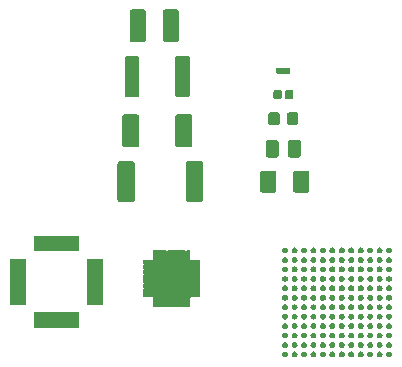
<source format=gbr>
G04 #@! TF.GenerationSoftware,KiCad,Pcbnew,5.0.2-bee76a0~70~ubuntu16.04.1*
G04 #@! TF.CreationDate,2019-03-15T14:41:41+08:00*
G04 #@! TF.ProjectId,noname,6e6f6e61-6d65-42e6-9b69-6361645f7063,rev?*
G04 #@! TF.SameCoordinates,Original*
G04 #@! TF.FileFunction,Soldermask,Top*
G04 #@! TF.FilePolarity,Negative*
%FSLAX46Y46*%
G04 Gerber Fmt 4.6, Leading zero omitted, Abs format (unit mm)*
G04 Created by KiCad (PCBNEW 5.0.2-bee76a0~70~ubuntu16.04.1) date Friday, 15 March, 2019 02:41:41 PM PST*
%MOMM*%
%LPD*%
G01*
G04 APERTURE LIST*
%ADD10C,0.150000*%
G04 APERTURE END LIST*
D10*
G36*
X164473214Y-111158646D02*
X164473217Y-111158647D01*
X164473216Y-111158647D01*
X164518892Y-111177566D01*
X164560004Y-111205036D01*
X164594964Y-111239996D01*
X164622434Y-111281108D01*
X164637067Y-111316437D01*
X164641354Y-111326786D01*
X164651000Y-111375279D01*
X164651000Y-111424721D01*
X164641354Y-111473214D01*
X164641353Y-111473216D01*
X164622434Y-111518892D01*
X164594964Y-111560004D01*
X164560004Y-111594964D01*
X164518892Y-111622434D01*
X164483563Y-111637067D01*
X164473214Y-111641354D01*
X164424721Y-111651000D01*
X164375279Y-111651000D01*
X164326786Y-111641354D01*
X164316437Y-111637067D01*
X164281108Y-111622434D01*
X164239996Y-111594964D01*
X164205036Y-111560004D01*
X164177566Y-111518892D01*
X164158647Y-111473216D01*
X164158646Y-111473214D01*
X164149000Y-111424721D01*
X164149000Y-111375279D01*
X164158646Y-111326786D01*
X164162933Y-111316437D01*
X164177566Y-111281108D01*
X164205036Y-111239996D01*
X164239996Y-111205036D01*
X164281108Y-111177566D01*
X164326784Y-111158647D01*
X164326783Y-111158647D01*
X164326786Y-111158646D01*
X164375279Y-111149000D01*
X164424721Y-111149000D01*
X164473214Y-111158646D01*
X164473214Y-111158646D01*
G37*
G36*
X163673214Y-111158646D02*
X163673217Y-111158647D01*
X163673216Y-111158647D01*
X163718892Y-111177566D01*
X163760004Y-111205036D01*
X163794964Y-111239996D01*
X163822434Y-111281108D01*
X163837067Y-111316437D01*
X163841354Y-111326786D01*
X163851000Y-111375279D01*
X163851000Y-111424721D01*
X163841354Y-111473214D01*
X163841353Y-111473216D01*
X163822434Y-111518892D01*
X163794964Y-111560004D01*
X163760004Y-111594964D01*
X163718892Y-111622434D01*
X163683563Y-111637067D01*
X163673214Y-111641354D01*
X163624721Y-111651000D01*
X163575279Y-111651000D01*
X163526786Y-111641354D01*
X163516437Y-111637067D01*
X163481108Y-111622434D01*
X163439996Y-111594964D01*
X163405036Y-111560004D01*
X163377566Y-111518892D01*
X163358647Y-111473216D01*
X163358646Y-111473214D01*
X163349000Y-111424721D01*
X163349000Y-111375279D01*
X163358646Y-111326786D01*
X163362933Y-111316437D01*
X163377566Y-111281108D01*
X163405036Y-111239996D01*
X163439996Y-111205036D01*
X163481108Y-111177566D01*
X163526784Y-111158647D01*
X163526783Y-111158647D01*
X163526786Y-111158646D01*
X163575279Y-111149000D01*
X163624721Y-111149000D01*
X163673214Y-111158646D01*
X163673214Y-111158646D01*
G37*
G36*
X155673214Y-111158646D02*
X155673217Y-111158647D01*
X155673216Y-111158647D01*
X155718892Y-111177566D01*
X155760004Y-111205036D01*
X155794964Y-111239996D01*
X155822434Y-111281108D01*
X155837067Y-111316437D01*
X155841354Y-111326786D01*
X155851000Y-111375279D01*
X155851000Y-111424721D01*
X155841354Y-111473214D01*
X155841353Y-111473216D01*
X155822434Y-111518892D01*
X155794964Y-111560004D01*
X155760004Y-111594964D01*
X155718892Y-111622434D01*
X155683563Y-111637067D01*
X155673214Y-111641354D01*
X155624721Y-111651000D01*
X155575279Y-111651000D01*
X155526786Y-111641354D01*
X155516437Y-111637067D01*
X155481108Y-111622434D01*
X155439996Y-111594964D01*
X155405036Y-111560004D01*
X155377566Y-111518892D01*
X155358647Y-111473216D01*
X155358646Y-111473214D01*
X155349000Y-111424721D01*
X155349000Y-111375279D01*
X155358646Y-111326786D01*
X155362933Y-111316437D01*
X155377566Y-111281108D01*
X155405036Y-111239996D01*
X155439996Y-111205036D01*
X155481108Y-111177566D01*
X155526784Y-111158647D01*
X155526783Y-111158647D01*
X155526786Y-111158646D01*
X155575279Y-111149000D01*
X155624721Y-111149000D01*
X155673214Y-111158646D01*
X155673214Y-111158646D01*
G37*
G36*
X156473214Y-111158646D02*
X156473217Y-111158647D01*
X156473216Y-111158647D01*
X156518892Y-111177566D01*
X156560004Y-111205036D01*
X156594964Y-111239996D01*
X156622434Y-111281108D01*
X156637067Y-111316437D01*
X156641354Y-111326786D01*
X156651000Y-111375279D01*
X156651000Y-111424721D01*
X156641354Y-111473214D01*
X156641353Y-111473216D01*
X156622434Y-111518892D01*
X156594964Y-111560004D01*
X156560004Y-111594964D01*
X156518892Y-111622434D01*
X156483563Y-111637067D01*
X156473214Y-111641354D01*
X156424721Y-111651000D01*
X156375279Y-111651000D01*
X156326786Y-111641354D01*
X156316437Y-111637067D01*
X156281108Y-111622434D01*
X156239996Y-111594964D01*
X156205036Y-111560004D01*
X156177566Y-111518892D01*
X156158647Y-111473216D01*
X156158646Y-111473214D01*
X156149000Y-111424721D01*
X156149000Y-111375279D01*
X156158646Y-111326786D01*
X156162933Y-111316437D01*
X156177566Y-111281108D01*
X156205036Y-111239996D01*
X156239996Y-111205036D01*
X156281108Y-111177566D01*
X156326784Y-111158647D01*
X156326783Y-111158647D01*
X156326786Y-111158646D01*
X156375279Y-111149000D01*
X156424721Y-111149000D01*
X156473214Y-111158646D01*
X156473214Y-111158646D01*
G37*
G36*
X157273214Y-111158646D02*
X157273217Y-111158647D01*
X157273216Y-111158647D01*
X157318892Y-111177566D01*
X157360004Y-111205036D01*
X157394964Y-111239996D01*
X157422434Y-111281108D01*
X157437067Y-111316437D01*
X157441354Y-111326786D01*
X157451000Y-111375279D01*
X157451000Y-111424721D01*
X157441354Y-111473214D01*
X157441353Y-111473216D01*
X157422434Y-111518892D01*
X157394964Y-111560004D01*
X157360004Y-111594964D01*
X157318892Y-111622434D01*
X157283563Y-111637067D01*
X157273214Y-111641354D01*
X157224721Y-111651000D01*
X157175279Y-111651000D01*
X157126786Y-111641354D01*
X157116437Y-111637067D01*
X157081108Y-111622434D01*
X157039996Y-111594964D01*
X157005036Y-111560004D01*
X156977566Y-111518892D01*
X156958647Y-111473216D01*
X156958646Y-111473214D01*
X156949000Y-111424721D01*
X156949000Y-111375279D01*
X156958646Y-111326786D01*
X156962933Y-111316437D01*
X156977566Y-111281108D01*
X157005036Y-111239996D01*
X157039996Y-111205036D01*
X157081108Y-111177566D01*
X157126784Y-111158647D01*
X157126783Y-111158647D01*
X157126786Y-111158646D01*
X157175279Y-111149000D01*
X157224721Y-111149000D01*
X157273214Y-111158646D01*
X157273214Y-111158646D01*
G37*
G36*
X158073214Y-111158646D02*
X158073217Y-111158647D01*
X158073216Y-111158647D01*
X158118892Y-111177566D01*
X158160004Y-111205036D01*
X158194964Y-111239996D01*
X158222434Y-111281108D01*
X158237067Y-111316437D01*
X158241354Y-111326786D01*
X158251000Y-111375279D01*
X158251000Y-111424721D01*
X158241354Y-111473214D01*
X158241353Y-111473216D01*
X158222434Y-111518892D01*
X158194964Y-111560004D01*
X158160004Y-111594964D01*
X158118892Y-111622434D01*
X158083563Y-111637067D01*
X158073214Y-111641354D01*
X158024721Y-111651000D01*
X157975279Y-111651000D01*
X157926786Y-111641354D01*
X157916437Y-111637067D01*
X157881108Y-111622434D01*
X157839996Y-111594964D01*
X157805036Y-111560004D01*
X157777566Y-111518892D01*
X157758647Y-111473216D01*
X157758646Y-111473214D01*
X157749000Y-111424721D01*
X157749000Y-111375279D01*
X157758646Y-111326786D01*
X157762933Y-111316437D01*
X157777566Y-111281108D01*
X157805036Y-111239996D01*
X157839996Y-111205036D01*
X157881108Y-111177566D01*
X157926784Y-111158647D01*
X157926783Y-111158647D01*
X157926786Y-111158646D01*
X157975279Y-111149000D01*
X158024721Y-111149000D01*
X158073214Y-111158646D01*
X158073214Y-111158646D01*
G37*
G36*
X158873214Y-111158646D02*
X158873217Y-111158647D01*
X158873216Y-111158647D01*
X158918892Y-111177566D01*
X158960004Y-111205036D01*
X158994964Y-111239996D01*
X159022434Y-111281108D01*
X159037067Y-111316437D01*
X159041354Y-111326786D01*
X159051000Y-111375279D01*
X159051000Y-111424721D01*
X159041354Y-111473214D01*
X159041353Y-111473216D01*
X159022434Y-111518892D01*
X158994964Y-111560004D01*
X158960004Y-111594964D01*
X158918892Y-111622434D01*
X158883563Y-111637067D01*
X158873214Y-111641354D01*
X158824721Y-111651000D01*
X158775279Y-111651000D01*
X158726786Y-111641354D01*
X158716437Y-111637067D01*
X158681108Y-111622434D01*
X158639996Y-111594964D01*
X158605036Y-111560004D01*
X158577566Y-111518892D01*
X158558647Y-111473216D01*
X158558646Y-111473214D01*
X158549000Y-111424721D01*
X158549000Y-111375279D01*
X158558646Y-111326786D01*
X158562933Y-111316437D01*
X158577566Y-111281108D01*
X158605036Y-111239996D01*
X158639996Y-111205036D01*
X158681108Y-111177566D01*
X158726784Y-111158647D01*
X158726783Y-111158647D01*
X158726786Y-111158646D01*
X158775279Y-111149000D01*
X158824721Y-111149000D01*
X158873214Y-111158646D01*
X158873214Y-111158646D01*
G37*
G36*
X159673214Y-111158646D02*
X159673217Y-111158647D01*
X159673216Y-111158647D01*
X159718892Y-111177566D01*
X159760004Y-111205036D01*
X159794964Y-111239996D01*
X159822434Y-111281108D01*
X159837067Y-111316437D01*
X159841354Y-111326786D01*
X159851000Y-111375279D01*
X159851000Y-111424721D01*
X159841354Y-111473214D01*
X159841353Y-111473216D01*
X159822434Y-111518892D01*
X159794964Y-111560004D01*
X159760004Y-111594964D01*
X159718892Y-111622434D01*
X159683563Y-111637067D01*
X159673214Y-111641354D01*
X159624721Y-111651000D01*
X159575279Y-111651000D01*
X159526786Y-111641354D01*
X159516437Y-111637067D01*
X159481108Y-111622434D01*
X159439996Y-111594964D01*
X159405036Y-111560004D01*
X159377566Y-111518892D01*
X159358647Y-111473216D01*
X159358646Y-111473214D01*
X159349000Y-111424721D01*
X159349000Y-111375279D01*
X159358646Y-111326786D01*
X159362933Y-111316437D01*
X159377566Y-111281108D01*
X159405036Y-111239996D01*
X159439996Y-111205036D01*
X159481108Y-111177566D01*
X159526784Y-111158647D01*
X159526783Y-111158647D01*
X159526786Y-111158646D01*
X159575279Y-111149000D01*
X159624721Y-111149000D01*
X159673214Y-111158646D01*
X159673214Y-111158646D01*
G37*
G36*
X160473214Y-111158646D02*
X160473217Y-111158647D01*
X160473216Y-111158647D01*
X160518892Y-111177566D01*
X160560004Y-111205036D01*
X160594964Y-111239996D01*
X160622434Y-111281108D01*
X160637067Y-111316437D01*
X160641354Y-111326786D01*
X160651000Y-111375279D01*
X160651000Y-111424721D01*
X160641354Y-111473214D01*
X160641353Y-111473216D01*
X160622434Y-111518892D01*
X160594964Y-111560004D01*
X160560004Y-111594964D01*
X160518892Y-111622434D01*
X160483563Y-111637067D01*
X160473214Y-111641354D01*
X160424721Y-111651000D01*
X160375279Y-111651000D01*
X160326786Y-111641354D01*
X160316437Y-111637067D01*
X160281108Y-111622434D01*
X160239996Y-111594964D01*
X160205036Y-111560004D01*
X160177566Y-111518892D01*
X160158647Y-111473216D01*
X160158646Y-111473214D01*
X160149000Y-111424721D01*
X160149000Y-111375279D01*
X160158646Y-111326786D01*
X160162933Y-111316437D01*
X160177566Y-111281108D01*
X160205036Y-111239996D01*
X160239996Y-111205036D01*
X160281108Y-111177566D01*
X160326784Y-111158647D01*
X160326783Y-111158647D01*
X160326786Y-111158646D01*
X160375279Y-111149000D01*
X160424721Y-111149000D01*
X160473214Y-111158646D01*
X160473214Y-111158646D01*
G37*
G36*
X161273214Y-111158646D02*
X161273217Y-111158647D01*
X161273216Y-111158647D01*
X161318892Y-111177566D01*
X161360004Y-111205036D01*
X161394964Y-111239996D01*
X161422434Y-111281108D01*
X161437067Y-111316437D01*
X161441354Y-111326786D01*
X161451000Y-111375279D01*
X161451000Y-111424721D01*
X161441354Y-111473214D01*
X161441353Y-111473216D01*
X161422434Y-111518892D01*
X161394964Y-111560004D01*
X161360004Y-111594964D01*
X161318892Y-111622434D01*
X161283563Y-111637067D01*
X161273214Y-111641354D01*
X161224721Y-111651000D01*
X161175279Y-111651000D01*
X161126786Y-111641354D01*
X161116437Y-111637067D01*
X161081108Y-111622434D01*
X161039996Y-111594964D01*
X161005036Y-111560004D01*
X160977566Y-111518892D01*
X160958647Y-111473216D01*
X160958646Y-111473214D01*
X160949000Y-111424721D01*
X160949000Y-111375279D01*
X160958646Y-111326786D01*
X160962933Y-111316437D01*
X160977566Y-111281108D01*
X161005036Y-111239996D01*
X161039996Y-111205036D01*
X161081108Y-111177566D01*
X161126784Y-111158647D01*
X161126783Y-111158647D01*
X161126786Y-111158646D01*
X161175279Y-111149000D01*
X161224721Y-111149000D01*
X161273214Y-111158646D01*
X161273214Y-111158646D01*
G37*
G36*
X162073214Y-111158646D02*
X162073217Y-111158647D01*
X162073216Y-111158647D01*
X162118892Y-111177566D01*
X162160004Y-111205036D01*
X162194964Y-111239996D01*
X162222434Y-111281108D01*
X162237067Y-111316437D01*
X162241354Y-111326786D01*
X162251000Y-111375279D01*
X162251000Y-111424721D01*
X162241354Y-111473214D01*
X162241353Y-111473216D01*
X162222434Y-111518892D01*
X162194964Y-111560004D01*
X162160004Y-111594964D01*
X162118892Y-111622434D01*
X162083563Y-111637067D01*
X162073214Y-111641354D01*
X162024721Y-111651000D01*
X161975279Y-111651000D01*
X161926786Y-111641354D01*
X161916437Y-111637067D01*
X161881108Y-111622434D01*
X161839996Y-111594964D01*
X161805036Y-111560004D01*
X161777566Y-111518892D01*
X161758647Y-111473216D01*
X161758646Y-111473214D01*
X161749000Y-111424721D01*
X161749000Y-111375279D01*
X161758646Y-111326786D01*
X161762933Y-111316437D01*
X161777566Y-111281108D01*
X161805036Y-111239996D01*
X161839996Y-111205036D01*
X161881108Y-111177566D01*
X161926784Y-111158647D01*
X161926783Y-111158647D01*
X161926786Y-111158646D01*
X161975279Y-111149000D01*
X162024721Y-111149000D01*
X162073214Y-111158646D01*
X162073214Y-111158646D01*
G37*
G36*
X162873214Y-111158646D02*
X162873217Y-111158647D01*
X162873216Y-111158647D01*
X162918892Y-111177566D01*
X162960004Y-111205036D01*
X162994964Y-111239996D01*
X163022434Y-111281108D01*
X163037067Y-111316437D01*
X163041354Y-111326786D01*
X163051000Y-111375279D01*
X163051000Y-111424721D01*
X163041354Y-111473214D01*
X163041353Y-111473216D01*
X163022434Y-111518892D01*
X162994964Y-111560004D01*
X162960004Y-111594964D01*
X162918892Y-111622434D01*
X162883563Y-111637067D01*
X162873214Y-111641354D01*
X162824721Y-111651000D01*
X162775279Y-111651000D01*
X162726786Y-111641354D01*
X162716437Y-111637067D01*
X162681108Y-111622434D01*
X162639996Y-111594964D01*
X162605036Y-111560004D01*
X162577566Y-111518892D01*
X162558647Y-111473216D01*
X162558646Y-111473214D01*
X162549000Y-111424721D01*
X162549000Y-111375279D01*
X162558646Y-111326786D01*
X162562933Y-111316437D01*
X162577566Y-111281108D01*
X162605036Y-111239996D01*
X162639996Y-111205036D01*
X162681108Y-111177566D01*
X162726784Y-111158647D01*
X162726783Y-111158647D01*
X162726786Y-111158646D01*
X162775279Y-111149000D01*
X162824721Y-111149000D01*
X162873214Y-111158646D01*
X162873214Y-111158646D01*
G37*
G36*
X164473214Y-110358646D02*
X164473217Y-110358647D01*
X164473216Y-110358647D01*
X164518892Y-110377566D01*
X164560004Y-110405036D01*
X164594964Y-110439996D01*
X164622434Y-110481108D01*
X164637067Y-110516437D01*
X164641354Y-110526786D01*
X164651000Y-110575279D01*
X164651000Y-110624721D01*
X164641354Y-110673214D01*
X164641353Y-110673216D01*
X164622434Y-110718892D01*
X164594964Y-110760004D01*
X164560004Y-110794964D01*
X164518892Y-110822434D01*
X164483563Y-110837067D01*
X164473214Y-110841354D01*
X164424721Y-110851000D01*
X164375279Y-110851000D01*
X164326786Y-110841354D01*
X164316437Y-110837067D01*
X164281108Y-110822434D01*
X164239996Y-110794964D01*
X164205036Y-110760004D01*
X164177566Y-110718892D01*
X164158647Y-110673216D01*
X164158646Y-110673214D01*
X164149000Y-110624721D01*
X164149000Y-110575279D01*
X164158646Y-110526786D01*
X164162933Y-110516437D01*
X164177566Y-110481108D01*
X164205036Y-110439996D01*
X164239996Y-110405036D01*
X164281108Y-110377566D01*
X164326784Y-110358647D01*
X164326783Y-110358647D01*
X164326786Y-110358646D01*
X164375279Y-110349000D01*
X164424721Y-110349000D01*
X164473214Y-110358646D01*
X164473214Y-110358646D01*
G37*
G36*
X156473214Y-110358646D02*
X156473217Y-110358647D01*
X156473216Y-110358647D01*
X156518892Y-110377566D01*
X156560004Y-110405036D01*
X156594964Y-110439996D01*
X156622434Y-110481108D01*
X156637067Y-110516437D01*
X156641354Y-110526786D01*
X156651000Y-110575279D01*
X156651000Y-110624721D01*
X156641354Y-110673214D01*
X156641353Y-110673216D01*
X156622434Y-110718892D01*
X156594964Y-110760004D01*
X156560004Y-110794964D01*
X156518892Y-110822434D01*
X156483563Y-110837067D01*
X156473214Y-110841354D01*
X156424721Y-110851000D01*
X156375279Y-110851000D01*
X156326786Y-110841354D01*
X156316437Y-110837067D01*
X156281108Y-110822434D01*
X156239996Y-110794964D01*
X156205036Y-110760004D01*
X156177566Y-110718892D01*
X156158647Y-110673216D01*
X156158646Y-110673214D01*
X156149000Y-110624721D01*
X156149000Y-110575279D01*
X156158646Y-110526786D01*
X156162933Y-110516437D01*
X156177566Y-110481108D01*
X156205036Y-110439996D01*
X156239996Y-110405036D01*
X156281108Y-110377566D01*
X156326784Y-110358647D01*
X156326783Y-110358647D01*
X156326786Y-110358646D01*
X156375279Y-110349000D01*
X156424721Y-110349000D01*
X156473214Y-110358646D01*
X156473214Y-110358646D01*
G37*
G36*
X155673214Y-110358646D02*
X155673217Y-110358647D01*
X155673216Y-110358647D01*
X155718892Y-110377566D01*
X155760004Y-110405036D01*
X155794964Y-110439996D01*
X155822434Y-110481108D01*
X155837067Y-110516437D01*
X155841354Y-110526786D01*
X155851000Y-110575279D01*
X155851000Y-110624721D01*
X155841354Y-110673214D01*
X155841353Y-110673216D01*
X155822434Y-110718892D01*
X155794964Y-110760004D01*
X155760004Y-110794964D01*
X155718892Y-110822434D01*
X155683563Y-110837067D01*
X155673214Y-110841354D01*
X155624721Y-110851000D01*
X155575279Y-110851000D01*
X155526786Y-110841354D01*
X155516437Y-110837067D01*
X155481108Y-110822434D01*
X155439996Y-110794964D01*
X155405036Y-110760004D01*
X155377566Y-110718892D01*
X155358647Y-110673216D01*
X155358646Y-110673214D01*
X155349000Y-110624721D01*
X155349000Y-110575279D01*
X155358646Y-110526786D01*
X155362933Y-110516437D01*
X155377566Y-110481108D01*
X155405036Y-110439996D01*
X155439996Y-110405036D01*
X155481108Y-110377566D01*
X155526784Y-110358647D01*
X155526783Y-110358647D01*
X155526786Y-110358646D01*
X155575279Y-110349000D01*
X155624721Y-110349000D01*
X155673214Y-110358646D01*
X155673214Y-110358646D01*
G37*
G36*
X163673214Y-110358646D02*
X163673217Y-110358647D01*
X163673216Y-110358647D01*
X163718892Y-110377566D01*
X163760004Y-110405036D01*
X163794964Y-110439996D01*
X163822434Y-110481108D01*
X163837067Y-110516437D01*
X163841354Y-110526786D01*
X163851000Y-110575279D01*
X163851000Y-110624721D01*
X163841354Y-110673214D01*
X163841353Y-110673216D01*
X163822434Y-110718892D01*
X163794964Y-110760004D01*
X163760004Y-110794964D01*
X163718892Y-110822434D01*
X163683563Y-110837067D01*
X163673214Y-110841354D01*
X163624721Y-110851000D01*
X163575279Y-110851000D01*
X163526786Y-110841354D01*
X163516437Y-110837067D01*
X163481108Y-110822434D01*
X163439996Y-110794964D01*
X163405036Y-110760004D01*
X163377566Y-110718892D01*
X163358647Y-110673216D01*
X163358646Y-110673214D01*
X163349000Y-110624721D01*
X163349000Y-110575279D01*
X163358646Y-110526786D01*
X163362933Y-110516437D01*
X163377566Y-110481108D01*
X163405036Y-110439996D01*
X163439996Y-110405036D01*
X163481108Y-110377566D01*
X163526784Y-110358647D01*
X163526783Y-110358647D01*
X163526786Y-110358646D01*
X163575279Y-110349000D01*
X163624721Y-110349000D01*
X163673214Y-110358646D01*
X163673214Y-110358646D01*
G37*
G36*
X162873214Y-110358646D02*
X162873217Y-110358647D01*
X162873216Y-110358647D01*
X162918892Y-110377566D01*
X162960004Y-110405036D01*
X162994964Y-110439996D01*
X163022434Y-110481108D01*
X163037067Y-110516437D01*
X163041354Y-110526786D01*
X163051000Y-110575279D01*
X163051000Y-110624721D01*
X163041354Y-110673214D01*
X163041353Y-110673216D01*
X163022434Y-110718892D01*
X162994964Y-110760004D01*
X162960004Y-110794964D01*
X162918892Y-110822434D01*
X162883563Y-110837067D01*
X162873214Y-110841354D01*
X162824721Y-110851000D01*
X162775279Y-110851000D01*
X162726786Y-110841354D01*
X162716437Y-110837067D01*
X162681108Y-110822434D01*
X162639996Y-110794964D01*
X162605036Y-110760004D01*
X162577566Y-110718892D01*
X162558647Y-110673216D01*
X162558646Y-110673214D01*
X162549000Y-110624721D01*
X162549000Y-110575279D01*
X162558646Y-110526786D01*
X162562933Y-110516437D01*
X162577566Y-110481108D01*
X162605036Y-110439996D01*
X162639996Y-110405036D01*
X162681108Y-110377566D01*
X162726784Y-110358647D01*
X162726783Y-110358647D01*
X162726786Y-110358646D01*
X162775279Y-110349000D01*
X162824721Y-110349000D01*
X162873214Y-110358646D01*
X162873214Y-110358646D01*
G37*
G36*
X161273214Y-110358646D02*
X161273217Y-110358647D01*
X161273216Y-110358647D01*
X161318892Y-110377566D01*
X161360004Y-110405036D01*
X161394964Y-110439996D01*
X161422434Y-110481108D01*
X161437067Y-110516437D01*
X161441354Y-110526786D01*
X161451000Y-110575279D01*
X161451000Y-110624721D01*
X161441354Y-110673214D01*
X161441353Y-110673216D01*
X161422434Y-110718892D01*
X161394964Y-110760004D01*
X161360004Y-110794964D01*
X161318892Y-110822434D01*
X161283563Y-110837067D01*
X161273214Y-110841354D01*
X161224721Y-110851000D01*
X161175279Y-110851000D01*
X161126786Y-110841354D01*
X161116437Y-110837067D01*
X161081108Y-110822434D01*
X161039996Y-110794964D01*
X161005036Y-110760004D01*
X160977566Y-110718892D01*
X160958647Y-110673216D01*
X160958646Y-110673214D01*
X160949000Y-110624721D01*
X160949000Y-110575279D01*
X160958646Y-110526786D01*
X160962933Y-110516437D01*
X160977566Y-110481108D01*
X161005036Y-110439996D01*
X161039996Y-110405036D01*
X161081108Y-110377566D01*
X161126784Y-110358647D01*
X161126783Y-110358647D01*
X161126786Y-110358646D01*
X161175279Y-110349000D01*
X161224721Y-110349000D01*
X161273214Y-110358646D01*
X161273214Y-110358646D01*
G37*
G36*
X159673214Y-110358646D02*
X159673217Y-110358647D01*
X159673216Y-110358647D01*
X159718892Y-110377566D01*
X159760004Y-110405036D01*
X159794964Y-110439996D01*
X159822434Y-110481108D01*
X159837067Y-110516437D01*
X159841354Y-110526786D01*
X159851000Y-110575279D01*
X159851000Y-110624721D01*
X159841354Y-110673214D01*
X159841353Y-110673216D01*
X159822434Y-110718892D01*
X159794964Y-110760004D01*
X159760004Y-110794964D01*
X159718892Y-110822434D01*
X159683563Y-110837067D01*
X159673214Y-110841354D01*
X159624721Y-110851000D01*
X159575279Y-110851000D01*
X159526786Y-110841354D01*
X159516437Y-110837067D01*
X159481108Y-110822434D01*
X159439996Y-110794964D01*
X159405036Y-110760004D01*
X159377566Y-110718892D01*
X159358647Y-110673216D01*
X159358646Y-110673214D01*
X159349000Y-110624721D01*
X159349000Y-110575279D01*
X159358646Y-110526786D01*
X159362933Y-110516437D01*
X159377566Y-110481108D01*
X159405036Y-110439996D01*
X159439996Y-110405036D01*
X159481108Y-110377566D01*
X159526784Y-110358647D01*
X159526783Y-110358647D01*
X159526786Y-110358646D01*
X159575279Y-110349000D01*
X159624721Y-110349000D01*
X159673214Y-110358646D01*
X159673214Y-110358646D01*
G37*
G36*
X158873214Y-110358646D02*
X158873217Y-110358647D01*
X158873216Y-110358647D01*
X158918892Y-110377566D01*
X158960004Y-110405036D01*
X158994964Y-110439996D01*
X159022434Y-110481108D01*
X159037067Y-110516437D01*
X159041354Y-110526786D01*
X159051000Y-110575279D01*
X159051000Y-110624721D01*
X159041354Y-110673214D01*
X159041353Y-110673216D01*
X159022434Y-110718892D01*
X158994964Y-110760004D01*
X158960004Y-110794964D01*
X158918892Y-110822434D01*
X158883563Y-110837067D01*
X158873214Y-110841354D01*
X158824721Y-110851000D01*
X158775279Y-110851000D01*
X158726786Y-110841354D01*
X158716437Y-110837067D01*
X158681108Y-110822434D01*
X158639996Y-110794964D01*
X158605036Y-110760004D01*
X158577566Y-110718892D01*
X158558647Y-110673216D01*
X158558646Y-110673214D01*
X158549000Y-110624721D01*
X158549000Y-110575279D01*
X158558646Y-110526786D01*
X158562933Y-110516437D01*
X158577566Y-110481108D01*
X158605036Y-110439996D01*
X158639996Y-110405036D01*
X158681108Y-110377566D01*
X158726784Y-110358647D01*
X158726783Y-110358647D01*
X158726786Y-110358646D01*
X158775279Y-110349000D01*
X158824721Y-110349000D01*
X158873214Y-110358646D01*
X158873214Y-110358646D01*
G37*
G36*
X157273214Y-110358646D02*
X157273217Y-110358647D01*
X157273216Y-110358647D01*
X157318892Y-110377566D01*
X157360004Y-110405036D01*
X157394964Y-110439996D01*
X157422434Y-110481108D01*
X157437067Y-110516437D01*
X157441354Y-110526786D01*
X157451000Y-110575279D01*
X157451000Y-110624721D01*
X157441354Y-110673214D01*
X157441353Y-110673216D01*
X157422434Y-110718892D01*
X157394964Y-110760004D01*
X157360004Y-110794964D01*
X157318892Y-110822434D01*
X157283563Y-110837067D01*
X157273214Y-110841354D01*
X157224721Y-110851000D01*
X157175279Y-110851000D01*
X157126786Y-110841354D01*
X157116437Y-110837067D01*
X157081108Y-110822434D01*
X157039996Y-110794964D01*
X157005036Y-110760004D01*
X156977566Y-110718892D01*
X156958647Y-110673216D01*
X156958646Y-110673214D01*
X156949000Y-110624721D01*
X156949000Y-110575279D01*
X156958646Y-110526786D01*
X156962933Y-110516437D01*
X156977566Y-110481108D01*
X157005036Y-110439996D01*
X157039996Y-110405036D01*
X157081108Y-110377566D01*
X157126784Y-110358647D01*
X157126783Y-110358647D01*
X157126786Y-110358646D01*
X157175279Y-110349000D01*
X157224721Y-110349000D01*
X157273214Y-110358646D01*
X157273214Y-110358646D01*
G37*
G36*
X158073214Y-110358646D02*
X158073217Y-110358647D01*
X158073216Y-110358647D01*
X158118892Y-110377566D01*
X158160004Y-110405036D01*
X158194964Y-110439996D01*
X158222434Y-110481108D01*
X158237067Y-110516437D01*
X158241354Y-110526786D01*
X158251000Y-110575279D01*
X158251000Y-110624721D01*
X158241354Y-110673214D01*
X158241353Y-110673216D01*
X158222434Y-110718892D01*
X158194964Y-110760004D01*
X158160004Y-110794964D01*
X158118892Y-110822434D01*
X158083563Y-110837067D01*
X158073214Y-110841354D01*
X158024721Y-110851000D01*
X157975279Y-110851000D01*
X157926786Y-110841354D01*
X157916437Y-110837067D01*
X157881108Y-110822434D01*
X157839996Y-110794964D01*
X157805036Y-110760004D01*
X157777566Y-110718892D01*
X157758647Y-110673216D01*
X157758646Y-110673214D01*
X157749000Y-110624721D01*
X157749000Y-110575279D01*
X157758646Y-110526786D01*
X157762933Y-110516437D01*
X157777566Y-110481108D01*
X157805036Y-110439996D01*
X157839996Y-110405036D01*
X157881108Y-110377566D01*
X157926784Y-110358647D01*
X157926783Y-110358647D01*
X157926786Y-110358646D01*
X157975279Y-110349000D01*
X158024721Y-110349000D01*
X158073214Y-110358646D01*
X158073214Y-110358646D01*
G37*
G36*
X162073214Y-110358646D02*
X162073217Y-110358647D01*
X162073216Y-110358647D01*
X162118892Y-110377566D01*
X162160004Y-110405036D01*
X162194964Y-110439996D01*
X162222434Y-110481108D01*
X162237067Y-110516437D01*
X162241354Y-110526786D01*
X162251000Y-110575279D01*
X162251000Y-110624721D01*
X162241354Y-110673214D01*
X162241353Y-110673216D01*
X162222434Y-110718892D01*
X162194964Y-110760004D01*
X162160004Y-110794964D01*
X162118892Y-110822434D01*
X162083563Y-110837067D01*
X162073214Y-110841354D01*
X162024721Y-110851000D01*
X161975279Y-110851000D01*
X161926786Y-110841354D01*
X161916437Y-110837067D01*
X161881108Y-110822434D01*
X161839996Y-110794964D01*
X161805036Y-110760004D01*
X161777566Y-110718892D01*
X161758647Y-110673216D01*
X161758646Y-110673214D01*
X161749000Y-110624721D01*
X161749000Y-110575279D01*
X161758646Y-110526786D01*
X161762933Y-110516437D01*
X161777566Y-110481108D01*
X161805036Y-110439996D01*
X161839996Y-110405036D01*
X161881108Y-110377566D01*
X161926784Y-110358647D01*
X161926783Y-110358647D01*
X161926786Y-110358646D01*
X161975279Y-110349000D01*
X162024721Y-110349000D01*
X162073214Y-110358646D01*
X162073214Y-110358646D01*
G37*
G36*
X160473214Y-110358646D02*
X160473217Y-110358647D01*
X160473216Y-110358647D01*
X160518892Y-110377566D01*
X160560004Y-110405036D01*
X160594964Y-110439996D01*
X160622434Y-110481108D01*
X160637067Y-110516437D01*
X160641354Y-110526786D01*
X160651000Y-110575279D01*
X160651000Y-110624721D01*
X160641354Y-110673214D01*
X160641353Y-110673216D01*
X160622434Y-110718892D01*
X160594964Y-110760004D01*
X160560004Y-110794964D01*
X160518892Y-110822434D01*
X160483563Y-110837067D01*
X160473214Y-110841354D01*
X160424721Y-110851000D01*
X160375279Y-110851000D01*
X160326786Y-110841354D01*
X160316437Y-110837067D01*
X160281108Y-110822434D01*
X160239996Y-110794964D01*
X160205036Y-110760004D01*
X160177566Y-110718892D01*
X160158647Y-110673216D01*
X160158646Y-110673214D01*
X160149000Y-110624721D01*
X160149000Y-110575279D01*
X160158646Y-110526786D01*
X160162933Y-110516437D01*
X160177566Y-110481108D01*
X160205036Y-110439996D01*
X160239996Y-110405036D01*
X160281108Y-110377566D01*
X160326784Y-110358647D01*
X160326783Y-110358647D01*
X160326786Y-110358646D01*
X160375279Y-110349000D01*
X160424721Y-110349000D01*
X160473214Y-110358646D01*
X160473214Y-110358646D01*
G37*
G36*
X160473214Y-109558646D02*
X160473217Y-109558647D01*
X160473216Y-109558647D01*
X160518892Y-109577566D01*
X160560004Y-109605036D01*
X160594964Y-109639996D01*
X160622434Y-109681108D01*
X160637067Y-109716437D01*
X160641354Y-109726786D01*
X160651000Y-109775279D01*
X160651000Y-109824721D01*
X160641354Y-109873214D01*
X160641353Y-109873216D01*
X160622434Y-109918892D01*
X160594964Y-109960004D01*
X160560004Y-109994964D01*
X160518892Y-110022434D01*
X160483563Y-110037067D01*
X160473214Y-110041354D01*
X160424721Y-110051000D01*
X160375279Y-110051000D01*
X160326786Y-110041354D01*
X160316437Y-110037067D01*
X160281108Y-110022434D01*
X160239996Y-109994964D01*
X160205036Y-109960004D01*
X160177566Y-109918892D01*
X160158647Y-109873216D01*
X160158646Y-109873214D01*
X160149000Y-109824721D01*
X160149000Y-109775279D01*
X160158646Y-109726786D01*
X160162933Y-109716437D01*
X160177566Y-109681108D01*
X160205036Y-109639996D01*
X160239996Y-109605036D01*
X160281108Y-109577566D01*
X160326784Y-109558647D01*
X160326783Y-109558647D01*
X160326786Y-109558646D01*
X160375279Y-109549000D01*
X160424721Y-109549000D01*
X160473214Y-109558646D01*
X160473214Y-109558646D01*
G37*
G36*
X164473214Y-109558646D02*
X164473217Y-109558647D01*
X164473216Y-109558647D01*
X164518892Y-109577566D01*
X164560004Y-109605036D01*
X164594964Y-109639996D01*
X164622434Y-109681108D01*
X164637067Y-109716437D01*
X164641354Y-109726786D01*
X164651000Y-109775279D01*
X164651000Y-109824721D01*
X164641354Y-109873214D01*
X164641353Y-109873216D01*
X164622434Y-109918892D01*
X164594964Y-109960004D01*
X164560004Y-109994964D01*
X164518892Y-110022434D01*
X164483563Y-110037067D01*
X164473214Y-110041354D01*
X164424721Y-110051000D01*
X164375279Y-110051000D01*
X164326786Y-110041354D01*
X164316437Y-110037067D01*
X164281108Y-110022434D01*
X164239996Y-109994964D01*
X164205036Y-109960004D01*
X164177566Y-109918892D01*
X164158647Y-109873216D01*
X164158646Y-109873214D01*
X164149000Y-109824721D01*
X164149000Y-109775279D01*
X164158646Y-109726786D01*
X164162933Y-109716437D01*
X164177566Y-109681108D01*
X164205036Y-109639996D01*
X164239996Y-109605036D01*
X164281108Y-109577566D01*
X164326784Y-109558647D01*
X164326783Y-109558647D01*
X164326786Y-109558646D01*
X164375279Y-109549000D01*
X164424721Y-109549000D01*
X164473214Y-109558646D01*
X164473214Y-109558646D01*
G37*
G36*
X163673214Y-109558646D02*
X163673217Y-109558647D01*
X163673216Y-109558647D01*
X163718892Y-109577566D01*
X163760004Y-109605036D01*
X163794964Y-109639996D01*
X163822434Y-109681108D01*
X163837067Y-109716437D01*
X163841354Y-109726786D01*
X163851000Y-109775279D01*
X163851000Y-109824721D01*
X163841354Y-109873214D01*
X163841353Y-109873216D01*
X163822434Y-109918892D01*
X163794964Y-109960004D01*
X163760004Y-109994964D01*
X163718892Y-110022434D01*
X163683563Y-110037067D01*
X163673214Y-110041354D01*
X163624721Y-110051000D01*
X163575279Y-110051000D01*
X163526786Y-110041354D01*
X163516437Y-110037067D01*
X163481108Y-110022434D01*
X163439996Y-109994964D01*
X163405036Y-109960004D01*
X163377566Y-109918892D01*
X163358647Y-109873216D01*
X163358646Y-109873214D01*
X163349000Y-109824721D01*
X163349000Y-109775279D01*
X163358646Y-109726786D01*
X163362933Y-109716437D01*
X163377566Y-109681108D01*
X163405036Y-109639996D01*
X163439996Y-109605036D01*
X163481108Y-109577566D01*
X163526784Y-109558647D01*
X163526783Y-109558647D01*
X163526786Y-109558646D01*
X163575279Y-109549000D01*
X163624721Y-109549000D01*
X163673214Y-109558646D01*
X163673214Y-109558646D01*
G37*
G36*
X162873214Y-109558646D02*
X162873217Y-109558647D01*
X162873216Y-109558647D01*
X162918892Y-109577566D01*
X162960004Y-109605036D01*
X162994964Y-109639996D01*
X163022434Y-109681108D01*
X163037067Y-109716437D01*
X163041354Y-109726786D01*
X163051000Y-109775279D01*
X163051000Y-109824721D01*
X163041354Y-109873214D01*
X163041353Y-109873216D01*
X163022434Y-109918892D01*
X162994964Y-109960004D01*
X162960004Y-109994964D01*
X162918892Y-110022434D01*
X162883563Y-110037067D01*
X162873214Y-110041354D01*
X162824721Y-110051000D01*
X162775279Y-110051000D01*
X162726786Y-110041354D01*
X162716437Y-110037067D01*
X162681108Y-110022434D01*
X162639996Y-109994964D01*
X162605036Y-109960004D01*
X162577566Y-109918892D01*
X162558647Y-109873216D01*
X162558646Y-109873214D01*
X162549000Y-109824721D01*
X162549000Y-109775279D01*
X162558646Y-109726786D01*
X162562933Y-109716437D01*
X162577566Y-109681108D01*
X162605036Y-109639996D01*
X162639996Y-109605036D01*
X162681108Y-109577566D01*
X162726784Y-109558647D01*
X162726783Y-109558647D01*
X162726786Y-109558646D01*
X162775279Y-109549000D01*
X162824721Y-109549000D01*
X162873214Y-109558646D01*
X162873214Y-109558646D01*
G37*
G36*
X162073214Y-109558646D02*
X162073217Y-109558647D01*
X162073216Y-109558647D01*
X162118892Y-109577566D01*
X162160004Y-109605036D01*
X162194964Y-109639996D01*
X162222434Y-109681108D01*
X162237067Y-109716437D01*
X162241354Y-109726786D01*
X162251000Y-109775279D01*
X162251000Y-109824721D01*
X162241354Y-109873214D01*
X162241353Y-109873216D01*
X162222434Y-109918892D01*
X162194964Y-109960004D01*
X162160004Y-109994964D01*
X162118892Y-110022434D01*
X162083563Y-110037067D01*
X162073214Y-110041354D01*
X162024721Y-110051000D01*
X161975279Y-110051000D01*
X161926786Y-110041354D01*
X161916437Y-110037067D01*
X161881108Y-110022434D01*
X161839996Y-109994964D01*
X161805036Y-109960004D01*
X161777566Y-109918892D01*
X161758647Y-109873216D01*
X161758646Y-109873214D01*
X161749000Y-109824721D01*
X161749000Y-109775279D01*
X161758646Y-109726786D01*
X161762933Y-109716437D01*
X161777566Y-109681108D01*
X161805036Y-109639996D01*
X161839996Y-109605036D01*
X161881108Y-109577566D01*
X161926784Y-109558647D01*
X161926783Y-109558647D01*
X161926786Y-109558646D01*
X161975279Y-109549000D01*
X162024721Y-109549000D01*
X162073214Y-109558646D01*
X162073214Y-109558646D01*
G37*
G36*
X161273214Y-109558646D02*
X161273217Y-109558647D01*
X161273216Y-109558647D01*
X161318892Y-109577566D01*
X161360004Y-109605036D01*
X161394964Y-109639996D01*
X161422434Y-109681108D01*
X161437067Y-109716437D01*
X161441354Y-109726786D01*
X161451000Y-109775279D01*
X161451000Y-109824721D01*
X161441354Y-109873214D01*
X161441353Y-109873216D01*
X161422434Y-109918892D01*
X161394964Y-109960004D01*
X161360004Y-109994964D01*
X161318892Y-110022434D01*
X161283563Y-110037067D01*
X161273214Y-110041354D01*
X161224721Y-110051000D01*
X161175279Y-110051000D01*
X161126786Y-110041354D01*
X161116437Y-110037067D01*
X161081108Y-110022434D01*
X161039996Y-109994964D01*
X161005036Y-109960004D01*
X160977566Y-109918892D01*
X160958647Y-109873216D01*
X160958646Y-109873214D01*
X160949000Y-109824721D01*
X160949000Y-109775279D01*
X160958646Y-109726786D01*
X160962933Y-109716437D01*
X160977566Y-109681108D01*
X161005036Y-109639996D01*
X161039996Y-109605036D01*
X161081108Y-109577566D01*
X161126784Y-109558647D01*
X161126783Y-109558647D01*
X161126786Y-109558646D01*
X161175279Y-109549000D01*
X161224721Y-109549000D01*
X161273214Y-109558646D01*
X161273214Y-109558646D01*
G37*
G36*
X159673214Y-109558646D02*
X159673217Y-109558647D01*
X159673216Y-109558647D01*
X159718892Y-109577566D01*
X159760004Y-109605036D01*
X159794964Y-109639996D01*
X159822434Y-109681108D01*
X159837067Y-109716437D01*
X159841354Y-109726786D01*
X159851000Y-109775279D01*
X159851000Y-109824721D01*
X159841354Y-109873214D01*
X159841353Y-109873216D01*
X159822434Y-109918892D01*
X159794964Y-109960004D01*
X159760004Y-109994964D01*
X159718892Y-110022434D01*
X159683563Y-110037067D01*
X159673214Y-110041354D01*
X159624721Y-110051000D01*
X159575279Y-110051000D01*
X159526786Y-110041354D01*
X159516437Y-110037067D01*
X159481108Y-110022434D01*
X159439996Y-109994964D01*
X159405036Y-109960004D01*
X159377566Y-109918892D01*
X159358647Y-109873216D01*
X159358646Y-109873214D01*
X159349000Y-109824721D01*
X159349000Y-109775279D01*
X159358646Y-109726786D01*
X159362933Y-109716437D01*
X159377566Y-109681108D01*
X159405036Y-109639996D01*
X159439996Y-109605036D01*
X159481108Y-109577566D01*
X159526784Y-109558647D01*
X159526783Y-109558647D01*
X159526786Y-109558646D01*
X159575279Y-109549000D01*
X159624721Y-109549000D01*
X159673214Y-109558646D01*
X159673214Y-109558646D01*
G37*
G36*
X158873214Y-109558646D02*
X158873217Y-109558647D01*
X158873216Y-109558647D01*
X158918892Y-109577566D01*
X158960004Y-109605036D01*
X158994964Y-109639996D01*
X159022434Y-109681108D01*
X159037067Y-109716437D01*
X159041354Y-109726786D01*
X159051000Y-109775279D01*
X159051000Y-109824721D01*
X159041354Y-109873214D01*
X159041353Y-109873216D01*
X159022434Y-109918892D01*
X158994964Y-109960004D01*
X158960004Y-109994964D01*
X158918892Y-110022434D01*
X158883563Y-110037067D01*
X158873214Y-110041354D01*
X158824721Y-110051000D01*
X158775279Y-110051000D01*
X158726786Y-110041354D01*
X158716437Y-110037067D01*
X158681108Y-110022434D01*
X158639996Y-109994964D01*
X158605036Y-109960004D01*
X158577566Y-109918892D01*
X158558647Y-109873216D01*
X158558646Y-109873214D01*
X158549000Y-109824721D01*
X158549000Y-109775279D01*
X158558646Y-109726786D01*
X158562933Y-109716437D01*
X158577566Y-109681108D01*
X158605036Y-109639996D01*
X158639996Y-109605036D01*
X158681108Y-109577566D01*
X158726784Y-109558647D01*
X158726783Y-109558647D01*
X158726786Y-109558646D01*
X158775279Y-109549000D01*
X158824721Y-109549000D01*
X158873214Y-109558646D01*
X158873214Y-109558646D01*
G37*
G36*
X155673214Y-109558646D02*
X155673217Y-109558647D01*
X155673216Y-109558647D01*
X155718892Y-109577566D01*
X155760004Y-109605036D01*
X155794964Y-109639996D01*
X155822434Y-109681108D01*
X155837067Y-109716437D01*
X155841354Y-109726786D01*
X155851000Y-109775279D01*
X155851000Y-109824721D01*
X155841354Y-109873214D01*
X155841353Y-109873216D01*
X155822434Y-109918892D01*
X155794964Y-109960004D01*
X155760004Y-109994964D01*
X155718892Y-110022434D01*
X155683563Y-110037067D01*
X155673214Y-110041354D01*
X155624721Y-110051000D01*
X155575279Y-110051000D01*
X155526786Y-110041354D01*
X155516437Y-110037067D01*
X155481108Y-110022434D01*
X155439996Y-109994964D01*
X155405036Y-109960004D01*
X155377566Y-109918892D01*
X155358647Y-109873216D01*
X155358646Y-109873214D01*
X155349000Y-109824721D01*
X155349000Y-109775279D01*
X155358646Y-109726786D01*
X155362933Y-109716437D01*
X155377566Y-109681108D01*
X155405036Y-109639996D01*
X155439996Y-109605036D01*
X155481108Y-109577566D01*
X155526784Y-109558647D01*
X155526783Y-109558647D01*
X155526786Y-109558646D01*
X155575279Y-109549000D01*
X155624721Y-109549000D01*
X155673214Y-109558646D01*
X155673214Y-109558646D01*
G37*
G36*
X156473214Y-109558646D02*
X156473217Y-109558647D01*
X156473216Y-109558647D01*
X156518892Y-109577566D01*
X156560004Y-109605036D01*
X156594964Y-109639996D01*
X156622434Y-109681108D01*
X156637067Y-109716437D01*
X156641354Y-109726786D01*
X156651000Y-109775279D01*
X156651000Y-109824721D01*
X156641354Y-109873214D01*
X156641353Y-109873216D01*
X156622434Y-109918892D01*
X156594964Y-109960004D01*
X156560004Y-109994964D01*
X156518892Y-110022434D01*
X156483563Y-110037067D01*
X156473214Y-110041354D01*
X156424721Y-110051000D01*
X156375279Y-110051000D01*
X156326786Y-110041354D01*
X156316437Y-110037067D01*
X156281108Y-110022434D01*
X156239996Y-109994964D01*
X156205036Y-109960004D01*
X156177566Y-109918892D01*
X156158647Y-109873216D01*
X156158646Y-109873214D01*
X156149000Y-109824721D01*
X156149000Y-109775279D01*
X156158646Y-109726786D01*
X156162933Y-109716437D01*
X156177566Y-109681108D01*
X156205036Y-109639996D01*
X156239996Y-109605036D01*
X156281108Y-109577566D01*
X156326784Y-109558647D01*
X156326783Y-109558647D01*
X156326786Y-109558646D01*
X156375279Y-109549000D01*
X156424721Y-109549000D01*
X156473214Y-109558646D01*
X156473214Y-109558646D01*
G37*
G36*
X157273214Y-109558646D02*
X157273217Y-109558647D01*
X157273216Y-109558647D01*
X157318892Y-109577566D01*
X157360004Y-109605036D01*
X157394964Y-109639996D01*
X157422434Y-109681108D01*
X157437067Y-109716437D01*
X157441354Y-109726786D01*
X157451000Y-109775279D01*
X157451000Y-109824721D01*
X157441354Y-109873214D01*
X157441353Y-109873216D01*
X157422434Y-109918892D01*
X157394964Y-109960004D01*
X157360004Y-109994964D01*
X157318892Y-110022434D01*
X157283563Y-110037067D01*
X157273214Y-110041354D01*
X157224721Y-110051000D01*
X157175279Y-110051000D01*
X157126786Y-110041354D01*
X157116437Y-110037067D01*
X157081108Y-110022434D01*
X157039996Y-109994964D01*
X157005036Y-109960004D01*
X156977566Y-109918892D01*
X156958647Y-109873216D01*
X156958646Y-109873214D01*
X156949000Y-109824721D01*
X156949000Y-109775279D01*
X156958646Y-109726786D01*
X156962933Y-109716437D01*
X156977566Y-109681108D01*
X157005036Y-109639996D01*
X157039996Y-109605036D01*
X157081108Y-109577566D01*
X157126784Y-109558647D01*
X157126783Y-109558647D01*
X157126786Y-109558646D01*
X157175279Y-109549000D01*
X157224721Y-109549000D01*
X157273214Y-109558646D01*
X157273214Y-109558646D01*
G37*
G36*
X158073214Y-109558646D02*
X158073217Y-109558647D01*
X158073216Y-109558647D01*
X158118892Y-109577566D01*
X158160004Y-109605036D01*
X158194964Y-109639996D01*
X158222434Y-109681108D01*
X158237067Y-109716437D01*
X158241354Y-109726786D01*
X158251000Y-109775279D01*
X158251000Y-109824721D01*
X158241354Y-109873214D01*
X158241353Y-109873216D01*
X158222434Y-109918892D01*
X158194964Y-109960004D01*
X158160004Y-109994964D01*
X158118892Y-110022434D01*
X158083563Y-110037067D01*
X158073214Y-110041354D01*
X158024721Y-110051000D01*
X157975279Y-110051000D01*
X157926786Y-110041354D01*
X157916437Y-110037067D01*
X157881108Y-110022434D01*
X157839996Y-109994964D01*
X157805036Y-109960004D01*
X157777566Y-109918892D01*
X157758647Y-109873216D01*
X157758646Y-109873214D01*
X157749000Y-109824721D01*
X157749000Y-109775279D01*
X157758646Y-109726786D01*
X157762933Y-109716437D01*
X157777566Y-109681108D01*
X157805036Y-109639996D01*
X157839996Y-109605036D01*
X157881108Y-109577566D01*
X157926784Y-109558647D01*
X157926783Y-109558647D01*
X157926786Y-109558646D01*
X157975279Y-109549000D01*
X158024721Y-109549000D01*
X158073214Y-109558646D01*
X158073214Y-109558646D01*
G37*
G36*
X156473214Y-108758646D02*
X156473217Y-108758647D01*
X156473216Y-108758647D01*
X156518892Y-108777566D01*
X156560004Y-108805036D01*
X156594964Y-108839996D01*
X156622434Y-108881108D01*
X156637067Y-108916437D01*
X156641354Y-108926786D01*
X156651000Y-108975279D01*
X156651000Y-109024721D01*
X156641354Y-109073214D01*
X156641353Y-109073216D01*
X156622434Y-109118892D01*
X156594964Y-109160004D01*
X156560004Y-109194964D01*
X156518892Y-109222434D01*
X156483563Y-109237067D01*
X156473214Y-109241354D01*
X156424721Y-109251000D01*
X156375279Y-109251000D01*
X156326786Y-109241354D01*
X156316437Y-109237067D01*
X156281108Y-109222434D01*
X156239996Y-109194964D01*
X156205036Y-109160004D01*
X156177566Y-109118892D01*
X156158647Y-109073216D01*
X156158646Y-109073214D01*
X156149000Y-109024721D01*
X156149000Y-108975279D01*
X156158646Y-108926786D01*
X156162933Y-108916437D01*
X156177566Y-108881108D01*
X156205036Y-108839996D01*
X156239996Y-108805036D01*
X156281108Y-108777566D01*
X156326784Y-108758647D01*
X156326783Y-108758647D01*
X156326786Y-108758646D01*
X156375279Y-108749000D01*
X156424721Y-108749000D01*
X156473214Y-108758646D01*
X156473214Y-108758646D01*
G37*
G36*
X155673214Y-108758646D02*
X155673217Y-108758647D01*
X155673216Y-108758647D01*
X155718892Y-108777566D01*
X155760004Y-108805036D01*
X155794964Y-108839996D01*
X155822434Y-108881108D01*
X155837067Y-108916437D01*
X155841354Y-108926786D01*
X155851000Y-108975279D01*
X155851000Y-109024721D01*
X155841354Y-109073214D01*
X155841353Y-109073216D01*
X155822434Y-109118892D01*
X155794964Y-109160004D01*
X155760004Y-109194964D01*
X155718892Y-109222434D01*
X155683563Y-109237067D01*
X155673214Y-109241354D01*
X155624721Y-109251000D01*
X155575279Y-109251000D01*
X155526786Y-109241354D01*
X155516437Y-109237067D01*
X155481108Y-109222434D01*
X155439996Y-109194964D01*
X155405036Y-109160004D01*
X155377566Y-109118892D01*
X155358647Y-109073216D01*
X155358646Y-109073214D01*
X155349000Y-109024721D01*
X155349000Y-108975279D01*
X155358646Y-108926786D01*
X155362933Y-108916437D01*
X155377566Y-108881108D01*
X155405036Y-108839996D01*
X155439996Y-108805036D01*
X155481108Y-108777566D01*
X155526784Y-108758647D01*
X155526783Y-108758647D01*
X155526786Y-108758646D01*
X155575279Y-108749000D01*
X155624721Y-108749000D01*
X155673214Y-108758646D01*
X155673214Y-108758646D01*
G37*
G36*
X158073214Y-108758646D02*
X158073217Y-108758647D01*
X158073216Y-108758647D01*
X158118892Y-108777566D01*
X158160004Y-108805036D01*
X158194964Y-108839996D01*
X158222434Y-108881108D01*
X158237067Y-108916437D01*
X158241354Y-108926786D01*
X158251000Y-108975279D01*
X158251000Y-109024721D01*
X158241354Y-109073214D01*
X158241353Y-109073216D01*
X158222434Y-109118892D01*
X158194964Y-109160004D01*
X158160004Y-109194964D01*
X158118892Y-109222434D01*
X158083563Y-109237067D01*
X158073214Y-109241354D01*
X158024721Y-109251000D01*
X157975279Y-109251000D01*
X157926786Y-109241354D01*
X157916437Y-109237067D01*
X157881108Y-109222434D01*
X157839996Y-109194964D01*
X157805036Y-109160004D01*
X157777566Y-109118892D01*
X157758647Y-109073216D01*
X157758646Y-109073214D01*
X157749000Y-109024721D01*
X157749000Y-108975279D01*
X157758646Y-108926786D01*
X157762933Y-108916437D01*
X157777566Y-108881108D01*
X157805036Y-108839996D01*
X157839996Y-108805036D01*
X157881108Y-108777566D01*
X157926784Y-108758647D01*
X157926783Y-108758647D01*
X157926786Y-108758646D01*
X157975279Y-108749000D01*
X158024721Y-108749000D01*
X158073214Y-108758646D01*
X158073214Y-108758646D01*
G37*
G36*
X158873214Y-108758646D02*
X158873217Y-108758647D01*
X158873216Y-108758647D01*
X158918892Y-108777566D01*
X158960004Y-108805036D01*
X158994964Y-108839996D01*
X159022434Y-108881108D01*
X159037067Y-108916437D01*
X159041354Y-108926786D01*
X159051000Y-108975279D01*
X159051000Y-109024721D01*
X159041354Y-109073214D01*
X159041353Y-109073216D01*
X159022434Y-109118892D01*
X158994964Y-109160004D01*
X158960004Y-109194964D01*
X158918892Y-109222434D01*
X158883563Y-109237067D01*
X158873214Y-109241354D01*
X158824721Y-109251000D01*
X158775279Y-109251000D01*
X158726786Y-109241354D01*
X158716437Y-109237067D01*
X158681108Y-109222434D01*
X158639996Y-109194964D01*
X158605036Y-109160004D01*
X158577566Y-109118892D01*
X158558647Y-109073216D01*
X158558646Y-109073214D01*
X158549000Y-109024721D01*
X158549000Y-108975279D01*
X158558646Y-108926786D01*
X158562933Y-108916437D01*
X158577566Y-108881108D01*
X158605036Y-108839996D01*
X158639996Y-108805036D01*
X158681108Y-108777566D01*
X158726784Y-108758647D01*
X158726783Y-108758647D01*
X158726786Y-108758646D01*
X158775279Y-108749000D01*
X158824721Y-108749000D01*
X158873214Y-108758646D01*
X158873214Y-108758646D01*
G37*
G36*
X159673214Y-108758646D02*
X159673217Y-108758647D01*
X159673216Y-108758647D01*
X159718892Y-108777566D01*
X159760004Y-108805036D01*
X159794964Y-108839996D01*
X159822434Y-108881108D01*
X159837067Y-108916437D01*
X159841354Y-108926786D01*
X159851000Y-108975279D01*
X159851000Y-109024721D01*
X159841354Y-109073214D01*
X159841353Y-109073216D01*
X159822434Y-109118892D01*
X159794964Y-109160004D01*
X159760004Y-109194964D01*
X159718892Y-109222434D01*
X159683563Y-109237067D01*
X159673214Y-109241354D01*
X159624721Y-109251000D01*
X159575279Y-109251000D01*
X159526786Y-109241354D01*
X159516437Y-109237067D01*
X159481108Y-109222434D01*
X159439996Y-109194964D01*
X159405036Y-109160004D01*
X159377566Y-109118892D01*
X159358647Y-109073216D01*
X159358646Y-109073214D01*
X159349000Y-109024721D01*
X159349000Y-108975279D01*
X159358646Y-108926786D01*
X159362933Y-108916437D01*
X159377566Y-108881108D01*
X159405036Y-108839996D01*
X159439996Y-108805036D01*
X159481108Y-108777566D01*
X159526784Y-108758647D01*
X159526783Y-108758647D01*
X159526786Y-108758646D01*
X159575279Y-108749000D01*
X159624721Y-108749000D01*
X159673214Y-108758646D01*
X159673214Y-108758646D01*
G37*
G36*
X160473214Y-108758646D02*
X160473217Y-108758647D01*
X160473216Y-108758647D01*
X160518892Y-108777566D01*
X160560004Y-108805036D01*
X160594964Y-108839996D01*
X160622434Y-108881108D01*
X160637067Y-108916437D01*
X160641354Y-108926786D01*
X160651000Y-108975279D01*
X160651000Y-109024721D01*
X160641354Y-109073214D01*
X160641353Y-109073216D01*
X160622434Y-109118892D01*
X160594964Y-109160004D01*
X160560004Y-109194964D01*
X160518892Y-109222434D01*
X160483563Y-109237067D01*
X160473214Y-109241354D01*
X160424721Y-109251000D01*
X160375279Y-109251000D01*
X160326786Y-109241354D01*
X160316437Y-109237067D01*
X160281108Y-109222434D01*
X160239996Y-109194964D01*
X160205036Y-109160004D01*
X160177566Y-109118892D01*
X160158647Y-109073216D01*
X160158646Y-109073214D01*
X160149000Y-109024721D01*
X160149000Y-108975279D01*
X160158646Y-108926786D01*
X160162933Y-108916437D01*
X160177566Y-108881108D01*
X160205036Y-108839996D01*
X160239996Y-108805036D01*
X160281108Y-108777566D01*
X160326784Y-108758647D01*
X160326783Y-108758647D01*
X160326786Y-108758646D01*
X160375279Y-108749000D01*
X160424721Y-108749000D01*
X160473214Y-108758646D01*
X160473214Y-108758646D01*
G37*
G36*
X162073214Y-108758646D02*
X162073217Y-108758647D01*
X162073216Y-108758647D01*
X162118892Y-108777566D01*
X162160004Y-108805036D01*
X162194964Y-108839996D01*
X162222434Y-108881108D01*
X162237067Y-108916437D01*
X162241354Y-108926786D01*
X162251000Y-108975279D01*
X162251000Y-109024721D01*
X162241354Y-109073214D01*
X162241353Y-109073216D01*
X162222434Y-109118892D01*
X162194964Y-109160004D01*
X162160004Y-109194964D01*
X162118892Y-109222434D01*
X162083563Y-109237067D01*
X162073214Y-109241354D01*
X162024721Y-109251000D01*
X161975279Y-109251000D01*
X161926786Y-109241354D01*
X161916437Y-109237067D01*
X161881108Y-109222434D01*
X161839996Y-109194964D01*
X161805036Y-109160004D01*
X161777566Y-109118892D01*
X161758647Y-109073216D01*
X161758646Y-109073214D01*
X161749000Y-109024721D01*
X161749000Y-108975279D01*
X161758646Y-108926786D01*
X161762933Y-108916437D01*
X161777566Y-108881108D01*
X161805036Y-108839996D01*
X161839996Y-108805036D01*
X161881108Y-108777566D01*
X161926784Y-108758647D01*
X161926783Y-108758647D01*
X161926786Y-108758646D01*
X161975279Y-108749000D01*
X162024721Y-108749000D01*
X162073214Y-108758646D01*
X162073214Y-108758646D01*
G37*
G36*
X161273214Y-108758646D02*
X161273217Y-108758647D01*
X161273216Y-108758647D01*
X161318892Y-108777566D01*
X161360004Y-108805036D01*
X161394964Y-108839996D01*
X161422434Y-108881108D01*
X161437067Y-108916437D01*
X161441354Y-108926786D01*
X161451000Y-108975279D01*
X161451000Y-109024721D01*
X161441354Y-109073214D01*
X161441353Y-109073216D01*
X161422434Y-109118892D01*
X161394964Y-109160004D01*
X161360004Y-109194964D01*
X161318892Y-109222434D01*
X161283563Y-109237067D01*
X161273214Y-109241354D01*
X161224721Y-109251000D01*
X161175279Y-109251000D01*
X161126786Y-109241354D01*
X161116437Y-109237067D01*
X161081108Y-109222434D01*
X161039996Y-109194964D01*
X161005036Y-109160004D01*
X160977566Y-109118892D01*
X160958647Y-109073216D01*
X160958646Y-109073214D01*
X160949000Y-109024721D01*
X160949000Y-108975279D01*
X160958646Y-108926786D01*
X160962933Y-108916437D01*
X160977566Y-108881108D01*
X161005036Y-108839996D01*
X161039996Y-108805036D01*
X161081108Y-108777566D01*
X161126784Y-108758647D01*
X161126783Y-108758647D01*
X161126786Y-108758646D01*
X161175279Y-108749000D01*
X161224721Y-108749000D01*
X161273214Y-108758646D01*
X161273214Y-108758646D01*
G37*
G36*
X164473214Y-108758646D02*
X164473217Y-108758647D01*
X164473216Y-108758647D01*
X164518892Y-108777566D01*
X164560004Y-108805036D01*
X164594964Y-108839996D01*
X164622434Y-108881108D01*
X164637067Y-108916437D01*
X164641354Y-108926786D01*
X164651000Y-108975279D01*
X164651000Y-109024721D01*
X164641354Y-109073214D01*
X164641353Y-109073216D01*
X164622434Y-109118892D01*
X164594964Y-109160004D01*
X164560004Y-109194964D01*
X164518892Y-109222434D01*
X164483563Y-109237067D01*
X164473214Y-109241354D01*
X164424721Y-109251000D01*
X164375279Y-109251000D01*
X164326786Y-109241354D01*
X164316437Y-109237067D01*
X164281108Y-109222434D01*
X164239996Y-109194964D01*
X164205036Y-109160004D01*
X164177566Y-109118892D01*
X164158647Y-109073216D01*
X164158646Y-109073214D01*
X164149000Y-109024721D01*
X164149000Y-108975279D01*
X164158646Y-108926786D01*
X164162933Y-108916437D01*
X164177566Y-108881108D01*
X164205036Y-108839996D01*
X164239996Y-108805036D01*
X164281108Y-108777566D01*
X164326784Y-108758647D01*
X164326783Y-108758647D01*
X164326786Y-108758646D01*
X164375279Y-108749000D01*
X164424721Y-108749000D01*
X164473214Y-108758646D01*
X164473214Y-108758646D01*
G37*
G36*
X157273214Y-108758646D02*
X157273217Y-108758647D01*
X157273216Y-108758647D01*
X157318892Y-108777566D01*
X157360004Y-108805036D01*
X157394964Y-108839996D01*
X157422434Y-108881108D01*
X157437067Y-108916437D01*
X157441354Y-108926786D01*
X157451000Y-108975279D01*
X157451000Y-109024721D01*
X157441354Y-109073214D01*
X157441353Y-109073216D01*
X157422434Y-109118892D01*
X157394964Y-109160004D01*
X157360004Y-109194964D01*
X157318892Y-109222434D01*
X157283563Y-109237067D01*
X157273214Y-109241354D01*
X157224721Y-109251000D01*
X157175279Y-109251000D01*
X157126786Y-109241354D01*
X157116437Y-109237067D01*
X157081108Y-109222434D01*
X157039996Y-109194964D01*
X157005036Y-109160004D01*
X156977566Y-109118892D01*
X156958647Y-109073216D01*
X156958646Y-109073214D01*
X156949000Y-109024721D01*
X156949000Y-108975279D01*
X156958646Y-108926786D01*
X156962933Y-108916437D01*
X156977566Y-108881108D01*
X157005036Y-108839996D01*
X157039996Y-108805036D01*
X157081108Y-108777566D01*
X157126784Y-108758647D01*
X157126783Y-108758647D01*
X157126786Y-108758646D01*
X157175279Y-108749000D01*
X157224721Y-108749000D01*
X157273214Y-108758646D01*
X157273214Y-108758646D01*
G37*
G36*
X162873214Y-108758646D02*
X162873217Y-108758647D01*
X162873216Y-108758647D01*
X162918892Y-108777566D01*
X162960004Y-108805036D01*
X162994964Y-108839996D01*
X163022434Y-108881108D01*
X163037067Y-108916437D01*
X163041354Y-108926786D01*
X163051000Y-108975279D01*
X163051000Y-109024721D01*
X163041354Y-109073214D01*
X163041353Y-109073216D01*
X163022434Y-109118892D01*
X162994964Y-109160004D01*
X162960004Y-109194964D01*
X162918892Y-109222434D01*
X162883563Y-109237067D01*
X162873214Y-109241354D01*
X162824721Y-109251000D01*
X162775279Y-109251000D01*
X162726786Y-109241354D01*
X162716437Y-109237067D01*
X162681108Y-109222434D01*
X162639996Y-109194964D01*
X162605036Y-109160004D01*
X162577566Y-109118892D01*
X162558647Y-109073216D01*
X162558646Y-109073214D01*
X162549000Y-109024721D01*
X162549000Y-108975279D01*
X162558646Y-108926786D01*
X162562933Y-108916437D01*
X162577566Y-108881108D01*
X162605036Y-108839996D01*
X162639996Y-108805036D01*
X162681108Y-108777566D01*
X162726784Y-108758647D01*
X162726783Y-108758647D01*
X162726786Y-108758646D01*
X162775279Y-108749000D01*
X162824721Y-108749000D01*
X162873214Y-108758646D01*
X162873214Y-108758646D01*
G37*
G36*
X163673214Y-108758646D02*
X163673217Y-108758647D01*
X163673216Y-108758647D01*
X163718892Y-108777566D01*
X163760004Y-108805036D01*
X163794964Y-108839996D01*
X163822434Y-108881108D01*
X163837067Y-108916437D01*
X163841354Y-108926786D01*
X163851000Y-108975279D01*
X163851000Y-109024721D01*
X163841354Y-109073214D01*
X163841353Y-109073216D01*
X163822434Y-109118892D01*
X163794964Y-109160004D01*
X163760004Y-109194964D01*
X163718892Y-109222434D01*
X163683563Y-109237067D01*
X163673214Y-109241354D01*
X163624721Y-109251000D01*
X163575279Y-109251000D01*
X163526786Y-109241354D01*
X163516437Y-109237067D01*
X163481108Y-109222434D01*
X163439996Y-109194964D01*
X163405036Y-109160004D01*
X163377566Y-109118892D01*
X163358647Y-109073216D01*
X163358646Y-109073214D01*
X163349000Y-109024721D01*
X163349000Y-108975279D01*
X163358646Y-108926786D01*
X163362933Y-108916437D01*
X163377566Y-108881108D01*
X163405036Y-108839996D01*
X163439996Y-108805036D01*
X163481108Y-108777566D01*
X163526784Y-108758647D01*
X163526783Y-108758647D01*
X163526786Y-108758646D01*
X163575279Y-108749000D01*
X163624721Y-108749000D01*
X163673214Y-108758646D01*
X163673214Y-108758646D01*
G37*
G36*
X138191000Y-109151000D02*
X134309000Y-109151000D01*
X134309000Y-107849000D01*
X138191000Y-107849000D01*
X138191000Y-109151000D01*
X138191000Y-109151000D01*
G37*
G36*
X160473214Y-107958646D02*
X160473217Y-107958647D01*
X160473216Y-107958647D01*
X160518892Y-107977566D01*
X160560004Y-108005036D01*
X160594964Y-108039996D01*
X160622434Y-108081108D01*
X160637067Y-108116437D01*
X160641354Y-108126786D01*
X160651000Y-108175279D01*
X160651000Y-108224721D01*
X160641354Y-108273214D01*
X160641353Y-108273216D01*
X160622434Y-108318892D01*
X160594964Y-108360004D01*
X160560004Y-108394964D01*
X160518892Y-108422434D01*
X160483563Y-108437067D01*
X160473214Y-108441354D01*
X160424721Y-108451000D01*
X160375279Y-108451000D01*
X160326786Y-108441354D01*
X160316437Y-108437067D01*
X160281108Y-108422434D01*
X160239996Y-108394964D01*
X160205036Y-108360004D01*
X160177566Y-108318892D01*
X160158647Y-108273216D01*
X160158646Y-108273214D01*
X160149000Y-108224721D01*
X160149000Y-108175279D01*
X160158646Y-108126786D01*
X160162933Y-108116437D01*
X160177566Y-108081108D01*
X160205036Y-108039996D01*
X160239996Y-108005036D01*
X160281108Y-107977566D01*
X160326784Y-107958647D01*
X160326783Y-107958647D01*
X160326786Y-107958646D01*
X160375279Y-107949000D01*
X160424721Y-107949000D01*
X160473214Y-107958646D01*
X160473214Y-107958646D01*
G37*
G36*
X162073214Y-107958646D02*
X162073217Y-107958647D01*
X162073216Y-107958647D01*
X162118892Y-107977566D01*
X162160004Y-108005036D01*
X162194964Y-108039996D01*
X162222434Y-108081108D01*
X162237067Y-108116437D01*
X162241354Y-108126786D01*
X162251000Y-108175279D01*
X162251000Y-108224721D01*
X162241354Y-108273214D01*
X162241353Y-108273216D01*
X162222434Y-108318892D01*
X162194964Y-108360004D01*
X162160004Y-108394964D01*
X162118892Y-108422434D01*
X162083563Y-108437067D01*
X162073214Y-108441354D01*
X162024721Y-108451000D01*
X161975279Y-108451000D01*
X161926786Y-108441354D01*
X161916437Y-108437067D01*
X161881108Y-108422434D01*
X161839996Y-108394964D01*
X161805036Y-108360004D01*
X161777566Y-108318892D01*
X161758647Y-108273216D01*
X161758646Y-108273214D01*
X161749000Y-108224721D01*
X161749000Y-108175279D01*
X161758646Y-108126786D01*
X161762933Y-108116437D01*
X161777566Y-108081108D01*
X161805036Y-108039996D01*
X161839996Y-108005036D01*
X161881108Y-107977566D01*
X161926784Y-107958647D01*
X161926783Y-107958647D01*
X161926786Y-107958646D01*
X161975279Y-107949000D01*
X162024721Y-107949000D01*
X162073214Y-107958646D01*
X162073214Y-107958646D01*
G37*
G36*
X162873214Y-107958646D02*
X162873217Y-107958647D01*
X162873216Y-107958647D01*
X162918892Y-107977566D01*
X162960004Y-108005036D01*
X162994964Y-108039996D01*
X163022434Y-108081108D01*
X163037067Y-108116437D01*
X163041354Y-108126786D01*
X163051000Y-108175279D01*
X163051000Y-108224721D01*
X163041354Y-108273214D01*
X163041353Y-108273216D01*
X163022434Y-108318892D01*
X162994964Y-108360004D01*
X162960004Y-108394964D01*
X162918892Y-108422434D01*
X162883563Y-108437067D01*
X162873214Y-108441354D01*
X162824721Y-108451000D01*
X162775279Y-108451000D01*
X162726786Y-108441354D01*
X162716437Y-108437067D01*
X162681108Y-108422434D01*
X162639996Y-108394964D01*
X162605036Y-108360004D01*
X162577566Y-108318892D01*
X162558647Y-108273216D01*
X162558646Y-108273214D01*
X162549000Y-108224721D01*
X162549000Y-108175279D01*
X162558646Y-108126786D01*
X162562933Y-108116437D01*
X162577566Y-108081108D01*
X162605036Y-108039996D01*
X162639996Y-108005036D01*
X162681108Y-107977566D01*
X162726784Y-107958647D01*
X162726783Y-107958647D01*
X162726786Y-107958646D01*
X162775279Y-107949000D01*
X162824721Y-107949000D01*
X162873214Y-107958646D01*
X162873214Y-107958646D01*
G37*
G36*
X163673214Y-107958646D02*
X163673217Y-107958647D01*
X163673216Y-107958647D01*
X163718892Y-107977566D01*
X163760004Y-108005036D01*
X163794964Y-108039996D01*
X163822434Y-108081108D01*
X163837067Y-108116437D01*
X163841354Y-108126786D01*
X163851000Y-108175279D01*
X163851000Y-108224721D01*
X163841354Y-108273214D01*
X163841353Y-108273216D01*
X163822434Y-108318892D01*
X163794964Y-108360004D01*
X163760004Y-108394964D01*
X163718892Y-108422434D01*
X163683563Y-108437067D01*
X163673214Y-108441354D01*
X163624721Y-108451000D01*
X163575279Y-108451000D01*
X163526786Y-108441354D01*
X163516437Y-108437067D01*
X163481108Y-108422434D01*
X163439996Y-108394964D01*
X163405036Y-108360004D01*
X163377566Y-108318892D01*
X163358647Y-108273216D01*
X163358646Y-108273214D01*
X163349000Y-108224721D01*
X163349000Y-108175279D01*
X163358646Y-108126786D01*
X163362933Y-108116437D01*
X163377566Y-108081108D01*
X163405036Y-108039996D01*
X163439996Y-108005036D01*
X163481108Y-107977566D01*
X163526784Y-107958647D01*
X163526783Y-107958647D01*
X163526786Y-107958646D01*
X163575279Y-107949000D01*
X163624721Y-107949000D01*
X163673214Y-107958646D01*
X163673214Y-107958646D01*
G37*
G36*
X161273214Y-107958646D02*
X161273217Y-107958647D01*
X161273216Y-107958647D01*
X161318892Y-107977566D01*
X161360004Y-108005036D01*
X161394964Y-108039996D01*
X161422434Y-108081108D01*
X161437067Y-108116437D01*
X161441354Y-108126786D01*
X161451000Y-108175279D01*
X161451000Y-108224721D01*
X161441354Y-108273214D01*
X161441353Y-108273216D01*
X161422434Y-108318892D01*
X161394964Y-108360004D01*
X161360004Y-108394964D01*
X161318892Y-108422434D01*
X161283563Y-108437067D01*
X161273214Y-108441354D01*
X161224721Y-108451000D01*
X161175279Y-108451000D01*
X161126786Y-108441354D01*
X161116437Y-108437067D01*
X161081108Y-108422434D01*
X161039996Y-108394964D01*
X161005036Y-108360004D01*
X160977566Y-108318892D01*
X160958647Y-108273216D01*
X160958646Y-108273214D01*
X160949000Y-108224721D01*
X160949000Y-108175279D01*
X160958646Y-108126786D01*
X160962933Y-108116437D01*
X160977566Y-108081108D01*
X161005036Y-108039996D01*
X161039996Y-108005036D01*
X161081108Y-107977566D01*
X161126784Y-107958647D01*
X161126783Y-107958647D01*
X161126786Y-107958646D01*
X161175279Y-107949000D01*
X161224721Y-107949000D01*
X161273214Y-107958646D01*
X161273214Y-107958646D01*
G37*
G36*
X159673214Y-107958646D02*
X159673217Y-107958647D01*
X159673216Y-107958647D01*
X159718892Y-107977566D01*
X159760004Y-108005036D01*
X159794964Y-108039996D01*
X159822434Y-108081108D01*
X159837067Y-108116437D01*
X159841354Y-108126786D01*
X159851000Y-108175279D01*
X159851000Y-108224721D01*
X159841354Y-108273214D01*
X159841353Y-108273216D01*
X159822434Y-108318892D01*
X159794964Y-108360004D01*
X159760004Y-108394964D01*
X159718892Y-108422434D01*
X159683563Y-108437067D01*
X159673214Y-108441354D01*
X159624721Y-108451000D01*
X159575279Y-108451000D01*
X159526786Y-108441354D01*
X159516437Y-108437067D01*
X159481108Y-108422434D01*
X159439996Y-108394964D01*
X159405036Y-108360004D01*
X159377566Y-108318892D01*
X159358647Y-108273216D01*
X159358646Y-108273214D01*
X159349000Y-108224721D01*
X159349000Y-108175279D01*
X159358646Y-108126786D01*
X159362933Y-108116437D01*
X159377566Y-108081108D01*
X159405036Y-108039996D01*
X159439996Y-108005036D01*
X159481108Y-107977566D01*
X159526784Y-107958647D01*
X159526783Y-107958647D01*
X159526786Y-107958646D01*
X159575279Y-107949000D01*
X159624721Y-107949000D01*
X159673214Y-107958646D01*
X159673214Y-107958646D01*
G37*
G36*
X158873214Y-107958646D02*
X158873217Y-107958647D01*
X158873216Y-107958647D01*
X158918892Y-107977566D01*
X158960004Y-108005036D01*
X158994964Y-108039996D01*
X159022434Y-108081108D01*
X159037067Y-108116437D01*
X159041354Y-108126786D01*
X159051000Y-108175279D01*
X159051000Y-108224721D01*
X159041354Y-108273214D01*
X159041353Y-108273216D01*
X159022434Y-108318892D01*
X158994964Y-108360004D01*
X158960004Y-108394964D01*
X158918892Y-108422434D01*
X158883563Y-108437067D01*
X158873214Y-108441354D01*
X158824721Y-108451000D01*
X158775279Y-108451000D01*
X158726786Y-108441354D01*
X158716437Y-108437067D01*
X158681108Y-108422434D01*
X158639996Y-108394964D01*
X158605036Y-108360004D01*
X158577566Y-108318892D01*
X158558647Y-108273216D01*
X158558646Y-108273214D01*
X158549000Y-108224721D01*
X158549000Y-108175279D01*
X158558646Y-108126786D01*
X158562933Y-108116437D01*
X158577566Y-108081108D01*
X158605036Y-108039996D01*
X158639996Y-108005036D01*
X158681108Y-107977566D01*
X158726784Y-107958647D01*
X158726783Y-107958647D01*
X158726786Y-107958646D01*
X158775279Y-107949000D01*
X158824721Y-107949000D01*
X158873214Y-107958646D01*
X158873214Y-107958646D01*
G37*
G36*
X158073214Y-107958646D02*
X158073217Y-107958647D01*
X158073216Y-107958647D01*
X158118892Y-107977566D01*
X158160004Y-108005036D01*
X158194964Y-108039996D01*
X158222434Y-108081108D01*
X158237067Y-108116437D01*
X158241354Y-108126786D01*
X158251000Y-108175279D01*
X158251000Y-108224721D01*
X158241354Y-108273214D01*
X158241353Y-108273216D01*
X158222434Y-108318892D01*
X158194964Y-108360004D01*
X158160004Y-108394964D01*
X158118892Y-108422434D01*
X158083563Y-108437067D01*
X158073214Y-108441354D01*
X158024721Y-108451000D01*
X157975279Y-108451000D01*
X157926786Y-108441354D01*
X157916437Y-108437067D01*
X157881108Y-108422434D01*
X157839996Y-108394964D01*
X157805036Y-108360004D01*
X157777566Y-108318892D01*
X157758647Y-108273216D01*
X157758646Y-108273214D01*
X157749000Y-108224721D01*
X157749000Y-108175279D01*
X157758646Y-108126786D01*
X157762933Y-108116437D01*
X157777566Y-108081108D01*
X157805036Y-108039996D01*
X157839996Y-108005036D01*
X157881108Y-107977566D01*
X157926784Y-107958647D01*
X157926783Y-107958647D01*
X157926786Y-107958646D01*
X157975279Y-107949000D01*
X158024721Y-107949000D01*
X158073214Y-107958646D01*
X158073214Y-107958646D01*
G37*
G36*
X157273214Y-107958646D02*
X157273217Y-107958647D01*
X157273216Y-107958647D01*
X157318892Y-107977566D01*
X157360004Y-108005036D01*
X157394964Y-108039996D01*
X157422434Y-108081108D01*
X157437067Y-108116437D01*
X157441354Y-108126786D01*
X157451000Y-108175279D01*
X157451000Y-108224721D01*
X157441354Y-108273214D01*
X157441353Y-108273216D01*
X157422434Y-108318892D01*
X157394964Y-108360004D01*
X157360004Y-108394964D01*
X157318892Y-108422434D01*
X157283563Y-108437067D01*
X157273214Y-108441354D01*
X157224721Y-108451000D01*
X157175279Y-108451000D01*
X157126786Y-108441354D01*
X157116437Y-108437067D01*
X157081108Y-108422434D01*
X157039996Y-108394964D01*
X157005036Y-108360004D01*
X156977566Y-108318892D01*
X156958647Y-108273216D01*
X156958646Y-108273214D01*
X156949000Y-108224721D01*
X156949000Y-108175279D01*
X156958646Y-108126786D01*
X156962933Y-108116437D01*
X156977566Y-108081108D01*
X157005036Y-108039996D01*
X157039996Y-108005036D01*
X157081108Y-107977566D01*
X157126784Y-107958647D01*
X157126783Y-107958647D01*
X157126786Y-107958646D01*
X157175279Y-107949000D01*
X157224721Y-107949000D01*
X157273214Y-107958646D01*
X157273214Y-107958646D01*
G37*
G36*
X156473214Y-107958646D02*
X156473217Y-107958647D01*
X156473216Y-107958647D01*
X156518892Y-107977566D01*
X156560004Y-108005036D01*
X156594964Y-108039996D01*
X156622434Y-108081108D01*
X156637067Y-108116437D01*
X156641354Y-108126786D01*
X156651000Y-108175279D01*
X156651000Y-108224721D01*
X156641354Y-108273214D01*
X156641353Y-108273216D01*
X156622434Y-108318892D01*
X156594964Y-108360004D01*
X156560004Y-108394964D01*
X156518892Y-108422434D01*
X156483563Y-108437067D01*
X156473214Y-108441354D01*
X156424721Y-108451000D01*
X156375279Y-108451000D01*
X156326786Y-108441354D01*
X156316437Y-108437067D01*
X156281108Y-108422434D01*
X156239996Y-108394964D01*
X156205036Y-108360004D01*
X156177566Y-108318892D01*
X156158647Y-108273216D01*
X156158646Y-108273214D01*
X156149000Y-108224721D01*
X156149000Y-108175279D01*
X156158646Y-108126786D01*
X156162933Y-108116437D01*
X156177566Y-108081108D01*
X156205036Y-108039996D01*
X156239996Y-108005036D01*
X156281108Y-107977566D01*
X156326784Y-107958647D01*
X156326783Y-107958647D01*
X156326786Y-107958646D01*
X156375279Y-107949000D01*
X156424721Y-107949000D01*
X156473214Y-107958646D01*
X156473214Y-107958646D01*
G37*
G36*
X164473214Y-107958646D02*
X164473217Y-107958647D01*
X164473216Y-107958647D01*
X164518892Y-107977566D01*
X164560004Y-108005036D01*
X164594964Y-108039996D01*
X164622434Y-108081108D01*
X164637067Y-108116437D01*
X164641354Y-108126786D01*
X164651000Y-108175279D01*
X164651000Y-108224721D01*
X164641354Y-108273214D01*
X164641353Y-108273216D01*
X164622434Y-108318892D01*
X164594964Y-108360004D01*
X164560004Y-108394964D01*
X164518892Y-108422434D01*
X164483563Y-108437067D01*
X164473214Y-108441354D01*
X164424721Y-108451000D01*
X164375279Y-108451000D01*
X164326786Y-108441354D01*
X164316437Y-108437067D01*
X164281108Y-108422434D01*
X164239996Y-108394964D01*
X164205036Y-108360004D01*
X164177566Y-108318892D01*
X164158647Y-108273216D01*
X164158646Y-108273214D01*
X164149000Y-108224721D01*
X164149000Y-108175279D01*
X164158646Y-108126786D01*
X164162933Y-108116437D01*
X164177566Y-108081108D01*
X164205036Y-108039996D01*
X164239996Y-108005036D01*
X164281108Y-107977566D01*
X164326784Y-107958647D01*
X164326783Y-107958647D01*
X164326786Y-107958646D01*
X164375279Y-107949000D01*
X164424721Y-107949000D01*
X164473214Y-107958646D01*
X164473214Y-107958646D01*
G37*
G36*
X155673214Y-107958646D02*
X155673217Y-107958647D01*
X155673216Y-107958647D01*
X155718892Y-107977566D01*
X155760004Y-108005036D01*
X155794964Y-108039996D01*
X155822434Y-108081108D01*
X155837067Y-108116437D01*
X155841354Y-108126786D01*
X155851000Y-108175279D01*
X155851000Y-108224721D01*
X155841354Y-108273214D01*
X155841353Y-108273216D01*
X155822434Y-108318892D01*
X155794964Y-108360004D01*
X155760004Y-108394964D01*
X155718892Y-108422434D01*
X155683563Y-108437067D01*
X155673214Y-108441354D01*
X155624721Y-108451000D01*
X155575279Y-108451000D01*
X155526786Y-108441354D01*
X155516437Y-108437067D01*
X155481108Y-108422434D01*
X155439996Y-108394964D01*
X155405036Y-108360004D01*
X155377566Y-108318892D01*
X155358647Y-108273216D01*
X155358646Y-108273214D01*
X155349000Y-108224721D01*
X155349000Y-108175279D01*
X155358646Y-108126786D01*
X155362933Y-108116437D01*
X155377566Y-108081108D01*
X155405036Y-108039996D01*
X155439996Y-108005036D01*
X155481108Y-107977566D01*
X155526784Y-107958647D01*
X155526783Y-107958647D01*
X155526786Y-107958646D01*
X155575279Y-107949000D01*
X155624721Y-107949000D01*
X155673214Y-107958646D01*
X155673214Y-107958646D01*
G37*
G36*
X164473214Y-107158646D02*
X164473217Y-107158647D01*
X164473216Y-107158647D01*
X164518892Y-107177566D01*
X164560004Y-107205036D01*
X164594964Y-107239996D01*
X164622434Y-107281108D01*
X164637067Y-107316437D01*
X164641354Y-107326786D01*
X164651000Y-107375279D01*
X164651000Y-107424721D01*
X164641354Y-107473214D01*
X164641353Y-107473216D01*
X164622434Y-107518892D01*
X164594964Y-107560004D01*
X164560004Y-107594964D01*
X164518892Y-107622434D01*
X164483563Y-107637067D01*
X164473214Y-107641354D01*
X164424721Y-107651000D01*
X164375279Y-107651000D01*
X164326786Y-107641354D01*
X164316437Y-107637067D01*
X164281108Y-107622434D01*
X164239996Y-107594964D01*
X164205036Y-107560004D01*
X164177566Y-107518892D01*
X164158647Y-107473216D01*
X164158646Y-107473214D01*
X164149000Y-107424721D01*
X164149000Y-107375279D01*
X164158646Y-107326786D01*
X164162933Y-107316437D01*
X164177566Y-107281108D01*
X164205036Y-107239996D01*
X164239996Y-107205036D01*
X164281108Y-107177566D01*
X164326784Y-107158647D01*
X164326783Y-107158647D01*
X164326786Y-107158646D01*
X164375279Y-107149000D01*
X164424721Y-107149000D01*
X164473214Y-107158646D01*
X164473214Y-107158646D01*
G37*
G36*
X155673214Y-107158646D02*
X155673217Y-107158647D01*
X155673216Y-107158647D01*
X155718892Y-107177566D01*
X155760004Y-107205036D01*
X155794964Y-107239996D01*
X155822434Y-107281108D01*
X155837067Y-107316437D01*
X155841354Y-107326786D01*
X155851000Y-107375279D01*
X155851000Y-107424721D01*
X155841354Y-107473214D01*
X155841353Y-107473216D01*
X155822434Y-107518892D01*
X155794964Y-107560004D01*
X155760004Y-107594964D01*
X155718892Y-107622434D01*
X155683563Y-107637067D01*
X155673214Y-107641354D01*
X155624721Y-107651000D01*
X155575279Y-107651000D01*
X155526786Y-107641354D01*
X155516437Y-107637067D01*
X155481108Y-107622434D01*
X155439996Y-107594964D01*
X155405036Y-107560004D01*
X155377566Y-107518892D01*
X155358647Y-107473216D01*
X155358646Y-107473214D01*
X155349000Y-107424721D01*
X155349000Y-107375279D01*
X155358646Y-107326786D01*
X155362933Y-107316437D01*
X155377566Y-107281108D01*
X155405036Y-107239996D01*
X155439996Y-107205036D01*
X155481108Y-107177566D01*
X155526784Y-107158647D01*
X155526783Y-107158647D01*
X155526786Y-107158646D01*
X155575279Y-107149000D01*
X155624721Y-107149000D01*
X155673214Y-107158646D01*
X155673214Y-107158646D01*
G37*
G36*
X156473214Y-107158646D02*
X156473217Y-107158647D01*
X156473216Y-107158647D01*
X156518892Y-107177566D01*
X156560004Y-107205036D01*
X156594964Y-107239996D01*
X156622434Y-107281108D01*
X156637067Y-107316437D01*
X156641354Y-107326786D01*
X156651000Y-107375279D01*
X156651000Y-107424721D01*
X156641354Y-107473214D01*
X156641353Y-107473216D01*
X156622434Y-107518892D01*
X156594964Y-107560004D01*
X156560004Y-107594964D01*
X156518892Y-107622434D01*
X156483563Y-107637067D01*
X156473214Y-107641354D01*
X156424721Y-107651000D01*
X156375279Y-107651000D01*
X156326786Y-107641354D01*
X156316437Y-107637067D01*
X156281108Y-107622434D01*
X156239996Y-107594964D01*
X156205036Y-107560004D01*
X156177566Y-107518892D01*
X156158647Y-107473216D01*
X156158646Y-107473214D01*
X156149000Y-107424721D01*
X156149000Y-107375279D01*
X156158646Y-107326786D01*
X156162933Y-107316437D01*
X156177566Y-107281108D01*
X156205036Y-107239996D01*
X156239996Y-107205036D01*
X156281108Y-107177566D01*
X156326784Y-107158647D01*
X156326783Y-107158647D01*
X156326786Y-107158646D01*
X156375279Y-107149000D01*
X156424721Y-107149000D01*
X156473214Y-107158646D01*
X156473214Y-107158646D01*
G37*
G36*
X158073214Y-107158646D02*
X158073217Y-107158647D01*
X158073216Y-107158647D01*
X158118892Y-107177566D01*
X158160004Y-107205036D01*
X158194964Y-107239996D01*
X158222434Y-107281108D01*
X158237067Y-107316437D01*
X158241354Y-107326786D01*
X158251000Y-107375279D01*
X158251000Y-107424721D01*
X158241354Y-107473214D01*
X158241353Y-107473216D01*
X158222434Y-107518892D01*
X158194964Y-107560004D01*
X158160004Y-107594964D01*
X158118892Y-107622434D01*
X158083563Y-107637067D01*
X158073214Y-107641354D01*
X158024721Y-107651000D01*
X157975279Y-107651000D01*
X157926786Y-107641354D01*
X157916437Y-107637067D01*
X157881108Y-107622434D01*
X157839996Y-107594964D01*
X157805036Y-107560004D01*
X157777566Y-107518892D01*
X157758647Y-107473216D01*
X157758646Y-107473214D01*
X157749000Y-107424721D01*
X157749000Y-107375279D01*
X157758646Y-107326786D01*
X157762933Y-107316437D01*
X157777566Y-107281108D01*
X157805036Y-107239996D01*
X157839996Y-107205036D01*
X157881108Y-107177566D01*
X157926784Y-107158647D01*
X157926783Y-107158647D01*
X157926786Y-107158646D01*
X157975279Y-107149000D01*
X158024721Y-107149000D01*
X158073214Y-107158646D01*
X158073214Y-107158646D01*
G37*
G36*
X158873214Y-107158646D02*
X158873217Y-107158647D01*
X158873216Y-107158647D01*
X158918892Y-107177566D01*
X158960004Y-107205036D01*
X158994964Y-107239996D01*
X159022434Y-107281108D01*
X159037067Y-107316437D01*
X159041354Y-107326786D01*
X159051000Y-107375279D01*
X159051000Y-107424721D01*
X159041354Y-107473214D01*
X159041353Y-107473216D01*
X159022434Y-107518892D01*
X158994964Y-107560004D01*
X158960004Y-107594964D01*
X158918892Y-107622434D01*
X158883563Y-107637067D01*
X158873214Y-107641354D01*
X158824721Y-107651000D01*
X158775279Y-107651000D01*
X158726786Y-107641354D01*
X158716437Y-107637067D01*
X158681108Y-107622434D01*
X158639996Y-107594964D01*
X158605036Y-107560004D01*
X158577566Y-107518892D01*
X158558647Y-107473216D01*
X158558646Y-107473214D01*
X158549000Y-107424721D01*
X158549000Y-107375279D01*
X158558646Y-107326786D01*
X158562933Y-107316437D01*
X158577566Y-107281108D01*
X158605036Y-107239996D01*
X158639996Y-107205036D01*
X158681108Y-107177566D01*
X158726784Y-107158647D01*
X158726783Y-107158647D01*
X158726786Y-107158646D01*
X158775279Y-107149000D01*
X158824721Y-107149000D01*
X158873214Y-107158646D01*
X158873214Y-107158646D01*
G37*
G36*
X159673214Y-107158646D02*
X159673217Y-107158647D01*
X159673216Y-107158647D01*
X159718892Y-107177566D01*
X159760004Y-107205036D01*
X159794964Y-107239996D01*
X159822434Y-107281108D01*
X159837067Y-107316437D01*
X159841354Y-107326786D01*
X159851000Y-107375279D01*
X159851000Y-107424721D01*
X159841354Y-107473214D01*
X159841353Y-107473216D01*
X159822434Y-107518892D01*
X159794964Y-107560004D01*
X159760004Y-107594964D01*
X159718892Y-107622434D01*
X159683563Y-107637067D01*
X159673214Y-107641354D01*
X159624721Y-107651000D01*
X159575279Y-107651000D01*
X159526786Y-107641354D01*
X159516437Y-107637067D01*
X159481108Y-107622434D01*
X159439996Y-107594964D01*
X159405036Y-107560004D01*
X159377566Y-107518892D01*
X159358647Y-107473216D01*
X159358646Y-107473214D01*
X159349000Y-107424721D01*
X159349000Y-107375279D01*
X159358646Y-107326786D01*
X159362933Y-107316437D01*
X159377566Y-107281108D01*
X159405036Y-107239996D01*
X159439996Y-107205036D01*
X159481108Y-107177566D01*
X159526784Y-107158647D01*
X159526783Y-107158647D01*
X159526786Y-107158646D01*
X159575279Y-107149000D01*
X159624721Y-107149000D01*
X159673214Y-107158646D01*
X159673214Y-107158646D01*
G37*
G36*
X161273214Y-107158646D02*
X161273217Y-107158647D01*
X161273216Y-107158647D01*
X161318892Y-107177566D01*
X161360004Y-107205036D01*
X161394964Y-107239996D01*
X161422434Y-107281108D01*
X161437067Y-107316437D01*
X161441354Y-107326786D01*
X161451000Y-107375279D01*
X161451000Y-107424721D01*
X161441354Y-107473214D01*
X161441353Y-107473216D01*
X161422434Y-107518892D01*
X161394964Y-107560004D01*
X161360004Y-107594964D01*
X161318892Y-107622434D01*
X161283563Y-107637067D01*
X161273214Y-107641354D01*
X161224721Y-107651000D01*
X161175279Y-107651000D01*
X161126786Y-107641354D01*
X161116437Y-107637067D01*
X161081108Y-107622434D01*
X161039996Y-107594964D01*
X161005036Y-107560004D01*
X160977566Y-107518892D01*
X160958647Y-107473216D01*
X160958646Y-107473214D01*
X160949000Y-107424721D01*
X160949000Y-107375279D01*
X160958646Y-107326786D01*
X160962933Y-107316437D01*
X160977566Y-107281108D01*
X161005036Y-107239996D01*
X161039996Y-107205036D01*
X161081108Y-107177566D01*
X161126784Y-107158647D01*
X161126783Y-107158647D01*
X161126786Y-107158646D01*
X161175279Y-107149000D01*
X161224721Y-107149000D01*
X161273214Y-107158646D01*
X161273214Y-107158646D01*
G37*
G36*
X162073214Y-107158646D02*
X162073217Y-107158647D01*
X162073216Y-107158647D01*
X162118892Y-107177566D01*
X162160004Y-107205036D01*
X162194964Y-107239996D01*
X162222434Y-107281108D01*
X162237067Y-107316437D01*
X162241354Y-107326786D01*
X162251000Y-107375279D01*
X162251000Y-107424721D01*
X162241354Y-107473214D01*
X162241353Y-107473216D01*
X162222434Y-107518892D01*
X162194964Y-107560004D01*
X162160004Y-107594964D01*
X162118892Y-107622434D01*
X162083563Y-107637067D01*
X162073214Y-107641354D01*
X162024721Y-107651000D01*
X161975279Y-107651000D01*
X161926786Y-107641354D01*
X161916437Y-107637067D01*
X161881108Y-107622434D01*
X161839996Y-107594964D01*
X161805036Y-107560004D01*
X161777566Y-107518892D01*
X161758647Y-107473216D01*
X161758646Y-107473214D01*
X161749000Y-107424721D01*
X161749000Y-107375279D01*
X161758646Y-107326786D01*
X161762933Y-107316437D01*
X161777566Y-107281108D01*
X161805036Y-107239996D01*
X161839996Y-107205036D01*
X161881108Y-107177566D01*
X161926784Y-107158647D01*
X161926783Y-107158647D01*
X161926786Y-107158646D01*
X161975279Y-107149000D01*
X162024721Y-107149000D01*
X162073214Y-107158646D01*
X162073214Y-107158646D01*
G37*
G36*
X162873214Y-107158646D02*
X162873217Y-107158647D01*
X162873216Y-107158647D01*
X162918892Y-107177566D01*
X162960004Y-107205036D01*
X162994964Y-107239996D01*
X163022434Y-107281108D01*
X163037067Y-107316437D01*
X163041354Y-107326786D01*
X163051000Y-107375279D01*
X163051000Y-107424721D01*
X163041354Y-107473214D01*
X163041353Y-107473216D01*
X163022434Y-107518892D01*
X162994964Y-107560004D01*
X162960004Y-107594964D01*
X162918892Y-107622434D01*
X162883563Y-107637067D01*
X162873214Y-107641354D01*
X162824721Y-107651000D01*
X162775279Y-107651000D01*
X162726786Y-107641354D01*
X162716437Y-107637067D01*
X162681108Y-107622434D01*
X162639996Y-107594964D01*
X162605036Y-107560004D01*
X162577566Y-107518892D01*
X162558647Y-107473216D01*
X162558646Y-107473214D01*
X162549000Y-107424721D01*
X162549000Y-107375279D01*
X162558646Y-107326786D01*
X162562933Y-107316437D01*
X162577566Y-107281108D01*
X162605036Y-107239996D01*
X162639996Y-107205036D01*
X162681108Y-107177566D01*
X162726784Y-107158647D01*
X162726783Y-107158647D01*
X162726786Y-107158646D01*
X162775279Y-107149000D01*
X162824721Y-107149000D01*
X162873214Y-107158646D01*
X162873214Y-107158646D01*
G37*
G36*
X163673214Y-107158646D02*
X163673217Y-107158647D01*
X163673216Y-107158647D01*
X163718892Y-107177566D01*
X163760004Y-107205036D01*
X163794964Y-107239996D01*
X163822434Y-107281108D01*
X163837067Y-107316437D01*
X163841354Y-107326786D01*
X163851000Y-107375279D01*
X163851000Y-107424721D01*
X163841354Y-107473214D01*
X163841353Y-107473216D01*
X163822434Y-107518892D01*
X163794964Y-107560004D01*
X163760004Y-107594964D01*
X163718892Y-107622434D01*
X163683563Y-107637067D01*
X163673214Y-107641354D01*
X163624721Y-107651000D01*
X163575279Y-107651000D01*
X163526786Y-107641354D01*
X163516437Y-107637067D01*
X163481108Y-107622434D01*
X163439996Y-107594964D01*
X163405036Y-107560004D01*
X163377566Y-107518892D01*
X163358647Y-107473216D01*
X163358646Y-107473214D01*
X163349000Y-107424721D01*
X163349000Y-107375279D01*
X163358646Y-107326786D01*
X163362933Y-107316437D01*
X163377566Y-107281108D01*
X163405036Y-107239996D01*
X163439996Y-107205036D01*
X163481108Y-107177566D01*
X163526784Y-107158647D01*
X163526783Y-107158647D01*
X163526786Y-107158646D01*
X163575279Y-107149000D01*
X163624721Y-107149000D01*
X163673214Y-107158646D01*
X163673214Y-107158646D01*
G37*
G36*
X157273214Y-107158646D02*
X157273217Y-107158647D01*
X157273216Y-107158647D01*
X157318892Y-107177566D01*
X157360004Y-107205036D01*
X157394964Y-107239996D01*
X157422434Y-107281108D01*
X157437067Y-107316437D01*
X157441354Y-107326786D01*
X157451000Y-107375279D01*
X157451000Y-107424721D01*
X157441354Y-107473214D01*
X157441353Y-107473216D01*
X157422434Y-107518892D01*
X157394964Y-107560004D01*
X157360004Y-107594964D01*
X157318892Y-107622434D01*
X157283563Y-107637067D01*
X157273214Y-107641354D01*
X157224721Y-107651000D01*
X157175279Y-107651000D01*
X157126786Y-107641354D01*
X157116437Y-107637067D01*
X157081108Y-107622434D01*
X157039996Y-107594964D01*
X157005036Y-107560004D01*
X156977566Y-107518892D01*
X156958647Y-107473216D01*
X156958646Y-107473214D01*
X156949000Y-107424721D01*
X156949000Y-107375279D01*
X156958646Y-107326786D01*
X156962933Y-107316437D01*
X156977566Y-107281108D01*
X157005036Y-107239996D01*
X157039996Y-107205036D01*
X157081108Y-107177566D01*
X157126784Y-107158647D01*
X157126783Y-107158647D01*
X157126786Y-107158646D01*
X157175279Y-107149000D01*
X157224721Y-107149000D01*
X157273214Y-107158646D01*
X157273214Y-107158646D01*
G37*
G36*
X160473214Y-107158646D02*
X160473217Y-107158647D01*
X160473216Y-107158647D01*
X160518892Y-107177566D01*
X160560004Y-107205036D01*
X160594964Y-107239996D01*
X160622434Y-107281108D01*
X160637067Y-107316437D01*
X160641354Y-107326786D01*
X160651000Y-107375279D01*
X160651000Y-107424721D01*
X160641354Y-107473214D01*
X160641353Y-107473216D01*
X160622434Y-107518892D01*
X160594964Y-107560004D01*
X160560004Y-107594964D01*
X160518892Y-107622434D01*
X160483563Y-107637067D01*
X160473214Y-107641354D01*
X160424721Y-107651000D01*
X160375279Y-107651000D01*
X160326786Y-107641354D01*
X160316437Y-107637067D01*
X160281108Y-107622434D01*
X160239996Y-107594964D01*
X160205036Y-107560004D01*
X160177566Y-107518892D01*
X160158647Y-107473216D01*
X160158646Y-107473214D01*
X160149000Y-107424721D01*
X160149000Y-107375279D01*
X160158646Y-107326786D01*
X160162933Y-107316437D01*
X160177566Y-107281108D01*
X160205036Y-107239996D01*
X160239996Y-107205036D01*
X160281108Y-107177566D01*
X160326784Y-107158647D01*
X160326783Y-107158647D01*
X160326786Y-107158646D01*
X160375279Y-107149000D01*
X160424721Y-107149000D01*
X160473214Y-107158646D01*
X160473214Y-107158646D01*
G37*
G36*
X144740416Y-102599843D02*
X144744556Y-102601099D01*
X144763716Y-102609035D01*
X144787750Y-102613815D01*
X144812254Y-102613815D01*
X144836287Y-102609034D01*
X144855445Y-102601099D01*
X144859584Y-102599843D01*
X144868143Y-102599000D01*
X145131857Y-102599000D01*
X145140416Y-102599843D01*
X145144556Y-102601099D01*
X145163716Y-102609035D01*
X145187750Y-102613815D01*
X145212254Y-102613815D01*
X145236287Y-102609034D01*
X145255445Y-102601099D01*
X145259584Y-102599843D01*
X145268143Y-102599000D01*
X145531857Y-102599000D01*
X145540416Y-102599843D01*
X145544556Y-102601099D01*
X145563716Y-102609035D01*
X145587750Y-102613815D01*
X145612254Y-102613815D01*
X145636287Y-102609034D01*
X145655445Y-102601099D01*
X145659584Y-102599843D01*
X145668143Y-102599000D01*
X145931857Y-102599000D01*
X145940416Y-102599843D01*
X145944556Y-102601099D01*
X145963716Y-102609035D01*
X145987750Y-102613815D01*
X146012254Y-102613815D01*
X146036287Y-102609034D01*
X146055445Y-102601099D01*
X146059584Y-102599843D01*
X146068143Y-102599000D01*
X146331857Y-102599000D01*
X146340416Y-102599843D01*
X146344556Y-102601099D01*
X146363716Y-102609035D01*
X146387750Y-102613815D01*
X146412254Y-102613815D01*
X146436287Y-102609034D01*
X146455445Y-102601099D01*
X146459584Y-102599843D01*
X146468143Y-102599000D01*
X146731857Y-102599000D01*
X146740416Y-102599843D01*
X146744556Y-102601099D01*
X146763716Y-102609035D01*
X146787750Y-102613815D01*
X146812254Y-102613815D01*
X146836287Y-102609034D01*
X146855445Y-102601099D01*
X146859584Y-102599843D01*
X146868143Y-102599000D01*
X147131857Y-102599000D01*
X147140416Y-102599843D01*
X147144556Y-102601099D01*
X147163716Y-102609035D01*
X147187750Y-102613815D01*
X147212254Y-102613815D01*
X147236287Y-102609034D01*
X147255445Y-102601099D01*
X147259584Y-102599843D01*
X147268143Y-102599000D01*
X147531857Y-102599000D01*
X147540416Y-102599843D01*
X147542747Y-102600550D01*
X147544889Y-102601695D01*
X147546765Y-102603235D01*
X147548305Y-102605111D01*
X147549450Y-102607253D01*
X147550157Y-102609584D01*
X147551000Y-102618143D01*
X147551000Y-103324000D01*
X147553402Y-103348386D01*
X147560515Y-103371835D01*
X147572066Y-103393446D01*
X147587612Y-103412388D01*
X147606554Y-103427934D01*
X147628165Y-103439485D01*
X147651614Y-103446598D01*
X147676000Y-103449000D01*
X148381857Y-103449000D01*
X148390416Y-103449843D01*
X148392747Y-103450550D01*
X148394889Y-103451695D01*
X148396765Y-103453235D01*
X148398305Y-103455111D01*
X148399450Y-103457253D01*
X148400157Y-103459584D01*
X148401000Y-103468143D01*
X148401000Y-103731857D01*
X148400157Y-103740416D01*
X148398901Y-103744556D01*
X148390965Y-103763716D01*
X148386185Y-103787750D01*
X148386185Y-103812254D01*
X148390966Y-103836287D01*
X148398901Y-103855445D01*
X148400157Y-103859584D01*
X148401000Y-103868143D01*
X148401000Y-104131857D01*
X148400157Y-104140416D01*
X148398901Y-104144556D01*
X148390965Y-104163716D01*
X148386185Y-104187750D01*
X148386185Y-104212254D01*
X148390966Y-104236287D01*
X148398901Y-104255445D01*
X148400157Y-104259584D01*
X148401000Y-104268143D01*
X148401000Y-104531857D01*
X148400157Y-104540416D01*
X148398901Y-104544556D01*
X148390965Y-104563716D01*
X148386185Y-104587750D01*
X148386185Y-104612254D01*
X148390966Y-104636287D01*
X148398901Y-104655445D01*
X148400157Y-104659584D01*
X148401000Y-104668143D01*
X148401000Y-104931857D01*
X148400157Y-104940416D01*
X148398901Y-104944556D01*
X148390965Y-104963716D01*
X148386185Y-104987750D01*
X148386185Y-105012254D01*
X148390966Y-105036287D01*
X148398901Y-105055445D01*
X148400157Y-105059584D01*
X148401000Y-105068143D01*
X148401000Y-105331857D01*
X148400157Y-105340416D01*
X148398901Y-105344556D01*
X148390965Y-105363716D01*
X148386185Y-105387750D01*
X148386185Y-105412254D01*
X148390966Y-105436287D01*
X148398901Y-105455445D01*
X148400157Y-105459584D01*
X148401000Y-105468143D01*
X148401000Y-105731857D01*
X148400157Y-105740416D01*
X148398901Y-105744556D01*
X148390965Y-105763716D01*
X148386185Y-105787750D01*
X148386185Y-105812254D01*
X148390966Y-105836287D01*
X148398901Y-105855445D01*
X148400157Y-105859584D01*
X148401000Y-105868143D01*
X148401000Y-106131857D01*
X148400157Y-106140416D01*
X148398901Y-106144556D01*
X148390965Y-106163716D01*
X148386185Y-106187750D01*
X148386185Y-106212254D01*
X148390966Y-106236287D01*
X148398901Y-106255445D01*
X148400157Y-106259584D01*
X148401000Y-106268143D01*
X148401000Y-106531857D01*
X148400157Y-106540416D01*
X148399450Y-106542747D01*
X148398305Y-106544889D01*
X148396765Y-106546765D01*
X148394889Y-106548305D01*
X148392747Y-106549450D01*
X148390416Y-106550157D01*
X148381857Y-106551000D01*
X147676000Y-106551000D01*
X147651614Y-106553402D01*
X147628165Y-106560515D01*
X147606554Y-106572066D01*
X147587612Y-106587612D01*
X147572066Y-106606554D01*
X147560515Y-106628165D01*
X147553402Y-106651614D01*
X147551000Y-106676000D01*
X147551000Y-107381857D01*
X147550157Y-107390416D01*
X147549450Y-107392747D01*
X147548305Y-107394889D01*
X147546765Y-107396765D01*
X147544889Y-107398305D01*
X147542747Y-107399450D01*
X147540416Y-107400157D01*
X147531857Y-107401000D01*
X147268143Y-107401000D01*
X147259584Y-107400157D01*
X147255444Y-107398901D01*
X147236284Y-107390965D01*
X147212250Y-107386185D01*
X147187746Y-107386185D01*
X147163713Y-107390966D01*
X147144555Y-107398901D01*
X147140416Y-107400157D01*
X147131857Y-107401000D01*
X146868143Y-107401000D01*
X146859584Y-107400157D01*
X146855444Y-107398901D01*
X146836284Y-107390965D01*
X146812250Y-107386185D01*
X146787746Y-107386185D01*
X146763713Y-107390966D01*
X146744555Y-107398901D01*
X146740416Y-107400157D01*
X146731857Y-107401000D01*
X146468143Y-107401000D01*
X146459584Y-107400157D01*
X146455444Y-107398901D01*
X146436284Y-107390965D01*
X146412250Y-107386185D01*
X146387746Y-107386185D01*
X146363713Y-107390966D01*
X146344555Y-107398901D01*
X146340416Y-107400157D01*
X146331857Y-107401000D01*
X146068143Y-107401000D01*
X146059584Y-107400157D01*
X146055444Y-107398901D01*
X146036284Y-107390965D01*
X146012250Y-107386185D01*
X145987746Y-107386185D01*
X145963713Y-107390966D01*
X145944555Y-107398901D01*
X145940416Y-107400157D01*
X145931857Y-107401000D01*
X145668143Y-107401000D01*
X145659584Y-107400157D01*
X145655444Y-107398901D01*
X145636284Y-107390965D01*
X145612250Y-107386185D01*
X145587746Y-107386185D01*
X145563713Y-107390966D01*
X145544555Y-107398901D01*
X145540416Y-107400157D01*
X145531857Y-107401000D01*
X145268143Y-107401000D01*
X145259584Y-107400157D01*
X145255444Y-107398901D01*
X145236284Y-107390965D01*
X145212250Y-107386185D01*
X145187746Y-107386185D01*
X145163713Y-107390966D01*
X145144555Y-107398901D01*
X145140416Y-107400157D01*
X145131857Y-107401000D01*
X144868143Y-107401000D01*
X144859584Y-107400157D01*
X144855444Y-107398901D01*
X144836284Y-107390965D01*
X144812250Y-107386185D01*
X144787746Y-107386185D01*
X144763713Y-107390966D01*
X144744555Y-107398901D01*
X144740416Y-107400157D01*
X144731857Y-107401000D01*
X144468143Y-107401000D01*
X144459584Y-107400157D01*
X144457253Y-107399450D01*
X144455111Y-107398305D01*
X144453235Y-107396765D01*
X144451695Y-107394889D01*
X144450550Y-107392747D01*
X144449843Y-107390416D01*
X144449000Y-107381857D01*
X144449000Y-106676000D01*
X144446598Y-106651614D01*
X144439485Y-106628165D01*
X144427934Y-106606554D01*
X144412388Y-106587612D01*
X144393446Y-106572066D01*
X144371835Y-106560515D01*
X144348386Y-106553402D01*
X144324000Y-106551000D01*
X143618143Y-106551000D01*
X143609584Y-106550157D01*
X143607253Y-106549450D01*
X143605111Y-106548305D01*
X143603235Y-106546765D01*
X143601695Y-106544889D01*
X143600550Y-106542747D01*
X143599843Y-106540416D01*
X143599000Y-106531857D01*
X143599000Y-106268143D01*
X143599843Y-106259584D01*
X143601099Y-106255444D01*
X143609035Y-106236284D01*
X143613815Y-106212250D01*
X143613815Y-106187746D01*
X143609034Y-106163713D01*
X143601099Y-106144555D01*
X143599843Y-106140416D01*
X143599000Y-106131857D01*
X143599000Y-105868143D01*
X143599843Y-105859584D01*
X143601099Y-105855444D01*
X143609035Y-105836284D01*
X143613815Y-105812250D01*
X143613815Y-105787746D01*
X143609034Y-105763713D01*
X143601099Y-105744555D01*
X143599843Y-105740416D01*
X143599000Y-105731857D01*
X143599000Y-105468143D01*
X143599843Y-105459584D01*
X143601099Y-105455444D01*
X143609035Y-105436284D01*
X143613815Y-105412250D01*
X143613815Y-105387746D01*
X143609034Y-105363713D01*
X143601099Y-105344555D01*
X143599843Y-105340416D01*
X143599000Y-105331857D01*
X143599000Y-105068143D01*
X143599843Y-105059584D01*
X143601099Y-105055444D01*
X143609035Y-105036284D01*
X143613815Y-105012250D01*
X143613815Y-104987746D01*
X143609034Y-104963713D01*
X143601099Y-104944555D01*
X143599843Y-104940416D01*
X143599000Y-104931857D01*
X143599000Y-104668143D01*
X143599843Y-104659584D01*
X143601099Y-104655444D01*
X143609035Y-104636284D01*
X143613815Y-104612250D01*
X143613815Y-104587746D01*
X143609034Y-104563713D01*
X143601099Y-104544555D01*
X143599843Y-104540416D01*
X143599000Y-104531857D01*
X143599000Y-104268143D01*
X143599843Y-104259584D01*
X143601099Y-104255444D01*
X143609035Y-104236284D01*
X143613815Y-104212250D01*
X143613815Y-104187746D01*
X143609034Y-104163713D01*
X143601099Y-104144555D01*
X143599843Y-104140416D01*
X143599000Y-104131857D01*
X143599000Y-103868143D01*
X143599843Y-103859584D01*
X143601099Y-103855444D01*
X143609035Y-103836284D01*
X143613815Y-103812250D01*
X143613815Y-103787746D01*
X143609034Y-103763713D01*
X143601099Y-103744555D01*
X143599843Y-103740416D01*
X143599000Y-103731857D01*
X143599000Y-103468143D01*
X143599843Y-103459584D01*
X143600550Y-103457253D01*
X143601695Y-103455111D01*
X143603235Y-103453235D01*
X143605111Y-103451695D01*
X143607253Y-103450550D01*
X143609584Y-103449843D01*
X143618143Y-103449000D01*
X144324000Y-103449000D01*
X144348386Y-103446598D01*
X144371835Y-103439485D01*
X144393446Y-103427934D01*
X144412388Y-103412388D01*
X144427934Y-103393446D01*
X144439485Y-103371835D01*
X144446598Y-103348386D01*
X144449000Y-103324000D01*
X144449000Y-102618143D01*
X144449843Y-102609584D01*
X144450550Y-102607253D01*
X144451695Y-102605111D01*
X144453235Y-102603235D01*
X144455111Y-102601695D01*
X144457253Y-102600550D01*
X144459584Y-102599843D01*
X144468143Y-102599000D01*
X144731857Y-102599000D01*
X144740416Y-102599843D01*
X144740416Y-102599843D01*
G37*
G36*
X133651000Y-107191000D02*
X132349000Y-107191000D01*
X132349000Y-103309000D01*
X133651000Y-103309000D01*
X133651000Y-107191000D01*
X133651000Y-107191000D01*
G37*
G36*
X140151000Y-107191000D02*
X138849000Y-107191000D01*
X138849000Y-103309000D01*
X140151000Y-103309000D01*
X140151000Y-107191000D01*
X140151000Y-107191000D01*
G37*
G36*
X159673214Y-106358646D02*
X159673217Y-106358647D01*
X159673216Y-106358647D01*
X159718892Y-106377566D01*
X159760004Y-106405036D01*
X159794964Y-106439996D01*
X159822434Y-106481108D01*
X159837067Y-106516437D01*
X159841354Y-106526786D01*
X159851000Y-106575279D01*
X159851000Y-106624721D01*
X159841354Y-106673214D01*
X159841353Y-106673216D01*
X159822434Y-106718892D01*
X159794964Y-106760004D01*
X159760004Y-106794964D01*
X159718892Y-106822434D01*
X159683563Y-106837067D01*
X159673214Y-106841354D01*
X159624721Y-106851000D01*
X159575279Y-106851000D01*
X159526786Y-106841354D01*
X159516437Y-106837067D01*
X159481108Y-106822434D01*
X159439996Y-106794964D01*
X159405036Y-106760004D01*
X159377566Y-106718892D01*
X159358647Y-106673216D01*
X159358646Y-106673214D01*
X159349000Y-106624721D01*
X159349000Y-106575279D01*
X159358646Y-106526786D01*
X159362933Y-106516437D01*
X159377566Y-106481108D01*
X159405036Y-106439996D01*
X159439996Y-106405036D01*
X159481108Y-106377566D01*
X159526784Y-106358647D01*
X159526783Y-106358647D01*
X159526786Y-106358646D01*
X159575279Y-106349000D01*
X159624721Y-106349000D01*
X159673214Y-106358646D01*
X159673214Y-106358646D01*
G37*
G36*
X164473214Y-106358646D02*
X164473217Y-106358647D01*
X164473216Y-106358647D01*
X164518892Y-106377566D01*
X164560004Y-106405036D01*
X164594964Y-106439996D01*
X164622434Y-106481108D01*
X164637067Y-106516437D01*
X164641354Y-106526786D01*
X164651000Y-106575279D01*
X164651000Y-106624721D01*
X164641354Y-106673214D01*
X164641353Y-106673216D01*
X164622434Y-106718892D01*
X164594964Y-106760004D01*
X164560004Y-106794964D01*
X164518892Y-106822434D01*
X164483563Y-106837067D01*
X164473214Y-106841354D01*
X164424721Y-106851000D01*
X164375279Y-106851000D01*
X164326786Y-106841354D01*
X164316437Y-106837067D01*
X164281108Y-106822434D01*
X164239996Y-106794964D01*
X164205036Y-106760004D01*
X164177566Y-106718892D01*
X164158647Y-106673216D01*
X164158646Y-106673214D01*
X164149000Y-106624721D01*
X164149000Y-106575279D01*
X164158646Y-106526786D01*
X164162933Y-106516437D01*
X164177566Y-106481108D01*
X164205036Y-106439996D01*
X164239996Y-106405036D01*
X164281108Y-106377566D01*
X164326784Y-106358647D01*
X164326783Y-106358647D01*
X164326786Y-106358646D01*
X164375279Y-106349000D01*
X164424721Y-106349000D01*
X164473214Y-106358646D01*
X164473214Y-106358646D01*
G37*
G36*
X163673214Y-106358646D02*
X163673217Y-106358647D01*
X163673216Y-106358647D01*
X163718892Y-106377566D01*
X163760004Y-106405036D01*
X163794964Y-106439996D01*
X163822434Y-106481108D01*
X163837067Y-106516437D01*
X163841354Y-106526786D01*
X163851000Y-106575279D01*
X163851000Y-106624721D01*
X163841354Y-106673214D01*
X163841353Y-106673216D01*
X163822434Y-106718892D01*
X163794964Y-106760004D01*
X163760004Y-106794964D01*
X163718892Y-106822434D01*
X163683563Y-106837067D01*
X163673214Y-106841354D01*
X163624721Y-106851000D01*
X163575279Y-106851000D01*
X163526786Y-106841354D01*
X163516437Y-106837067D01*
X163481108Y-106822434D01*
X163439996Y-106794964D01*
X163405036Y-106760004D01*
X163377566Y-106718892D01*
X163358647Y-106673216D01*
X163358646Y-106673214D01*
X163349000Y-106624721D01*
X163349000Y-106575279D01*
X163358646Y-106526786D01*
X163362933Y-106516437D01*
X163377566Y-106481108D01*
X163405036Y-106439996D01*
X163439996Y-106405036D01*
X163481108Y-106377566D01*
X163526784Y-106358647D01*
X163526783Y-106358647D01*
X163526786Y-106358646D01*
X163575279Y-106349000D01*
X163624721Y-106349000D01*
X163673214Y-106358646D01*
X163673214Y-106358646D01*
G37*
G36*
X162873214Y-106358646D02*
X162873217Y-106358647D01*
X162873216Y-106358647D01*
X162918892Y-106377566D01*
X162960004Y-106405036D01*
X162994964Y-106439996D01*
X163022434Y-106481108D01*
X163037067Y-106516437D01*
X163041354Y-106526786D01*
X163051000Y-106575279D01*
X163051000Y-106624721D01*
X163041354Y-106673214D01*
X163041353Y-106673216D01*
X163022434Y-106718892D01*
X162994964Y-106760004D01*
X162960004Y-106794964D01*
X162918892Y-106822434D01*
X162883563Y-106837067D01*
X162873214Y-106841354D01*
X162824721Y-106851000D01*
X162775279Y-106851000D01*
X162726786Y-106841354D01*
X162716437Y-106837067D01*
X162681108Y-106822434D01*
X162639996Y-106794964D01*
X162605036Y-106760004D01*
X162577566Y-106718892D01*
X162558647Y-106673216D01*
X162558646Y-106673214D01*
X162549000Y-106624721D01*
X162549000Y-106575279D01*
X162558646Y-106526786D01*
X162562933Y-106516437D01*
X162577566Y-106481108D01*
X162605036Y-106439996D01*
X162639996Y-106405036D01*
X162681108Y-106377566D01*
X162726784Y-106358647D01*
X162726783Y-106358647D01*
X162726786Y-106358646D01*
X162775279Y-106349000D01*
X162824721Y-106349000D01*
X162873214Y-106358646D01*
X162873214Y-106358646D01*
G37*
G36*
X162073214Y-106358646D02*
X162073217Y-106358647D01*
X162073216Y-106358647D01*
X162118892Y-106377566D01*
X162160004Y-106405036D01*
X162194964Y-106439996D01*
X162222434Y-106481108D01*
X162237067Y-106516437D01*
X162241354Y-106526786D01*
X162251000Y-106575279D01*
X162251000Y-106624721D01*
X162241354Y-106673214D01*
X162241353Y-106673216D01*
X162222434Y-106718892D01*
X162194964Y-106760004D01*
X162160004Y-106794964D01*
X162118892Y-106822434D01*
X162083563Y-106837067D01*
X162073214Y-106841354D01*
X162024721Y-106851000D01*
X161975279Y-106851000D01*
X161926786Y-106841354D01*
X161916437Y-106837067D01*
X161881108Y-106822434D01*
X161839996Y-106794964D01*
X161805036Y-106760004D01*
X161777566Y-106718892D01*
X161758647Y-106673216D01*
X161758646Y-106673214D01*
X161749000Y-106624721D01*
X161749000Y-106575279D01*
X161758646Y-106526786D01*
X161762933Y-106516437D01*
X161777566Y-106481108D01*
X161805036Y-106439996D01*
X161839996Y-106405036D01*
X161881108Y-106377566D01*
X161926784Y-106358647D01*
X161926783Y-106358647D01*
X161926786Y-106358646D01*
X161975279Y-106349000D01*
X162024721Y-106349000D01*
X162073214Y-106358646D01*
X162073214Y-106358646D01*
G37*
G36*
X161273214Y-106358646D02*
X161273217Y-106358647D01*
X161273216Y-106358647D01*
X161318892Y-106377566D01*
X161360004Y-106405036D01*
X161394964Y-106439996D01*
X161422434Y-106481108D01*
X161437067Y-106516437D01*
X161441354Y-106526786D01*
X161451000Y-106575279D01*
X161451000Y-106624721D01*
X161441354Y-106673214D01*
X161441353Y-106673216D01*
X161422434Y-106718892D01*
X161394964Y-106760004D01*
X161360004Y-106794964D01*
X161318892Y-106822434D01*
X161283563Y-106837067D01*
X161273214Y-106841354D01*
X161224721Y-106851000D01*
X161175279Y-106851000D01*
X161126786Y-106841354D01*
X161116437Y-106837067D01*
X161081108Y-106822434D01*
X161039996Y-106794964D01*
X161005036Y-106760004D01*
X160977566Y-106718892D01*
X160958647Y-106673216D01*
X160958646Y-106673214D01*
X160949000Y-106624721D01*
X160949000Y-106575279D01*
X160958646Y-106526786D01*
X160962933Y-106516437D01*
X160977566Y-106481108D01*
X161005036Y-106439996D01*
X161039996Y-106405036D01*
X161081108Y-106377566D01*
X161126784Y-106358647D01*
X161126783Y-106358647D01*
X161126786Y-106358646D01*
X161175279Y-106349000D01*
X161224721Y-106349000D01*
X161273214Y-106358646D01*
X161273214Y-106358646D01*
G37*
G36*
X160473214Y-106358646D02*
X160473217Y-106358647D01*
X160473216Y-106358647D01*
X160518892Y-106377566D01*
X160560004Y-106405036D01*
X160594964Y-106439996D01*
X160622434Y-106481108D01*
X160637067Y-106516437D01*
X160641354Y-106526786D01*
X160651000Y-106575279D01*
X160651000Y-106624721D01*
X160641354Y-106673214D01*
X160641353Y-106673216D01*
X160622434Y-106718892D01*
X160594964Y-106760004D01*
X160560004Y-106794964D01*
X160518892Y-106822434D01*
X160483563Y-106837067D01*
X160473214Y-106841354D01*
X160424721Y-106851000D01*
X160375279Y-106851000D01*
X160326786Y-106841354D01*
X160316437Y-106837067D01*
X160281108Y-106822434D01*
X160239996Y-106794964D01*
X160205036Y-106760004D01*
X160177566Y-106718892D01*
X160158647Y-106673216D01*
X160158646Y-106673214D01*
X160149000Y-106624721D01*
X160149000Y-106575279D01*
X160158646Y-106526786D01*
X160162933Y-106516437D01*
X160177566Y-106481108D01*
X160205036Y-106439996D01*
X160239996Y-106405036D01*
X160281108Y-106377566D01*
X160326784Y-106358647D01*
X160326783Y-106358647D01*
X160326786Y-106358646D01*
X160375279Y-106349000D01*
X160424721Y-106349000D01*
X160473214Y-106358646D01*
X160473214Y-106358646D01*
G37*
G36*
X156473214Y-106358646D02*
X156473217Y-106358647D01*
X156473216Y-106358647D01*
X156518892Y-106377566D01*
X156560004Y-106405036D01*
X156594964Y-106439996D01*
X156622434Y-106481108D01*
X156637067Y-106516437D01*
X156641354Y-106526786D01*
X156651000Y-106575279D01*
X156651000Y-106624721D01*
X156641354Y-106673214D01*
X156641353Y-106673216D01*
X156622434Y-106718892D01*
X156594964Y-106760004D01*
X156560004Y-106794964D01*
X156518892Y-106822434D01*
X156483563Y-106837067D01*
X156473214Y-106841354D01*
X156424721Y-106851000D01*
X156375279Y-106851000D01*
X156326786Y-106841354D01*
X156316437Y-106837067D01*
X156281108Y-106822434D01*
X156239996Y-106794964D01*
X156205036Y-106760004D01*
X156177566Y-106718892D01*
X156158647Y-106673216D01*
X156158646Y-106673214D01*
X156149000Y-106624721D01*
X156149000Y-106575279D01*
X156158646Y-106526786D01*
X156162933Y-106516437D01*
X156177566Y-106481108D01*
X156205036Y-106439996D01*
X156239996Y-106405036D01*
X156281108Y-106377566D01*
X156326784Y-106358647D01*
X156326783Y-106358647D01*
X156326786Y-106358646D01*
X156375279Y-106349000D01*
X156424721Y-106349000D01*
X156473214Y-106358646D01*
X156473214Y-106358646D01*
G37*
G36*
X158873214Y-106358646D02*
X158873217Y-106358647D01*
X158873216Y-106358647D01*
X158918892Y-106377566D01*
X158960004Y-106405036D01*
X158994964Y-106439996D01*
X159022434Y-106481108D01*
X159037067Y-106516437D01*
X159041354Y-106526786D01*
X159051000Y-106575279D01*
X159051000Y-106624721D01*
X159041354Y-106673214D01*
X159041353Y-106673216D01*
X159022434Y-106718892D01*
X158994964Y-106760004D01*
X158960004Y-106794964D01*
X158918892Y-106822434D01*
X158883563Y-106837067D01*
X158873214Y-106841354D01*
X158824721Y-106851000D01*
X158775279Y-106851000D01*
X158726786Y-106841354D01*
X158716437Y-106837067D01*
X158681108Y-106822434D01*
X158639996Y-106794964D01*
X158605036Y-106760004D01*
X158577566Y-106718892D01*
X158558647Y-106673216D01*
X158558646Y-106673214D01*
X158549000Y-106624721D01*
X158549000Y-106575279D01*
X158558646Y-106526786D01*
X158562933Y-106516437D01*
X158577566Y-106481108D01*
X158605036Y-106439996D01*
X158639996Y-106405036D01*
X158681108Y-106377566D01*
X158726784Y-106358647D01*
X158726783Y-106358647D01*
X158726786Y-106358646D01*
X158775279Y-106349000D01*
X158824721Y-106349000D01*
X158873214Y-106358646D01*
X158873214Y-106358646D01*
G37*
G36*
X157273214Y-106358646D02*
X157273217Y-106358647D01*
X157273216Y-106358647D01*
X157318892Y-106377566D01*
X157360004Y-106405036D01*
X157394964Y-106439996D01*
X157422434Y-106481108D01*
X157437067Y-106516437D01*
X157441354Y-106526786D01*
X157451000Y-106575279D01*
X157451000Y-106624721D01*
X157441354Y-106673214D01*
X157441353Y-106673216D01*
X157422434Y-106718892D01*
X157394964Y-106760004D01*
X157360004Y-106794964D01*
X157318892Y-106822434D01*
X157283563Y-106837067D01*
X157273214Y-106841354D01*
X157224721Y-106851000D01*
X157175279Y-106851000D01*
X157126786Y-106841354D01*
X157116437Y-106837067D01*
X157081108Y-106822434D01*
X157039996Y-106794964D01*
X157005036Y-106760004D01*
X156977566Y-106718892D01*
X156958647Y-106673216D01*
X156958646Y-106673214D01*
X156949000Y-106624721D01*
X156949000Y-106575279D01*
X156958646Y-106526786D01*
X156962933Y-106516437D01*
X156977566Y-106481108D01*
X157005036Y-106439996D01*
X157039996Y-106405036D01*
X157081108Y-106377566D01*
X157126784Y-106358647D01*
X157126783Y-106358647D01*
X157126786Y-106358646D01*
X157175279Y-106349000D01*
X157224721Y-106349000D01*
X157273214Y-106358646D01*
X157273214Y-106358646D01*
G37*
G36*
X155673214Y-106358646D02*
X155673217Y-106358647D01*
X155673216Y-106358647D01*
X155718892Y-106377566D01*
X155760004Y-106405036D01*
X155794964Y-106439996D01*
X155822434Y-106481108D01*
X155837067Y-106516437D01*
X155841354Y-106526786D01*
X155851000Y-106575279D01*
X155851000Y-106624721D01*
X155841354Y-106673214D01*
X155841353Y-106673216D01*
X155822434Y-106718892D01*
X155794964Y-106760004D01*
X155760004Y-106794964D01*
X155718892Y-106822434D01*
X155683563Y-106837067D01*
X155673214Y-106841354D01*
X155624721Y-106851000D01*
X155575279Y-106851000D01*
X155526786Y-106841354D01*
X155516437Y-106837067D01*
X155481108Y-106822434D01*
X155439996Y-106794964D01*
X155405036Y-106760004D01*
X155377566Y-106718892D01*
X155358647Y-106673216D01*
X155358646Y-106673214D01*
X155349000Y-106624721D01*
X155349000Y-106575279D01*
X155358646Y-106526786D01*
X155362933Y-106516437D01*
X155377566Y-106481108D01*
X155405036Y-106439996D01*
X155439996Y-106405036D01*
X155481108Y-106377566D01*
X155526784Y-106358647D01*
X155526783Y-106358647D01*
X155526786Y-106358646D01*
X155575279Y-106349000D01*
X155624721Y-106349000D01*
X155673214Y-106358646D01*
X155673214Y-106358646D01*
G37*
G36*
X158073214Y-106358646D02*
X158073217Y-106358647D01*
X158073216Y-106358647D01*
X158118892Y-106377566D01*
X158160004Y-106405036D01*
X158194964Y-106439996D01*
X158222434Y-106481108D01*
X158237067Y-106516437D01*
X158241354Y-106526786D01*
X158251000Y-106575279D01*
X158251000Y-106624721D01*
X158241354Y-106673214D01*
X158241353Y-106673216D01*
X158222434Y-106718892D01*
X158194964Y-106760004D01*
X158160004Y-106794964D01*
X158118892Y-106822434D01*
X158083563Y-106837067D01*
X158073214Y-106841354D01*
X158024721Y-106851000D01*
X157975279Y-106851000D01*
X157926786Y-106841354D01*
X157916437Y-106837067D01*
X157881108Y-106822434D01*
X157839996Y-106794964D01*
X157805036Y-106760004D01*
X157777566Y-106718892D01*
X157758647Y-106673216D01*
X157758646Y-106673214D01*
X157749000Y-106624721D01*
X157749000Y-106575279D01*
X157758646Y-106526786D01*
X157762933Y-106516437D01*
X157777566Y-106481108D01*
X157805036Y-106439996D01*
X157839996Y-106405036D01*
X157881108Y-106377566D01*
X157926784Y-106358647D01*
X157926783Y-106358647D01*
X157926786Y-106358646D01*
X157975279Y-106349000D01*
X158024721Y-106349000D01*
X158073214Y-106358646D01*
X158073214Y-106358646D01*
G37*
G36*
X161273214Y-105558646D02*
X161273217Y-105558647D01*
X161273216Y-105558647D01*
X161318892Y-105577566D01*
X161360004Y-105605036D01*
X161394964Y-105639996D01*
X161422434Y-105681108D01*
X161437067Y-105716437D01*
X161441354Y-105726786D01*
X161451000Y-105775279D01*
X161451000Y-105824721D01*
X161441354Y-105873214D01*
X161441353Y-105873216D01*
X161422434Y-105918892D01*
X161394964Y-105960004D01*
X161360004Y-105994964D01*
X161318892Y-106022434D01*
X161283563Y-106037067D01*
X161273214Y-106041354D01*
X161224721Y-106051000D01*
X161175279Y-106051000D01*
X161126786Y-106041354D01*
X161116437Y-106037067D01*
X161081108Y-106022434D01*
X161039996Y-105994964D01*
X161005036Y-105960004D01*
X160977566Y-105918892D01*
X160958647Y-105873216D01*
X160958646Y-105873214D01*
X160949000Y-105824721D01*
X160949000Y-105775279D01*
X160958646Y-105726786D01*
X160962933Y-105716437D01*
X160977566Y-105681108D01*
X161005036Y-105639996D01*
X161039996Y-105605036D01*
X161081108Y-105577566D01*
X161126784Y-105558647D01*
X161126783Y-105558647D01*
X161126786Y-105558646D01*
X161175279Y-105549000D01*
X161224721Y-105549000D01*
X161273214Y-105558646D01*
X161273214Y-105558646D01*
G37*
G36*
X162073214Y-105558646D02*
X162073217Y-105558647D01*
X162073216Y-105558647D01*
X162118892Y-105577566D01*
X162160004Y-105605036D01*
X162194964Y-105639996D01*
X162222434Y-105681108D01*
X162237067Y-105716437D01*
X162241354Y-105726786D01*
X162251000Y-105775279D01*
X162251000Y-105824721D01*
X162241354Y-105873214D01*
X162241353Y-105873216D01*
X162222434Y-105918892D01*
X162194964Y-105960004D01*
X162160004Y-105994964D01*
X162118892Y-106022434D01*
X162083563Y-106037067D01*
X162073214Y-106041354D01*
X162024721Y-106051000D01*
X161975279Y-106051000D01*
X161926786Y-106041354D01*
X161916437Y-106037067D01*
X161881108Y-106022434D01*
X161839996Y-105994964D01*
X161805036Y-105960004D01*
X161777566Y-105918892D01*
X161758647Y-105873216D01*
X161758646Y-105873214D01*
X161749000Y-105824721D01*
X161749000Y-105775279D01*
X161758646Y-105726786D01*
X161762933Y-105716437D01*
X161777566Y-105681108D01*
X161805036Y-105639996D01*
X161839996Y-105605036D01*
X161881108Y-105577566D01*
X161926784Y-105558647D01*
X161926783Y-105558647D01*
X161926786Y-105558646D01*
X161975279Y-105549000D01*
X162024721Y-105549000D01*
X162073214Y-105558646D01*
X162073214Y-105558646D01*
G37*
G36*
X163673214Y-105558646D02*
X163673217Y-105558647D01*
X163673216Y-105558647D01*
X163718892Y-105577566D01*
X163760004Y-105605036D01*
X163794964Y-105639996D01*
X163822434Y-105681108D01*
X163837067Y-105716437D01*
X163841354Y-105726786D01*
X163851000Y-105775279D01*
X163851000Y-105824721D01*
X163841354Y-105873214D01*
X163841353Y-105873216D01*
X163822434Y-105918892D01*
X163794964Y-105960004D01*
X163760004Y-105994964D01*
X163718892Y-106022434D01*
X163683563Y-106037067D01*
X163673214Y-106041354D01*
X163624721Y-106051000D01*
X163575279Y-106051000D01*
X163526786Y-106041354D01*
X163516437Y-106037067D01*
X163481108Y-106022434D01*
X163439996Y-105994964D01*
X163405036Y-105960004D01*
X163377566Y-105918892D01*
X163358647Y-105873216D01*
X163358646Y-105873214D01*
X163349000Y-105824721D01*
X163349000Y-105775279D01*
X163358646Y-105726786D01*
X163362933Y-105716437D01*
X163377566Y-105681108D01*
X163405036Y-105639996D01*
X163439996Y-105605036D01*
X163481108Y-105577566D01*
X163526784Y-105558647D01*
X163526783Y-105558647D01*
X163526786Y-105558646D01*
X163575279Y-105549000D01*
X163624721Y-105549000D01*
X163673214Y-105558646D01*
X163673214Y-105558646D01*
G37*
G36*
X162873214Y-105558646D02*
X162873217Y-105558647D01*
X162873216Y-105558647D01*
X162918892Y-105577566D01*
X162960004Y-105605036D01*
X162994964Y-105639996D01*
X163022434Y-105681108D01*
X163037067Y-105716437D01*
X163041354Y-105726786D01*
X163051000Y-105775279D01*
X163051000Y-105824721D01*
X163041354Y-105873214D01*
X163041353Y-105873216D01*
X163022434Y-105918892D01*
X162994964Y-105960004D01*
X162960004Y-105994964D01*
X162918892Y-106022434D01*
X162883563Y-106037067D01*
X162873214Y-106041354D01*
X162824721Y-106051000D01*
X162775279Y-106051000D01*
X162726786Y-106041354D01*
X162716437Y-106037067D01*
X162681108Y-106022434D01*
X162639996Y-105994964D01*
X162605036Y-105960004D01*
X162577566Y-105918892D01*
X162558647Y-105873216D01*
X162558646Y-105873214D01*
X162549000Y-105824721D01*
X162549000Y-105775279D01*
X162558646Y-105726786D01*
X162562933Y-105716437D01*
X162577566Y-105681108D01*
X162605036Y-105639996D01*
X162639996Y-105605036D01*
X162681108Y-105577566D01*
X162726784Y-105558647D01*
X162726783Y-105558647D01*
X162726786Y-105558646D01*
X162775279Y-105549000D01*
X162824721Y-105549000D01*
X162873214Y-105558646D01*
X162873214Y-105558646D01*
G37*
G36*
X160473214Y-105558646D02*
X160473217Y-105558647D01*
X160473216Y-105558647D01*
X160518892Y-105577566D01*
X160560004Y-105605036D01*
X160594964Y-105639996D01*
X160622434Y-105681108D01*
X160637067Y-105716437D01*
X160641354Y-105726786D01*
X160651000Y-105775279D01*
X160651000Y-105824721D01*
X160641354Y-105873214D01*
X160641353Y-105873216D01*
X160622434Y-105918892D01*
X160594964Y-105960004D01*
X160560004Y-105994964D01*
X160518892Y-106022434D01*
X160483563Y-106037067D01*
X160473214Y-106041354D01*
X160424721Y-106051000D01*
X160375279Y-106051000D01*
X160326786Y-106041354D01*
X160316437Y-106037067D01*
X160281108Y-106022434D01*
X160239996Y-105994964D01*
X160205036Y-105960004D01*
X160177566Y-105918892D01*
X160158647Y-105873216D01*
X160158646Y-105873214D01*
X160149000Y-105824721D01*
X160149000Y-105775279D01*
X160158646Y-105726786D01*
X160162933Y-105716437D01*
X160177566Y-105681108D01*
X160205036Y-105639996D01*
X160239996Y-105605036D01*
X160281108Y-105577566D01*
X160326784Y-105558647D01*
X160326783Y-105558647D01*
X160326786Y-105558646D01*
X160375279Y-105549000D01*
X160424721Y-105549000D01*
X160473214Y-105558646D01*
X160473214Y-105558646D01*
G37*
G36*
X159673214Y-105558646D02*
X159673217Y-105558647D01*
X159673216Y-105558647D01*
X159718892Y-105577566D01*
X159760004Y-105605036D01*
X159794964Y-105639996D01*
X159822434Y-105681108D01*
X159837067Y-105716437D01*
X159841354Y-105726786D01*
X159851000Y-105775279D01*
X159851000Y-105824721D01*
X159841354Y-105873214D01*
X159841353Y-105873216D01*
X159822434Y-105918892D01*
X159794964Y-105960004D01*
X159760004Y-105994964D01*
X159718892Y-106022434D01*
X159683563Y-106037067D01*
X159673214Y-106041354D01*
X159624721Y-106051000D01*
X159575279Y-106051000D01*
X159526786Y-106041354D01*
X159516437Y-106037067D01*
X159481108Y-106022434D01*
X159439996Y-105994964D01*
X159405036Y-105960004D01*
X159377566Y-105918892D01*
X159358647Y-105873216D01*
X159358646Y-105873214D01*
X159349000Y-105824721D01*
X159349000Y-105775279D01*
X159358646Y-105726786D01*
X159362933Y-105716437D01*
X159377566Y-105681108D01*
X159405036Y-105639996D01*
X159439996Y-105605036D01*
X159481108Y-105577566D01*
X159526784Y-105558647D01*
X159526783Y-105558647D01*
X159526786Y-105558646D01*
X159575279Y-105549000D01*
X159624721Y-105549000D01*
X159673214Y-105558646D01*
X159673214Y-105558646D01*
G37*
G36*
X158873214Y-105558646D02*
X158873217Y-105558647D01*
X158873216Y-105558647D01*
X158918892Y-105577566D01*
X158960004Y-105605036D01*
X158994964Y-105639996D01*
X159022434Y-105681108D01*
X159037067Y-105716437D01*
X159041354Y-105726786D01*
X159051000Y-105775279D01*
X159051000Y-105824721D01*
X159041354Y-105873214D01*
X159041353Y-105873216D01*
X159022434Y-105918892D01*
X158994964Y-105960004D01*
X158960004Y-105994964D01*
X158918892Y-106022434D01*
X158883563Y-106037067D01*
X158873214Y-106041354D01*
X158824721Y-106051000D01*
X158775279Y-106051000D01*
X158726786Y-106041354D01*
X158716437Y-106037067D01*
X158681108Y-106022434D01*
X158639996Y-105994964D01*
X158605036Y-105960004D01*
X158577566Y-105918892D01*
X158558647Y-105873216D01*
X158558646Y-105873214D01*
X158549000Y-105824721D01*
X158549000Y-105775279D01*
X158558646Y-105726786D01*
X158562933Y-105716437D01*
X158577566Y-105681108D01*
X158605036Y-105639996D01*
X158639996Y-105605036D01*
X158681108Y-105577566D01*
X158726784Y-105558647D01*
X158726783Y-105558647D01*
X158726786Y-105558646D01*
X158775279Y-105549000D01*
X158824721Y-105549000D01*
X158873214Y-105558646D01*
X158873214Y-105558646D01*
G37*
G36*
X158073214Y-105558646D02*
X158073217Y-105558647D01*
X158073216Y-105558647D01*
X158118892Y-105577566D01*
X158160004Y-105605036D01*
X158194964Y-105639996D01*
X158222434Y-105681108D01*
X158237067Y-105716437D01*
X158241354Y-105726786D01*
X158251000Y-105775279D01*
X158251000Y-105824721D01*
X158241354Y-105873214D01*
X158241353Y-105873216D01*
X158222434Y-105918892D01*
X158194964Y-105960004D01*
X158160004Y-105994964D01*
X158118892Y-106022434D01*
X158083563Y-106037067D01*
X158073214Y-106041354D01*
X158024721Y-106051000D01*
X157975279Y-106051000D01*
X157926786Y-106041354D01*
X157916437Y-106037067D01*
X157881108Y-106022434D01*
X157839996Y-105994964D01*
X157805036Y-105960004D01*
X157777566Y-105918892D01*
X157758647Y-105873216D01*
X157758646Y-105873214D01*
X157749000Y-105824721D01*
X157749000Y-105775279D01*
X157758646Y-105726786D01*
X157762933Y-105716437D01*
X157777566Y-105681108D01*
X157805036Y-105639996D01*
X157839996Y-105605036D01*
X157881108Y-105577566D01*
X157926784Y-105558647D01*
X157926783Y-105558647D01*
X157926786Y-105558646D01*
X157975279Y-105549000D01*
X158024721Y-105549000D01*
X158073214Y-105558646D01*
X158073214Y-105558646D01*
G37*
G36*
X157273214Y-105558646D02*
X157273217Y-105558647D01*
X157273216Y-105558647D01*
X157318892Y-105577566D01*
X157360004Y-105605036D01*
X157394964Y-105639996D01*
X157422434Y-105681108D01*
X157437067Y-105716437D01*
X157441354Y-105726786D01*
X157451000Y-105775279D01*
X157451000Y-105824721D01*
X157441354Y-105873214D01*
X157441353Y-105873216D01*
X157422434Y-105918892D01*
X157394964Y-105960004D01*
X157360004Y-105994964D01*
X157318892Y-106022434D01*
X157283563Y-106037067D01*
X157273214Y-106041354D01*
X157224721Y-106051000D01*
X157175279Y-106051000D01*
X157126786Y-106041354D01*
X157116437Y-106037067D01*
X157081108Y-106022434D01*
X157039996Y-105994964D01*
X157005036Y-105960004D01*
X156977566Y-105918892D01*
X156958647Y-105873216D01*
X156958646Y-105873214D01*
X156949000Y-105824721D01*
X156949000Y-105775279D01*
X156958646Y-105726786D01*
X156962933Y-105716437D01*
X156977566Y-105681108D01*
X157005036Y-105639996D01*
X157039996Y-105605036D01*
X157081108Y-105577566D01*
X157126784Y-105558647D01*
X157126783Y-105558647D01*
X157126786Y-105558646D01*
X157175279Y-105549000D01*
X157224721Y-105549000D01*
X157273214Y-105558646D01*
X157273214Y-105558646D01*
G37*
G36*
X155673214Y-105558646D02*
X155673217Y-105558647D01*
X155673216Y-105558647D01*
X155718892Y-105577566D01*
X155760004Y-105605036D01*
X155794964Y-105639996D01*
X155822434Y-105681108D01*
X155837067Y-105716437D01*
X155841354Y-105726786D01*
X155851000Y-105775279D01*
X155851000Y-105824721D01*
X155841354Y-105873214D01*
X155841353Y-105873216D01*
X155822434Y-105918892D01*
X155794964Y-105960004D01*
X155760004Y-105994964D01*
X155718892Y-106022434D01*
X155683563Y-106037067D01*
X155673214Y-106041354D01*
X155624721Y-106051000D01*
X155575279Y-106051000D01*
X155526786Y-106041354D01*
X155516437Y-106037067D01*
X155481108Y-106022434D01*
X155439996Y-105994964D01*
X155405036Y-105960004D01*
X155377566Y-105918892D01*
X155358647Y-105873216D01*
X155358646Y-105873214D01*
X155349000Y-105824721D01*
X155349000Y-105775279D01*
X155358646Y-105726786D01*
X155362933Y-105716437D01*
X155377566Y-105681108D01*
X155405036Y-105639996D01*
X155439996Y-105605036D01*
X155481108Y-105577566D01*
X155526784Y-105558647D01*
X155526783Y-105558647D01*
X155526786Y-105558646D01*
X155575279Y-105549000D01*
X155624721Y-105549000D01*
X155673214Y-105558646D01*
X155673214Y-105558646D01*
G37*
G36*
X164473214Y-105558646D02*
X164473217Y-105558647D01*
X164473216Y-105558647D01*
X164518892Y-105577566D01*
X164560004Y-105605036D01*
X164594964Y-105639996D01*
X164622434Y-105681108D01*
X164637067Y-105716437D01*
X164641354Y-105726786D01*
X164651000Y-105775279D01*
X164651000Y-105824721D01*
X164641354Y-105873214D01*
X164641353Y-105873216D01*
X164622434Y-105918892D01*
X164594964Y-105960004D01*
X164560004Y-105994964D01*
X164518892Y-106022434D01*
X164483563Y-106037067D01*
X164473214Y-106041354D01*
X164424721Y-106051000D01*
X164375279Y-106051000D01*
X164326786Y-106041354D01*
X164316437Y-106037067D01*
X164281108Y-106022434D01*
X164239996Y-105994964D01*
X164205036Y-105960004D01*
X164177566Y-105918892D01*
X164158647Y-105873216D01*
X164158646Y-105873214D01*
X164149000Y-105824721D01*
X164149000Y-105775279D01*
X164158646Y-105726786D01*
X164162933Y-105716437D01*
X164177566Y-105681108D01*
X164205036Y-105639996D01*
X164239996Y-105605036D01*
X164281108Y-105577566D01*
X164326784Y-105558647D01*
X164326783Y-105558647D01*
X164326786Y-105558646D01*
X164375279Y-105549000D01*
X164424721Y-105549000D01*
X164473214Y-105558646D01*
X164473214Y-105558646D01*
G37*
G36*
X156473214Y-105558646D02*
X156473217Y-105558647D01*
X156473216Y-105558647D01*
X156518892Y-105577566D01*
X156560004Y-105605036D01*
X156594964Y-105639996D01*
X156622434Y-105681108D01*
X156637067Y-105716437D01*
X156641354Y-105726786D01*
X156651000Y-105775279D01*
X156651000Y-105824721D01*
X156641354Y-105873214D01*
X156641353Y-105873216D01*
X156622434Y-105918892D01*
X156594964Y-105960004D01*
X156560004Y-105994964D01*
X156518892Y-106022434D01*
X156483563Y-106037067D01*
X156473214Y-106041354D01*
X156424721Y-106051000D01*
X156375279Y-106051000D01*
X156326786Y-106041354D01*
X156316437Y-106037067D01*
X156281108Y-106022434D01*
X156239996Y-105994964D01*
X156205036Y-105960004D01*
X156177566Y-105918892D01*
X156158647Y-105873216D01*
X156158646Y-105873214D01*
X156149000Y-105824721D01*
X156149000Y-105775279D01*
X156158646Y-105726786D01*
X156162933Y-105716437D01*
X156177566Y-105681108D01*
X156205036Y-105639996D01*
X156239996Y-105605036D01*
X156281108Y-105577566D01*
X156326784Y-105558647D01*
X156326783Y-105558647D01*
X156326786Y-105558646D01*
X156375279Y-105549000D01*
X156424721Y-105549000D01*
X156473214Y-105558646D01*
X156473214Y-105558646D01*
G37*
G36*
X156473214Y-104758646D02*
X156473217Y-104758647D01*
X156473216Y-104758647D01*
X156518892Y-104777566D01*
X156560004Y-104805036D01*
X156594964Y-104839996D01*
X156622434Y-104881108D01*
X156637067Y-104916437D01*
X156641354Y-104926786D01*
X156651000Y-104975279D01*
X156651000Y-105024721D01*
X156641354Y-105073214D01*
X156641353Y-105073216D01*
X156622434Y-105118892D01*
X156594964Y-105160004D01*
X156560004Y-105194964D01*
X156518892Y-105222434D01*
X156483563Y-105237067D01*
X156473214Y-105241354D01*
X156424721Y-105251000D01*
X156375279Y-105251000D01*
X156326786Y-105241354D01*
X156316437Y-105237067D01*
X156281108Y-105222434D01*
X156239996Y-105194964D01*
X156205036Y-105160004D01*
X156177566Y-105118892D01*
X156158647Y-105073216D01*
X156158646Y-105073214D01*
X156149000Y-105024721D01*
X156149000Y-104975279D01*
X156158646Y-104926786D01*
X156162933Y-104916437D01*
X156177566Y-104881108D01*
X156205036Y-104839996D01*
X156239996Y-104805036D01*
X156281108Y-104777566D01*
X156326784Y-104758647D01*
X156326783Y-104758647D01*
X156326786Y-104758646D01*
X156375279Y-104749000D01*
X156424721Y-104749000D01*
X156473214Y-104758646D01*
X156473214Y-104758646D01*
G37*
G36*
X164473214Y-104758646D02*
X164473217Y-104758647D01*
X164473216Y-104758647D01*
X164518892Y-104777566D01*
X164560004Y-104805036D01*
X164594964Y-104839996D01*
X164622434Y-104881108D01*
X164637067Y-104916437D01*
X164641354Y-104926786D01*
X164651000Y-104975279D01*
X164651000Y-105024721D01*
X164641354Y-105073214D01*
X164641353Y-105073216D01*
X164622434Y-105118892D01*
X164594964Y-105160004D01*
X164560004Y-105194964D01*
X164518892Y-105222434D01*
X164483563Y-105237067D01*
X164473214Y-105241354D01*
X164424721Y-105251000D01*
X164375279Y-105251000D01*
X164326786Y-105241354D01*
X164316437Y-105237067D01*
X164281108Y-105222434D01*
X164239996Y-105194964D01*
X164205036Y-105160004D01*
X164177566Y-105118892D01*
X164158647Y-105073216D01*
X164158646Y-105073214D01*
X164149000Y-105024721D01*
X164149000Y-104975279D01*
X164158646Y-104926786D01*
X164162933Y-104916437D01*
X164177566Y-104881108D01*
X164205036Y-104839996D01*
X164239996Y-104805036D01*
X164281108Y-104777566D01*
X164326784Y-104758647D01*
X164326783Y-104758647D01*
X164326786Y-104758646D01*
X164375279Y-104749000D01*
X164424721Y-104749000D01*
X164473214Y-104758646D01*
X164473214Y-104758646D01*
G37*
G36*
X163673214Y-104758646D02*
X163673217Y-104758647D01*
X163673216Y-104758647D01*
X163718892Y-104777566D01*
X163760004Y-104805036D01*
X163794964Y-104839996D01*
X163822434Y-104881108D01*
X163837067Y-104916437D01*
X163841354Y-104926786D01*
X163851000Y-104975279D01*
X163851000Y-105024721D01*
X163841354Y-105073214D01*
X163841353Y-105073216D01*
X163822434Y-105118892D01*
X163794964Y-105160004D01*
X163760004Y-105194964D01*
X163718892Y-105222434D01*
X163683563Y-105237067D01*
X163673214Y-105241354D01*
X163624721Y-105251000D01*
X163575279Y-105251000D01*
X163526786Y-105241354D01*
X163516437Y-105237067D01*
X163481108Y-105222434D01*
X163439996Y-105194964D01*
X163405036Y-105160004D01*
X163377566Y-105118892D01*
X163358647Y-105073216D01*
X163358646Y-105073214D01*
X163349000Y-105024721D01*
X163349000Y-104975279D01*
X163358646Y-104926786D01*
X163362933Y-104916437D01*
X163377566Y-104881108D01*
X163405036Y-104839996D01*
X163439996Y-104805036D01*
X163481108Y-104777566D01*
X163526784Y-104758647D01*
X163526783Y-104758647D01*
X163526786Y-104758646D01*
X163575279Y-104749000D01*
X163624721Y-104749000D01*
X163673214Y-104758646D01*
X163673214Y-104758646D01*
G37*
G36*
X162873214Y-104758646D02*
X162873217Y-104758647D01*
X162873216Y-104758647D01*
X162918892Y-104777566D01*
X162960004Y-104805036D01*
X162994964Y-104839996D01*
X163022434Y-104881108D01*
X163037067Y-104916437D01*
X163041354Y-104926786D01*
X163051000Y-104975279D01*
X163051000Y-105024721D01*
X163041354Y-105073214D01*
X163041353Y-105073216D01*
X163022434Y-105118892D01*
X162994964Y-105160004D01*
X162960004Y-105194964D01*
X162918892Y-105222434D01*
X162883563Y-105237067D01*
X162873214Y-105241354D01*
X162824721Y-105251000D01*
X162775279Y-105251000D01*
X162726786Y-105241354D01*
X162716437Y-105237067D01*
X162681108Y-105222434D01*
X162639996Y-105194964D01*
X162605036Y-105160004D01*
X162577566Y-105118892D01*
X162558647Y-105073216D01*
X162558646Y-105073214D01*
X162549000Y-105024721D01*
X162549000Y-104975279D01*
X162558646Y-104926786D01*
X162562933Y-104916437D01*
X162577566Y-104881108D01*
X162605036Y-104839996D01*
X162639996Y-104805036D01*
X162681108Y-104777566D01*
X162726784Y-104758647D01*
X162726783Y-104758647D01*
X162726786Y-104758646D01*
X162775279Y-104749000D01*
X162824721Y-104749000D01*
X162873214Y-104758646D01*
X162873214Y-104758646D01*
G37*
G36*
X162073214Y-104758646D02*
X162073217Y-104758647D01*
X162073216Y-104758647D01*
X162118892Y-104777566D01*
X162160004Y-104805036D01*
X162194964Y-104839996D01*
X162222434Y-104881108D01*
X162237067Y-104916437D01*
X162241354Y-104926786D01*
X162251000Y-104975279D01*
X162251000Y-105024721D01*
X162241354Y-105073214D01*
X162241353Y-105073216D01*
X162222434Y-105118892D01*
X162194964Y-105160004D01*
X162160004Y-105194964D01*
X162118892Y-105222434D01*
X162083563Y-105237067D01*
X162073214Y-105241354D01*
X162024721Y-105251000D01*
X161975279Y-105251000D01*
X161926786Y-105241354D01*
X161916437Y-105237067D01*
X161881108Y-105222434D01*
X161839996Y-105194964D01*
X161805036Y-105160004D01*
X161777566Y-105118892D01*
X161758647Y-105073216D01*
X161758646Y-105073214D01*
X161749000Y-105024721D01*
X161749000Y-104975279D01*
X161758646Y-104926786D01*
X161762933Y-104916437D01*
X161777566Y-104881108D01*
X161805036Y-104839996D01*
X161839996Y-104805036D01*
X161881108Y-104777566D01*
X161926784Y-104758647D01*
X161926783Y-104758647D01*
X161926786Y-104758646D01*
X161975279Y-104749000D01*
X162024721Y-104749000D01*
X162073214Y-104758646D01*
X162073214Y-104758646D01*
G37*
G36*
X160473214Y-104758646D02*
X160473217Y-104758647D01*
X160473216Y-104758647D01*
X160518892Y-104777566D01*
X160560004Y-104805036D01*
X160594964Y-104839996D01*
X160622434Y-104881108D01*
X160637067Y-104916437D01*
X160641354Y-104926786D01*
X160651000Y-104975279D01*
X160651000Y-105024721D01*
X160641354Y-105073214D01*
X160641353Y-105073216D01*
X160622434Y-105118892D01*
X160594964Y-105160004D01*
X160560004Y-105194964D01*
X160518892Y-105222434D01*
X160483563Y-105237067D01*
X160473214Y-105241354D01*
X160424721Y-105251000D01*
X160375279Y-105251000D01*
X160326786Y-105241354D01*
X160316437Y-105237067D01*
X160281108Y-105222434D01*
X160239996Y-105194964D01*
X160205036Y-105160004D01*
X160177566Y-105118892D01*
X160158647Y-105073216D01*
X160158646Y-105073214D01*
X160149000Y-105024721D01*
X160149000Y-104975279D01*
X160158646Y-104926786D01*
X160162933Y-104916437D01*
X160177566Y-104881108D01*
X160205036Y-104839996D01*
X160239996Y-104805036D01*
X160281108Y-104777566D01*
X160326784Y-104758647D01*
X160326783Y-104758647D01*
X160326786Y-104758646D01*
X160375279Y-104749000D01*
X160424721Y-104749000D01*
X160473214Y-104758646D01*
X160473214Y-104758646D01*
G37*
G36*
X159673214Y-104758646D02*
X159673217Y-104758647D01*
X159673216Y-104758647D01*
X159718892Y-104777566D01*
X159760004Y-104805036D01*
X159794964Y-104839996D01*
X159822434Y-104881108D01*
X159837067Y-104916437D01*
X159841354Y-104926786D01*
X159851000Y-104975279D01*
X159851000Y-105024721D01*
X159841354Y-105073214D01*
X159841353Y-105073216D01*
X159822434Y-105118892D01*
X159794964Y-105160004D01*
X159760004Y-105194964D01*
X159718892Y-105222434D01*
X159683563Y-105237067D01*
X159673214Y-105241354D01*
X159624721Y-105251000D01*
X159575279Y-105251000D01*
X159526786Y-105241354D01*
X159516437Y-105237067D01*
X159481108Y-105222434D01*
X159439996Y-105194964D01*
X159405036Y-105160004D01*
X159377566Y-105118892D01*
X159358647Y-105073216D01*
X159358646Y-105073214D01*
X159349000Y-105024721D01*
X159349000Y-104975279D01*
X159358646Y-104926786D01*
X159362933Y-104916437D01*
X159377566Y-104881108D01*
X159405036Y-104839996D01*
X159439996Y-104805036D01*
X159481108Y-104777566D01*
X159526784Y-104758647D01*
X159526783Y-104758647D01*
X159526786Y-104758646D01*
X159575279Y-104749000D01*
X159624721Y-104749000D01*
X159673214Y-104758646D01*
X159673214Y-104758646D01*
G37*
G36*
X158873214Y-104758646D02*
X158873217Y-104758647D01*
X158873216Y-104758647D01*
X158918892Y-104777566D01*
X158960004Y-104805036D01*
X158994964Y-104839996D01*
X159022434Y-104881108D01*
X159037067Y-104916437D01*
X159041354Y-104926786D01*
X159051000Y-104975279D01*
X159051000Y-105024721D01*
X159041354Y-105073214D01*
X159041353Y-105073216D01*
X159022434Y-105118892D01*
X158994964Y-105160004D01*
X158960004Y-105194964D01*
X158918892Y-105222434D01*
X158883563Y-105237067D01*
X158873214Y-105241354D01*
X158824721Y-105251000D01*
X158775279Y-105251000D01*
X158726786Y-105241354D01*
X158716437Y-105237067D01*
X158681108Y-105222434D01*
X158639996Y-105194964D01*
X158605036Y-105160004D01*
X158577566Y-105118892D01*
X158558647Y-105073216D01*
X158558646Y-105073214D01*
X158549000Y-105024721D01*
X158549000Y-104975279D01*
X158558646Y-104926786D01*
X158562933Y-104916437D01*
X158577566Y-104881108D01*
X158605036Y-104839996D01*
X158639996Y-104805036D01*
X158681108Y-104777566D01*
X158726784Y-104758647D01*
X158726783Y-104758647D01*
X158726786Y-104758646D01*
X158775279Y-104749000D01*
X158824721Y-104749000D01*
X158873214Y-104758646D01*
X158873214Y-104758646D01*
G37*
G36*
X158073214Y-104758646D02*
X158073217Y-104758647D01*
X158073216Y-104758647D01*
X158118892Y-104777566D01*
X158160004Y-104805036D01*
X158194964Y-104839996D01*
X158222434Y-104881108D01*
X158237067Y-104916437D01*
X158241354Y-104926786D01*
X158251000Y-104975279D01*
X158251000Y-105024721D01*
X158241354Y-105073214D01*
X158241353Y-105073216D01*
X158222434Y-105118892D01*
X158194964Y-105160004D01*
X158160004Y-105194964D01*
X158118892Y-105222434D01*
X158083563Y-105237067D01*
X158073214Y-105241354D01*
X158024721Y-105251000D01*
X157975279Y-105251000D01*
X157926786Y-105241354D01*
X157916437Y-105237067D01*
X157881108Y-105222434D01*
X157839996Y-105194964D01*
X157805036Y-105160004D01*
X157777566Y-105118892D01*
X157758647Y-105073216D01*
X157758646Y-105073214D01*
X157749000Y-105024721D01*
X157749000Y-104975279D01*
X157758646Y-104926786D01*
X157762933Y-104916437D01*
X157777566Y-104881108D01*
X157805036Y-104839996D01*
X157839996Y-104805036D01*
X157881108Y-104777566D01*
X157926784Y-104758647D01*
X157926783Y-104758647D01*
X157926786Y-104758646D01*
X157975279Y-104749000D01*
X158024721Y-104749000D01*
X158073214Y-104758646D01*
X158073214Y-104758646D01*
G37*
G36*
X157273214Y-104758646D02*
X157273217Y-104758647D01*
X157273216Y-104758647D01*
X157318892Y-104777566D01*
X157360004Y-104805036D01*
X157394964Y-104839996D01*
X157422434Y-104881108D01*
X157437067Y-104916437D01*
X157441354Y-104926786D01*
X157451000Y-104975279D01*
X157451000Y-105024721D01*
X157441354Y-105073214D01*
X157441353Y-105073216D01*
X157422434Y-105118892D01*
X157394964Y-105160004D01*
X157360004Y-105194964D01*
X157318892Y-105222434D01*
X157283563Y-105237067D01*
X157273214Y-105241354D01*
X157224721Y-105251000D01*
X157175279Y-105251000D01*
X157126786Y-105241354D01*
X157116437Y-105237067D01*
X157081108Y-105222434D01*
X157039996Y-105194964D01*
X157005036Y-105160004D01*
X156977566Y-105118892D01*
X156958647Y-105073216D01*
X156958646Y-105073214D01*
X156949000Y-105024721D01*
X156949000Y-104975279D01*
X156958646Y-104926786D01*
X156962933Y-104916437D01*
X156977566Y-104881108D01*
X157005036Y-104839996D01*
X157039996Y-104805036D01*
X157081108Y-104777566D01*
X157126784Y-104758647D01*
X157126783Y-104758647D01*
X157126786Y-104758646D01*
X157175279Y-104749000D01*
X157224721Y-104749000D01*
X157273214Y-104758646D01*
X157273214Y-104758646D01*
G37*
G36*
X155673214Y-104758646D02*
X155673217Y-104758647D01*
X155673216Y-104758647D01*
X155718892Y-104777566D01*
X155760004Y-104805036D01*
X155794964Y-104839996D01*
X155822434Y-104881108D01*
X155837067Y-104916437D01*
X155841354Y-104926786D01*
X155851000Y-104975279D01*
X155851000Y-105024721D01*
X155841354Y-105073214D01*
X155841353Y-105073216D01*
X155822434Y-105118892D01*
X155794964Y-105160004D01*
X155760004Y-105194964D01*
X155718892Y-105222434D01*
X155683563Y-105237067D01*
X155673214Y-105241354D01*
X155624721Y-105251000D01*
X155575279Y-105251000D01*
X155526786Y-105241354D01*
X155516437Y-105237067D01*
X155481108Y-105222434D01*
X155439996Y-105194964D01*
X155405036Y-105160004D01*
X155377566Y-105118892D01*
X155358647Y-105073216D01*
X155358646Y-105073214D01*
X155349000Y-105024721D01*
X155349000Y-104975279D01*
X155358646Y-104926786D01*
X155362933Y-104916437D01*
X155377566Y-104881108D01*
X155405036Y-104839996D01*
X155439996Y-104805036D01*
X155481108Y-104777566D01*
X155526784Y-104758647D01*
X155526783Y-104758647D01*
X155526786Y-104758646D01*
X155575279Y-104749000D01*
X155624721Y-104749000D01*
X155673214Y-104758646D01*
X155673214Y-104758646D01*
G37*
G36*
X161273214Y-104758646D02*
X161273217Y-104758647D01*
X161273216Y-104758647D01*
X161318892Y-104777566D01*
X161360004Y-104805036D01*
X161394964Y-104839996D01*
X161422434Y-104881108D01*
X161437067Y-104916437D01*
X161441354Y-104926786D01*
X161451000Y-104975279D01*
X161451000Y-105024721D01*
X161441354Y-105073214D01*
X161441353Y-105073216D01*
X161422434Y-105118892D01*
X161394964Y-105160004D01*
X161360004Y-105194964D01*
X161318892Y-105222434D01*
X161283563Y-105237067D01*
X161273214Y-105241354D01*
X161224721Y-105251000D01*
X161175279Y-105251000D01*
X161126786Y-105241354D01*
X161116437Y-105237067D01*
X161081108Y-105222434D01*
X161039996Y-105194964D01*
X161005036Y-105160004D01*
X160977566Y-105118892D01*
X160958647Y-105073216D01*
X160958646Y-105073214D01*
X160949000Y-105024721D01*
X160949000Y-104975279D01*
X160958646Y-104926786D01*
X160962933Y-104916437D01*
X160977566Y-104881108D01*
X161005036Y-104839996D01*
X161039996Y-104805036D01*
X161081108Y-104777566D01*
X161126784Y-104758647D01*
X161126783Y-104758647D01*
X161126786Y-104758646D01*
X161175279Y-104749000D01*
X161224721Y-104749000D01*
X161273214Y-104758646D01*
X161273214Y-104758646D01*
G37*
G36*
X163673214Y-103958646D02*
X163673217Y-103958647D01*
X163673216Y-103958647D01*
X163718892Y-103977566D01*
X163760004Y-104005036D01*
X163794964Y-104039996D01*
X163822434Y-104081108D01*
X163837067Y-104116437D01*
X163841354Y-104126786D01*
X163851000Y-104175279D01*
X163851000Y-104224721D01*
X163841354Y-104273214D01*
X163841353Y-104273216D01*
X163822434Y-104318892D01*
X163794964Y-104360004D01*
X163760004Y-104394964D01*
X163718892Y-104422434D01*
X163683563Y-104437067D01*
X163673214Y-104441354D01*
X163624721Y-104451000D01*
X163575279Y-104451000D01*
X163526786Y-104441354D01*
X163516437Y-104437067D01*
X163481108Y-104422434D01*
X163439996Y-104394964D01*
X163405036Y-104360004D01*
X163377566Y-104318892D01*
X163358647Y-104273216D01*
X163358646Y-104273214D01*
X163349000Y-104224721D01*
X163349000Y-104175279D01*
X163358646Y-104126786D01*
X163362933Y-104116437D01*
X163377566Y-104081108D01*
X163405036Y-104039996D01*
X163439996Y-104005036D01*
X163481108Y-103977566D01*
X163526784Y-103958647D01*
X163526783Y-103958647D01*
X163526786Y-103958646D01*
X163575279Y-103949000D01*
X163624721Y-103949000D01*
X163673214Y-103958646D01*
X163673214Y-103958646D01*
G37*
G36*
X162873214Y-103958646D02*
X162873217Y-103958647D01*
X162873216Y-103958647D01*
X162918892Y-103977566D01*
X162960004Y-104005036D01*
X162994964Y-104039996D01*
X163022434Y-104081108D01*
X163037067Y-104116437D01*
X163041354Y-104126786D01*
X163051000Y-104175279D01*
X163051000Y-104224721D01*
X163041354Y-104273214D01*
X163041353Y-104273216D01*
X163022434Y-104318892D01*
X162994964Y-104360004D01*
X162960004Y-104394964D01*
X162918892Y-104422434D01*
X162883563Y-104437067D01*
X162873214Y-104441354D01*
X162824721Y-104451000D01*
X162775279Y-104451000D01*
X162726786Y-104441354D01*
X162716437Y-104437067D01*
X162681108Y-104422434D01*
X162639996Y-104394964D01*
X162605036Y-104360004D01*
X162577566Y-104318892D01*
X162558647Y-104273216D01*
X162558646Y-104273214D01*
X162549000Y-104224721D01*
X162549000Y-104175279D01*
X162558646Y-104126786D01*
X162562933Y-104116437D01*
X162577566Y-104081108D01*
X162605036Y-104039996D01*
X162639996Y-104005036D01*
X162681108Y-103977566D01*
X162726784Y-103958647D01*
X162726783Y-103958647D01*
X162726786Y-103958646D01*
X162775279Y-103949000D01*
X162824721Y-103949000D01*
X162873214Y-103958646D01*
X162873214Y-103958646D01*
G37*
G36*
X162073214Y-103958646D02*
X162073217Y-103958647D01*
X162073216Y-103958647D01*
X162118892Y-103977566D01*
X162160004Y-104005036D01*
X162194964Y-104039996D01*
X162222434Y-104081108D01*
X162237067Y-104116437D01*
X162241354Y-104126786D01*
X162251000Y-104175279D01*
X162251000Y-104224721D01*
X162241354Y-104273214D01*
X162241353Y-104273216D01*
X162222434Y-104318892D01*
X162194964Y-104360004D01*
X162160004Y-104394964D01*
X162118892Y-104422434D01*
X162083563Y-104437067D01*
X162073214Y-104441354D01*
X162024721Y-104451000D01*
X161975279Y-104451000D01*
X161926786Y-104441354D01*
X161916437Y-104437067D01*
X161881108Y-104422434D01*
X161839996Y-104394964D01*
X161805036Y-104360004D01*
X161777566Y-104318892D01*
X161758647Y-104273216D01*
X161758646Y-104273214D01*
X161749000Y-104224721D01*
X161749000Y-104175279D01*
X161758646Y-104126786D01*
X161762933Y-104116437D01*
X161777566Y-104081108D01*
X161805036Y-104039996D01*
X161839996Y-104005036D01*
X161881108Y-103977566D01*
X161926784Y-103958647D01*
X161926783Y-103958647D01*
X161926786Y-103958646D01*
X161975279Y-103949000D01*
X162024721Y-103949000D01*
X162073214Y-103958646D01*
X162073214Y-103958646D01*
G37*
G36*
X164473214Y-103958646D02*
X164473217Y-103958647D01*
X164473216Y-103958647D01*
X164518892Y-103977566D01*
X164560004Y-104005036D01*
X164594964Y-104039996D01*
X164622434Y-104081108D01*
X164637067Y-104116437D01*
X164641354Y-104126786D01*
X164651000Y-104175279D01*
X164651000Y-104224721D01*
X164641354Y-104273214D01*
X164641353Y-104273216D01*
X164622434Y-104318892D01*
X164594964Y-104360004D01*
X164560004Y-104394964D01*
X164518892Y-104422434D01*
X164483563Y-104437067D01*
X164473214Y-104441354D01*
X164424721Y-104451000D01*
X164375279Y-104451000D01*
X164326786Y-104441354D01*
X164316437Y-104437067D01*
X164281108Y-104422434D01*
X164239996Y-104394964D01*
X164205036Y-104360004D01*
X164177566Y-104318892D01*
X164158647Y-104273216D01*
X164158646Y-104273214D01*
X164149000Y-104224721D01*
X164149000Y-104175279D01*
X164158646Y-104126786D01*
X164162933Y-104116437D01*
X164177566Y-104081108D01*
X164205036Y-104039996D01*
X164239996Y-104005036D01*
X164281108Y-103977566D01*
X164326784Y-103958647D01*
X164326783Y-103958647D01*
X164326786Y-103958646D01*
X164375279Y-103949000D01*
X164424721Y-103949000D01*
X164473214Y-103958646D01*
X164473214Y-103958646D01*
G37*
G36*
X161273214Y-103958646D02*
X161273217Y-103958647D01*
X161273216Y-103958647D01*
X161318892Y-103977566D01*
X161360004Y-104005036D01*
X161394964Y-104039996D01*
X161422434Y-104081108D01*
X161437067Y-104116437D01*
X161441354Y-104126786D01*
X161451000Y-104175279D01*
X161451000Y-104224721D01*
X161441354Y-104273214D01*
X161441353Y-104273216D01*
X161422434Y-104318892D01*
X161394964Y-104360004D01*
X161360004Y-104394964D01*
X161318892Y-104422434D01*
X161283563Y-104437067D01*
X161273214Y-104441354D01*
X161224721Y-104451000D01*
X161175279Y-104451000D01*
X161126786Y-104441354D01*
X161116437Y-104437067D01*
X161081108Y-104422434D01*
X161039996Y-104394964D01*
X161005036Y-104360004D01*
X160977566Y-104318892D01*
X160958647Y-104273216D01*
X160958646Y-104273214D01*
X160949000Y-104224721D01*
X160949000Y-104175279D01*
X160958646Y-104126786D01*
X160962933Y-104116437D01*
X160977566Y-104081108D01*
X161005036Y-104039996D01*
X161039996Y-104005036D01*
X161081108Y-103977566D01*
X161126784Y-103958647D01*
X161126783Y-103958647D01*
X161126786Y-103958646D01*
X161175279Y-103949000D01*
X161224721Y-103949000D01*
X161273214Y-103958646D01*
X161273214Y-103958646D01*
G37*
G36*
X160473214Y-103958646D02*
X160473217Y-103958647D01*
X160473216Y-103958647D01*
X160518892Y-103977566D01*
X160560004Y-104005036D01*
X160594964Y-104039996D01*
X160622434Y-104081108D01*
X160637067Y-104116437D01*
X160641354Y-104126786D01*
X160651000Y-104175279D01*
X160651000Y-104224721D01*
X160641354Y-104273214D01*
X160641353Y-104273216D01*
X160622434Y-104318892D01*
X160594964Y-104360004D01*
X160560004Y-104394964D01*
X160518892Y-104422434D01*
X160483563Y-104437067D01*
X160473214Y-104441354D01*
X160424721Y-104451000D01*
X160375279Y-104451000D01*
X160326786Y-104441354D01*
X160316437Y-104437067D01*
X160281108Y-104422434D01*
X160239996Y-104394964D01*
X160205036Y-104360004D01*
X160177566Y-104318892D01*
X160158647Y-104273216D01*
X160158646Y-104273214D01*
X160149000Y-104224721D01*
X160149000Y-104175279D01*
X160158646Y-104126786D01*
X160162933Y-104116437D01*
X160177566Y-104081108D01*
X160205036Y-104039996D01*
X160239996Y-104005036D01*
X160281108Y-103977566D01*
X160326784Y-103958647D01*
X160326783Y-103958647D01*
X160326786Y-103958646D01*
X160375279Y-103949000D01*
X160424721Y-103949000D01*
X160473214Y-103958646D01*
X160473214Y-103958646D01*
G37*
G36*
X159673214Y-103958646D02*
X159673217Y-103958647D01*
X159673216Y-103958647D01*
X159718892Y-103977566D01*
X159760004Y-104005036D01*
X159794964Y-104039996D01*
X159822434Y-104081108D01*
X159837067Y-104116437D01*
X159841354Y-104126786D01*
X159851000Y-104175279D01*
X159851000Y-104224721D01*
X159841354Y-104273214D01*
X159841353Y-104273216D01*
X159822434Y-104318892D01*
X159794964Y-104360004D01*
X159760004Y-104394964D01*
X159718892Y-104422434D01*
X159683563Y-104437067D01*
X159673214Y-104441354D01*
X159624721Y-104451000D01*
X159575279Y-104451000D01*
X159526786Y-104441354D01*
X159516437Y-104437067D01*
X159481108Y-104422434D01*
X159439996Y-104394964D01*
X159405036Y-104360004D01*
X159377566Y-104318892D01*
X159358647Y-104273216D01*
X159358646Y-104273214D01*
X159349000Y-104224721D01*
X159349000Y-104175279D01*
X159358646Y-104126786D01*
X159362933Y-104116437D01*
X159377566Y-104081108D01*
X159405036Y-104039996D01*
X159439996Y-104005036D01*
X159481108Y-103977566D01*
X159526784Y-103958647D01*
X159526783Y-103958647D01*
X159526786Y-103958646D01*
X159575279Y-103949000D01*
X159624721Y-103949000D01*
X159673214Y-103958646D01*
X159673214Y-103958646D01*
G37*
G36*
X158873214Y-103958646D02*
X158873217Y-103958647D01*
X158873216Y-103958647D01*
X158918892Y-103977566D01*
X158960004Y-104005036D01*
X158994964Y-104039996D01*
X159022434Y-104081108D01*
X159037067Y-104116437D01*
X159041354Y-104126786D01*
X159051000Y-104175279D01*
X159051000Y-104224721D01*
X159041354Y-104273214D01*
X159041353Y-104273216D01*
X159022434Y-104318892D01*
X158994964Y-104360004D01*
X158960004Y-104394964D01*
X158918892Y-104422434D01*
X158883563Y-104437067D01*
X158873214Y-104441354D01*
X158824721Y-104451000D01*
X158775279Y-104451000D01*
X158726786Y-104441354D01*
X158716437Y-104437067D01*
X158681108Y-104422434D01*
X158639996Y-104394964D01*
X158605036Y-104360004D01*
X158577566Y-104318892D01*
X158558647Y-104273216D01*
X158558646Y-104273214D01*
X158549000Y-104224721D01*
X158549000Y-104175279D01*
X158558646Y-104126786D01*
X158562933Y-104116437D01*
X158577566Y-104081108D01*
X158605036Y-104039996D01*
X158639996Y-104005036D01*
X158681108Y-103977566D01*
X158726784Y-103958647D01*
X158726783Y-103958647D01*
X158726786Y-103958646D01*
X158775279Y-103949000D01*
X158824721Y-103949000D01*
X158873214Y-103958646D01*
X158873214Y-103958646D01*
G37*
G36*
X158073214Y-103958646D02*
X158073217Y-103958647D01*
X158073216Y-103958647D01*
X158118892Y-103977566D01*
X158160004Y-104005036D01*
X158194964Y-104039996D01*
X158222434Y-104081108D01*
X158237067Y-104116437D01*
X158241354Y-104126786D01*
X158251000Y-104175279D01*
X158251000Y-104224721D01*
X158241354Y-104273214D01*
X158241353Y-104273216D01*
X158222434Y-104318892D01*
X158194964Y-104360004D01*
X158160004Y-104394964D01*
X158118892Y-104422434D01*
X158083563Y-104437067D01*
X158073214Y-104441354D01*
X158024721Y-104451000D01*
X157975279Y-104451000D01*
X157926786Y-104441354D01*
X157916437Y-104437067D01*
X157881108Y-104422434D01*
X157839996Y-104394964D01*
X157805036Y-104360004D01*
X157777566Y-104318892D01*
X157758647Y-104273216D01*
X157758646Y-104273214D01*
X157749000Y-104224721D01*
X157749000Y-104175279D01*
X157758646Y-104126786D01*
X157762933Y-104116437D01*
X157777566Y-104081108D01*
X157805036Y-104039996D01*
X157839996Y-104005036D01*
X157881108Y-103977566D01*
X157926784Y-103958647D01*
X157926783Y-103958647D01*
X157926786Y-103958646D01*
X157975279Y-103949000D01*
X158024721Y-103949000D01*
X158073214Y-103958646D01*
X158073214Y-103958646D01*
G37*
G36*
X155673214Y-103958646D02*
X155673217Y-103958647D01*
X155673216Y-103958647D01*
X155718892Y-103977566D01*
X155760004Y-104005036D01*
X155794964Y-104039996D01*
X155822434Y-104081108D01*
X155837067Y-104116437D01*
X155841354Y-104126786D01*
X155851000Y-104175279D01*
X155851000Y-104224721D01*
X155841354Y-104273214D01*
X155841353Y-104273216D01*
X155822434Y-104318892D01*
X155794964Y-104360004D01*
X155760004Y-104394964D01*
X155718892Y-104422434D01*
X155683563Y-104437067D01*
X155673214Y-104441354D01*
X155624721Y-104451000D01*
X155575279Y-104451000D01*
X155526786Y-104441354D01*
X155516437Y-104437067D01*
X155481108Y-104422434D01*
X155439996Y-104394964D01*
X155405036Y-104360004D01*
X155377566Y-104318892D01*
X155358647Y-104273216D01*
X155358646Y-104273214D01*
X155349000Y-104224721D01*
X155349000Y-104175279D01*
X155358646Y-104126786D01*
X155362933Y-104116437D01*
X155377566Y-104081108D01*
X155405036Y-104039996D01*
X155439996Y-104005036D01*
X155481108Y-103977566D01*
X155526784Y-103958647D01*
X155526783Y-103958647D01*
X155526786Y-103958646D01*
X155575279Y-103949000D01*
X155624721Y-103949000D01*
X155673214Y-103958646D01*
X155673214Y-103958646D01*
G37*
G36*
X156473214Y-103958646D02*
X156473217Y-103958647D01*
X156473216Y-103958647D01*
X156518892Y-103977566D01*
X156560004Y-104005036D01*
X156594964Y-104039996D01*
X156622434Y-104081108D01*
X156637067Y-104116437D01*
X156641354Y-104126786D01*
X156651000Y-104175279D01*
X156651000Y-104224721D01*
X156641354Y-104273214D01*
X156641353Y-104273216D01*
X156622434Y-104318892D01*
X156594964Y-104360004D01*
X156560004Y-104394964D01*
X156518892Y-104422434D01*
X156483563Y-104437067D01*
X156473214Y-104441354D01*
X156424721Y-104451000D01*
X156375279Y-104451000D01*
X156326786Y-104441354D01*
X156316437Y-104437067D01*
X156281108Y-104422434D01*
X156239996Y-104394964D01*
X156205036Y-104360004D01*
X156177566Y-104318892D01*
X156158647Y-104273216D01*
X156158646Y-104273214D01*
X156149000Y-104224721D01*
X156149000Y-104175279D01*
X156158646Y-104126786D01*
X156162933Y-104116437D01*
X156177566Y-104081108D01*
X156205036Y-104039996D01*
X156239996Y-104005036D01*
X156281108Y-103977566D01*
X156326784Y-103958647D01*
X156326783Y-103958647D01*
X156326786Y-103958646D01*
X156375279Y-103949000D01*
X156424721Y-103949000D01*
X156473214Y-103958646D01*
X156473214Y-103958646D01*
G37*
G36*
X157273214Y-103958646D02*
X157273217Y-103958647D01*
X157273216Y-103958647D01*
X157318892Y-103977566D01*
X157360004Y-104005036D01*
X157394964Y-104039996D01*
X157422434Y-104081108D01*
X157437067Y-104116437D01*
X157441354Y-104126786D01*
X157451000Y-104175279D01*
X157451000Y-104224721D01*
X157441354Y-104273214D01*
X157441353Y-104273216D01*
X157422434Y-104318892D01*
X157394964Y-104360004D01*
X157360004Y-104394964D01*
X157318892Y-104422434D01*
X157283563Y-104437067D01*
X157273214Y-104441354D01*
X157224721Y-104451000D01*
X157175279Y-104451000D01*
X157126786Y-104441354D01*
X157116437Y-104437067D01*
X157081108Y-104422434D01*
X157039996Y-104394964D01*
X157005036Y-104360004D01*
X156977566Y-104318892D01*
X156958647Y-104273216D01*
X156958646Y-104273214D01*
X156949000Y-104224721D01*
X156949000Y-104175279D01*
X156958646Y-104126786D01*
X156962933Y-104116437D01*
X156977566Y-104081108D01*
X157005036Y-104039996D01*
X157039996Y-104005036D01*
X157081108Y-103977566D01*
X157126784Y-103958647D01*
X157126783Y-103958647D01*
X157126786Y-103958646D01*
X157175279Y-103949000D01*
X157224721Y-103949000D01*
X157273214Y-103958646D01*
X157273214Y-103958646D01*
G37*
G36*
X163673214Y-103158646D02*
X163673217Y-103158647D01*
X163673216Y-103158647D01*
X163718892Y-103177566D01*
X163760004Y-103205036D01*
X163794964Y-103239996D01*
X163822434Y-103281108D01*
X163833987Y-103309000D01*
X163841354Y-103326786D01*
X163851000Y-103375279D01*
X163851000Y-103424721D01*
X163841354Y-103473214D01*
X163841353Y-103473216D01*
X163822434Y-103518892D01*
X163794964Y-103560004D01*
X163760004Y-103594964D01*
X163718892Y-103622434D01*
X163683563Y-103637067D01*
X163673214Y-103641354D01*
X163624721Y-103651000D01*
X163575279Y-103651000D01*
X163526786Y-103641354D01*
X163516437Y-103637067D01*
X163481108Y-103622434D01*
X163439996Y-103594964D01*
X163405036Y-103560004D01*
X163377566Y-103518892D01*
X163358647Y-103473216D01*
X163358646Y-103473214D01*
X163349000Y-103424721D01*
X163349000Y-103375279D01*
X163358646Y-103326786D01*
X163366013Y-103309000D01*
X163377566Y-103281108D01*
X163405036Y-103239996D01*
X163439996Y-103205036D01*
X163481108Y-103177566D01*
X163526784Y-103158647D01*
X163526783Y-103158647D01*
X163526786Y-103158646D01*
X163575279Y-103149000D01*
X163624721Y-103149000D01*
X163673214Y-103158646D01*
X163673214Y-103158646D01*
G37*
G36*
X162873214Y-103158646D02*
X162873217Y-103158647D01*
X162873216Y-103158647D01*
X162918892Y-103177566D01*
X162960004Y-103205036D01*
X162994964Y-103239996D01*
X163022434Y-103281108D01*
X163033987Y-103309000D01*
X163041354Y-103326786D01*
X163051000Y-103375279D01*
X163051000Y-103424721D01*
X163041354Y-103473214D01*
X163041353Y-103473216D01*
X163022434Y-103518892D01*
X162994964Y-103560004D01*
X162960004Y-103594964D01*
X162918892Y-103622434D01*
X162883563Y-103637067D01*
X162873214Y-103641354D01*
X162824721Y-103651000D01*
X162775279Y-103651000D01*
X162726786Y-103641354D01*
X162716437Y-103637067D01*
X162681108Y-103622434D01*
X162639996Y-103594964D01*
X162605036Y-103560004D01*
X162577566Y-103518892D01*
X162558647Y-103473216D01*
X162558646Y-103473214D01*
X162549000Y-103424721D01*
X162549000Y-103375279D01*
X162558646Y-103326786D01*
X162566013Y-103309000D01*
X162577566Y-103281108D01*
X162605036Y-103239996D01*
X162639996Y-103205036D01*
X162681108Y-103177566D01*
X162726784Y-103158647D01*
X162726783Y-103158647D01*
X162726786Y-103158646D01*
X162775279Y-103149000D01*
X162824721Y-103149000D01*
X162873214Y-103158646D01*
X162873214Y-103158646D01*
G37*
G36*
X162073214Y-103158646D02*
X162073217Y-103158647D01*
X162073216Y-103158647D01*
X162118892Y-103177566D01*
X162160004Y-103205036D01*
X162194964Y-103239996D01*
X162222434Y-103281108D01*
X162233987Y-103309000D01*
X162241354Y-103326786D01*
X162251000Y-103375279D01*
X162251000Y-103424721D01*
X162241354Y-103473214D01*
X162241353Y-103473216D01*
X162222434Y-103518892D01*
X162194964Y-103560004D01*
X162160004Y-103594964D01*
X162118892Y-103622434D01*
X162083563Y-103637067D01*
X162073214Y-103641354D01*
X162024721Y-103651000D01*
X161975279Y-103651000D01*
X161926786Y-103641354D01*
X161916437Y-103637067D01*
X161881108Y-103622434D01*
X161839996Y-103594964D01*
X161805036Y-103560004D01*
X161777566Y-103518892D01*
X161758647Y-103473216D01*
X161758646Y-103473214D01*
X161749000Y-103424721D01*
X161749000Y-103375279D01*
X161758646Y-103326786D01*
X161766013Y-103309000D01*
X161777566Y-103281108D01*
X161805036Y-103239996D01*
X161839996Y-103205036D01*
X161881108Y-103177566D01*
X161926784Y-103158647D01*
X161926783Y-103158647D01*
X161926786Y-103158646D01*
X161975279Y-103149000D01*
X162024721Y-103149000D01*
X162073214Y-103158646D01*
X162073214Y-103158646D01*
G37*
G36*
X161273214Y-103158646D02*
X161273217Y-103158647D01*
X161273216Y-103158647D01*
X161318892Y-103177566D01*
X161360004Y-103205036D01*
X161394964Y-103239996D01*
X161422434Y-103281108D01*
X161433987Y-103309000D01*
X161441354Y-103326786D01*
X161451000Y-103375279D01*
X161451000Y-103424721D01*
X161441354Y-103473214D01*
X161441353Y-103473216D01*
X161422434Y-103518892D01*
X161394964Y-103560004D01*
X161360004Y-103594964D01*
X161318892Y-103622434D01*
X161283563Y-103637067D01*
X161273214Y-103641354D01*
X161224721Y-103651000D01*
X161175279Y-103651000D01*
X161126786Y-103641354D01*
X161116437Y-103637067D01*
X161081108Y-103622434D01*
X161039996Y-103594964D01*
X161005036Y-103560004D01*
X160977566Y-103518892D01*
X160958647Y-103473216D01*
X160958646Y-103473214D01*
X160949000Y-103424721D01*
X160949000Y-103375279D01*
X160958646Y-103326786D01*
X160966013Y-103309000D01*
X160977566Y-103281108D01*
X161005036Y-103239996D01*
X161039996Y-103205036D01*
X161081108Y-103177566D01*
X161126784Y-103158647D01*
X161126783Y-103158647D01*
X161126786Y-103158646D01*
X161175279Y-103149000D01*
X161224721Y-103149000D01*
X161273214Y-103158646D01*
X161273214Y-103158646D01*
G37*
G36*
X160473214Y-103158646D02*
X160473217Y-103158647D01*
X160473216Y-103158647D01*
X160518892Y-103177566D01*
X160560004Y-103205036D01*
X160594964Y-103239996D01*
X160622434Y-103281108D01*
X160633987Y-103309000D01*
X160641354Y-103326786D01*
X160651000Y-103375279D01*
X160651000Y-103424721D01*
X160641354Y-103473214D01*
X160641353Y-103473216D01*
X160622434Y-103518892D01*
X160594964Y-103560004D01*
X160560004Y-103594964D01*
X160518892Y-103622434D01*
X160483563Y-103637067D01*
X160473214Y-103641354D01*
X160424721Y-103651000D01*
X160375279Y-103651000D01*
X160326786Y-103641354D01*
X160316437Y-103637067D01*
X160281108Y-103622434D01*
X160239996Y-103594964D01*
X160205036Y-103560004D01*
X160177566Y-103518892D01*
X160158647Y-103473216D01*
X160158646Y-103473214D01*
X160149000Y-103424721D01*
X160149000Y-103375279D01*
X160158646Y-103326786D01*
X160166013Y-103309000D01*
X160177566Y-103281108D01*
X160205036Y-103239996D01*
X160239996Y-103205036D01*
X160281108Y-103177566D01*
X160326784Y-103158647D01*
X160326783Y-103158647D01*
X160326786Y-103158646D01*
X160375279Y-103149000D01*
X160424721Y-103149000D01*
X160473214Y-103158646D01*
X160473214Y-103158646D01*
G37*
G36*
X158873214Y-103158646D02*
X158873217Y-103158647D01*
X158873216Y-103158647D01*
X158918892Y-103177566D01*
X158960004Y-103205036D01*
X158994964Y-103239996D01*
X159022434Y-103281108D01*
X159033987Y-103309000D01*
X159041354Y-103326786D01*
X159051000Y-103375279D01*
X159051000Y-103424721D01*
X159041354Y-103473214D01*
X159041353Y-103473216D01*
X159022434Y-103518892D01*
X158994964Y-103560004D01*
X158960004Y-103594964D01*
X158918892Y-103622434D01*
X158883563Y-103637067D01*
X158873214Y-103641354D01*
X158824721Y-103651000D01*
X158775279Y-103651000D01*
X158726786Y-103641354D01*
X158716437Y-103637067D01*
X158681108Y-103622434D01*
X158639996Y-103594964D01*
X158605036Y-103560004D01*
X158577566Y-103518892D01*
X158558647Y-103473216D01*
X158558646Y-103473214D01*
X158549000Y-103424721D01*
X158549000Y-103375279D01*
X158558646Y-103326786D01*
X158566013Y-103309000D01*
X158577566Y-103281108D01*
X158605036Y-103239996D01*
X158639996Y-103205036D01*
X158681108Y-103177566D01*
X158726784Y-103158647D01*
X158726783Y-103158647D01*
X158726786Y-103158646D01*
X158775279Y-103149000D01*
X158824721Y-103149000D01*
X158873214Y-103158646D01*
X158873214Y-103158646D01*
G37*
G36*
X158073214Y-103158646D02*
X158073217Y-103158647D01*
X158073216Y-103158647D01*
X158118892Y-103177566D01*
X158160004Y-103205036D01*
X158194964Y-103239996D01*
X158222434Y-103281108D01*
X158233987Y-103309000D01*
X158241354Y-103326786D01*
X158251000Y-103375279D01*
X158251000Y-103424721D01*
X158241354Y-103473214D01*
X158241353Y-103473216D01*
X158222434Y-103518892D01*
X158194964Y-103560004D01*
X158160004Y-103594964D01*
X158118892Y-103622434D01*
X158083563Y-103637067D01*
X158073214Y-103641354D01*
X158024721Y-103651000D01*
X157975279Y-103651000D01*
X157926786Y-103641354D01*
X157916437Y-103637067D01*
X157881108Y-103622434D01*
X157839996Y-103594964D01*
X157805036Y-103560004D01*
X157777566Y-103518892D01*
X157758647Y-103473216D01*
X157758646Y-103473214D01*
X157749000Y-103424721D01*
X157749000Y-103375279D01*
X157758646Y-103326786D01*
X157766013Y-103309000D01*
X157777566Y-103281108D01*
X157805036Y-103239996D01*
X157839996Y-103205036D01*
X157881108Y-103177566D01*
X157926784Y-103158647D01*
X157926783Y-103158647D01*
X157926786Y-103158646D01*
X157975279Y-103149000D01*
X158024721Y-103149000D01*
X158073214Y-103158646D01*
X158073214Y-103158646D01*
G37*
G36*
X157273214Y-103158646D02*
X157273217Y-103158647D01*
X157273216Y-103158647D01*
X157318892Y-103177566D01*
X157360004Y-103205036D01*
X157394964Y-103239996D01*
X157422434Y-103281108D01*
X157433987Y-103309000D01*
X157441354Y-103326786D01*
X157451000Y-103375279D01*
X157451000Y-103424721D01*
X157441354Y-103473214D01*
X157441353Y-103473216D01*
X157422434Y-103518892D01*
X157394964Y-103560004D01*
X157360004Y-103594964D01*
X157318892Y-103622434D01*
X157283563Y-103637067D01*
X157273214Y-103641354D01*
X157224721Y-103651000D01*
X157175279Y-103651000D01*
X157126786Y-103641354D01*
X157116437Y-103637067D01*
X157081108Y-103622434D01*
X157039996Y-103594964D01*
X157005036Y-103560004D01*
X156977566Y-103518892D01*
X156958647Y-103473216D01*
X156958646Y-103473214D01*
X156949000Y-103424721D01*
X156949000Y-103375279D01*
X156958646Y-103326786D01*
X156966013Y-103309000D01*
X156977566Y-103281108D01*
X157005036Y-103239996D01*
X157039996Y-103205036D01*
X157081108Y-103177566D01*
X157126784Y-103158647D01*
X157126783Y-103158647D01*
X157126786Y-103158646D01*
X157175279Y-103149000D01*
X157224721Y-103149000D01*
X157273214Y-103158646D01*
X157273214Y-103158646D01*
G37*
G36*
X156473214Y-103158646D02*
X156473217Y-103158647D01*
X156473216Y-103158647D01*
X156518892Y-103177566D01*
X156560004Y-103205036D01*
X156594964Y-103239996D01*
X156622434Y-103281108D01*
X156633987Y-103309000D01*
X156641354Y-103326786D01*
X156651000Y-103375279D01*
X156651000Y-103424721D01*
X156641354Y-103473214D01*
X156641353Y-103473216D01*
X156622434Y-103518892D01*
X156594964Y-103560004D01*
X156560004Y-103594964D01*
X156518892Y-103622434D01*
X156483563Y-103637067D01*
X156473214Y-103641354D01*
X156424721Y-103651000D01*
X156375279Y-103651000D01*
X156326786Y-103641354D01*
X156316437Y-103637067D01*
X156281108Y-103622434D01*
X156239996Y-103594964D01*
X156205036Y-103560004D01*
X156177566Y-103518892D01*
X156158647Y-103473216D01*
X156158646Y-103473214D01*
X156149000Y-103424721D01*
X156149000Y-103375279D01*
X156158646Y-103326786D01*
X156166013Y-103309000D01*
X156177566Y-103281108D01*
X156205036Y-103239996D01*
X156239996Y-103205036D01*
X156281108Y-103177566D01*
X156326784Y-103158647D01*
X156326783Y-103158647D01*
X156326786Y-103158646D01*
X156375279Y-103149000D01*
X156424721Y-103149000D01*
X156473214Y-103158646D01*
X156473214Y-103158646D01*
G37*
G36*
X155673214Y-103158646D02*
X155673217Y-103158647D01*
X155673216Y-103158647D01*
X155718892Y-103177566D01*
X155760004Y-103205036D01*
X155794964Y-103239996D01*
X155822434Y-103281108D01*
X155833987Y-103309000D01*
X155841354Y-103326786D01*
X155851000Y-103375279D01*
X155851000Y-103424721D01*
X155841354Y-103473214D01*
X155841353Y-103473216D01*
X155822434Y-103518892D01*
X155794964Y-103560004D01*
X155760004Y-103594964D01*
X155718892Y-103622434D01*
X155683563Y-103637067D01*
X155673214Y-103641354D01*
X155624721Y-103651000D01*
X155575279Y-103651000D01*
X155526786Y-103641354D01*
X155516437Y-103637067D01*
X155481108Y-103622434D01*
X155439996Y-103594964D01*
X155405036Y-103560004D01*
X155377566Y-103518892D01*
X155358647Y-103473216D01*
X155358646Y-103473214D01*
X155349000Y-103424721D01*
X155349000Y-103375279D01*
X155358646Y-103326786D01*
X155366013Y-103309000D01*
X155377566Y-103281108D01*
X155405036Y-103239996D01*
X155439996Y-103205036D01*
X155481108Y-103177566D01*
X155526784Y-103158647D01*
X155526783Y-103158647D01*
X155526786Y-103158646D01*
X155575279Y-103149000D01*
X155624721Y-103149000D01*
X155673214Y-103158646D01*
X155673214Y-103158646D01*
G37*
G36*
X164473214Y-103158646D02*
X164473217Y-103158647D01*
X164473216Y-103158647D01*
X164518892Y-103177566D01*
X164560004Y-103205036D01*
X164594964Y-103239996D01*
X164622434Y-103281108D01*
X164633987Y-103309000D01*
X164641354Y-103326786D01*
X164651000Y-103375279D01*
X164651000Y-103424721D01*
X164641354Y-103473214D01*
X164641353Y-103473216D01*
X164622434Y-103518892D01*
X164594964Y-103560004D01*
X164560004Y-103594964D01*
X164518892Y-103622434D01*
X164483563Y-103637067D01*
X164473214Y-103641354D01*
X164424721Y-103651000D01*
X164375279Y-103651000D01*
X164326786Y-103641354D01*
X164316437Y-103637067D01*
X164281108Y-103622434D01*
X164239996Y-103594964D01*
X164205036Y-103560004D01*
X164177566Y-103518892D01*
X164158647Y-103473216D01*
X164158646Y-103473214D01*
X164149000Y-103424721D01*
X164149000Y-103375279D01*
X164158646Y-103326786D01*
X164166013Y-103309000D01*
X164177566Y-103281108D01*
X164205036Y-103239996D01*
X164239996Y-103205036D01*
X164281108Y-103177566D01*
X164326784Y-103158647D01*
X164326783Y-103158647D01*
X164326786Y-103158646D01*
X164375279Y-103149000D01*
X164424721Y-103149000D01*
X164473214Y-103158646D01*
X164473214Y-103158646D01*
G37*
G36*
X159673214Y-103158646D02*
X159673217Y-103158647D01*
X159673216Y-103158647D01*
X159718892Y-103177566D01*
X159760004Y-103205036D01*
X159794964Y-103239996D01*
X159822434Y-103281108D01*
X159833987Y-103309000D01*
X159841354Y-103326786D01*
X159851000Y-103375279D01*
X159851000Y-103424721D01*
X159841354Y-103473214D01*
X159841353Y-103473216D01*
X159822434Y-103518892D01*
X159794964Y-103560004D01*
X159760004Y-103594964D01*
X159718892Y-103622434D01*
X159683563Y-103637067D01*
X159673214Y-103641354D01*
X159624721Y-103651000D01*
X159575279Y-103651000D01*
X159526786Y-103641354D01*
X159516437Y-103637067D01*
X159481108Y-103622434D01*
X159439996Y-103594964D01*
X159405036Y-103560004D01*
X159377566Y-103518892D01*
X159358647Y-103473216D01*
X159358646Y-103473214D01*
X159349000Y-103424721D01*
X159349000Y-103375279D01*
X159358646Y-103326786D01*
X159366013Y-103309000D01*
X159377566Y-103281108D01*
X159405036Y-103239996D01*
X159439996Y-103205036D01*
X159481108Y-103177566D01*
X159526784Y-103158647D01*
X159526783Y-103158647D01*
X159526786Y-103158646D01*
X159575279Y-103149000D01*
X159624721Y-103149000D01*
X159673214Y-103158646D01*
X159673214Y-103158646D01*
G37*
G36*
X156473214Y-102358646D02*
X156473217Y-102358647D01*
X156473216Y-102358647D01*
X156518892Y-102377566D01*
X156560004Y-102405036D01*
X156594964Y-102439996D01*
X156622434Y-102481108D01*
X156637067Y-102516437D01*
X156641354Y-102526786D01*
X156651000Y-102575279D01*
X156651000Y-102624721D01*
X156641354Y-102673214D01*
X156641353Y-102673216D01*
X156622434Y-102718892D01*
X156594964Y-102760004D01*
X156560004Y-102794964D01*
X156518892Y-102822434D01*
X156483563Y-102837067D01*
X156473214Y-102841354D01*
X156424721Y-102851000D01*
X156375279Y-102851000D01*
X156326786Y-102841354D01*
X156316437Y-102837067D01*
X156281108Y-102822434D01*
X156239996Y-102794964D01*
X156205036Y-102760004D01*
X156177566Y-102718892D01*
X156158647Y-102673216D01*
X156158646Y-102673214D01*
X156149000Y-102624721D01*
X156149000Y-102575279D01*
X156158646Y-102526786D01*
X156162933Y-102516437D01*
X156177566Y-102481108D01*
X156205036Y-102439996D01*
X156239996Y-102405036D01*
X156281108Y-102377566D01*
X156326784Y-102358647D01*
X156326783Y-102358647D01*
X156326786Y-102358646D01*
X156375279Y-102349000D01*
X156424721Y-102349000D01*
X156473214Y-102358646D01*
X156473214Y-102358646D01*
G37*
G36*
X160473214Y-102358646D02*
X160473217Y-102358647D01*
X160473216Y-102358647D01*
X160518892Y-102377566D01*
X160560004Y-102405036D01*
X160594964Y-102439996D01*
X160622434Y-102481108D01*
X160637067Y-102516437D01*
X160641354Y-102526786D01*
X160651000Y-102575279D01*
X160651000Y-102624721D01*
X160641354Y-102673214D01*
X160641353Y-102673216D01*
X160622434Y-102718892D01*
X160594964Y-102760004D01*
X160560004Y-102794964D01*
X160518892Y-102822434D01*
X160483563Y-102837067D01*
X160473214Y-102841354D01*
X160424721Y-102851000D01*
X160375279Y-102851000D01*
X160326786Y-102841354D01*
X160316437Y-102837067D01*
X160281108Y-102822434D01*
X160239996Y-102794964D01*
X160205036Y-102760004D01*
X160177566Y-102718892D01*
X160158647Y-102673216D01*
X160158646Y-102673214D01*
X160149000Y-102624721D01*
X160149000Y-102575279D01*
X160158646Y-102526786D01*
X160162933Y-102516437D01*
X160177566Y-102481108D01*
X160205036Y-102439996D01*
X160239996Y-102405036D01*
X160281108Y-102377566D01*
X160326784Y-102358647D01*
X160326783Y-102358647D01*
X160326786Y-102358646D01*
X160375279Y-102349000D01*
X160424721Y-102349000D01*
X160473214Y-102358646D01*
X160473214Y-102358646D01*
G37*
G36*
X164473214Y-102358646D02*
X164473217Y-102358647D01*
X164473216Y-102358647D01*
X164518892Y-102377566D01*
X164560004Y-102405036D01*
X164594964Y-102439996D01*
X164622434Y-102481108D01*
X164637067Y-102516437D01*
X164641354Y-102526786D01*
X164651000Y-102575279D01*
X164651000Y-102624721D01*
X164641354Y-102673214D01*
X164641353Y-102673216D01*
X164622434Y-102718892D01*
X164594964Y-102760004D01*
X164560004Y-102794964D01*
X164518892Y-102822434D01*
X164483563Y-102837067D01*
X164473214Y-102841354D01*
X164424721Y-102851000D01*
X164375279Y-102851000D01*
X164326786Y-102841354D01*
X164316437Y-102837067D01*
X164281108Y-102822434D01*
X164239996Y-102794964D01*
X164205036Y-102760004D01*
X164177566Y-102718892D01*
X164158647Y-102673216D01*
X164158646Y-102673214D01*
X164149000Y-102624721D01*
X164149000Y-102575279D01*
X164158646Y-102526786D01*
X164162933Y-102516437D01*
X164177566Y-102481108D01*
X164205036Y-102439996D01*
X164239996Y-102405036D01*
X164281108Y-102377566D01*
X164326784Y-102358647D01*
X164326783Y-102358647D01*
X164326786Y-102358646D01*
X164375279Y-102349000D01*
X164424721Y-102349000D01*
X164473214Y-102358646D01*
X164473214Y-102358646D01*
G37*
G36*
X163673214Y-102358646D02*
X163673217Y-102358647D01*
X163673216Y-102358647D01*
X163718892Y-102377566D01*
X163760004Y-102405036D01*
X163794964Y-102439996D01*
X163822434Y-102481108D01*
X163837067Y-102516437D01*
X163841354Y-102526786D01*
X163851000Y-102575279D01*
X163851000Y-102624721D01*
X163841354Y-102673214D01*
X163841353Y-102673216D01*
X163822434Y-102718892D01*
X163794964Y-102760004D01*
X163760004Y-102794964D01*
X163718892Y-102822434D01*
X163683563Y-102837067D01*
X163673214Y-102841354D01*
X163624721Y-102851000D01*
X163575279Y-102851000D01*
X163526786Y-102841354D01*
X163516437Y-102837067D01*
X163481108Y-102822434D01*
X163439996Y-102794964D01*
X163405036Y-102760004D01*
X163377566Y-102718892D01*
X163358647Y-102673216D01*
X163358646Y-102673214D01*
X163349000Y-102624721D01*
X163349000Y-102575279D01*
X163358646Y-102526786D01*
X163362933Y-102516437D01*
X163377566Y-102481108D01*
X163405036Y-102439996D01*
X163439996Y-102405036D01*
X163481108Y-102377566D01*
X163526784Y-102358647D01*
X163526783Y-102358647D01*
X163526786Y-102358646D01*
X163575279Y-102349000D01*
X163624721Y-102349000D01*
X163673214Y-102358646D01*
X163673214Y-102358646D01*
G37*
G36*
X162873214Y-102358646D02*
X162873217Y-102358647D01*
X162873216Y-102358647D01*
X162918892Y-102377566D01*
X162960004Y-102405036D01*
X162994964Y-102439996D01*
X163022434Y-102481108D01*
X163037067Y-102516437D01*
X163041354Y-102526786D01*
X163051000Y-102575279D01*
X163051000Y-102624721D01*
X163041354Y-102673214D01*
X163041353Y-102673216D01*
X163022434Y-102718892D01*
X162994964Y-102760004D01*
X162960004Y-102794964D01*
X162918892Y-102822434D01*
X162883563Y-102837067D01*
X162873214Y-102841354D01*
X162824721Y-102851000D01*
X162775279Y-102851000D01*
X162726786Y-102841354D01*
X162716437Y-102837067D01*
X162681108Y-102822434D01*
X162639996Y-102794964D01*
X162605036Y-102760004D01*
X162577566Y-102718892D01*
X162558647Y-102673216D01*
X162558646Y-102673214D01*
X162549000Y-102624721D01*
X162549000Y-102575279D01*
X162558646Y-102526786D01*
X162562933Y-102516437D01*
X162577566Y-102481108D01*
X162605036Y-102439996D01*
X162639996Y-102405036D01*
X162681108Y-102377566D01*
X162726784Y-102358647D01*
X162726783Y-102358647D01*
X162726786Y-102358646D01*
X162775279Y-102349000D01*
X162824721Y-102349000D01*
X162873214Y-102358646D01*
X162873214Y-102358646D01*
G37*
G36*
X162073214Y-102358646D02*
X162073217Y-102358647D01*
X162073216Y-102358647D01*
X162118892Y-102377566D01*
X162160004Y-102405036D01*
X162194964Y-102439996D01*
X162222434Y-102481108D01*
X162237067Y-102516437D01*
X162241354Y-102526786D01*
X162251000Y-102575279D01*
X162251000Y-102624721D01*
X162241354Y-102673214D01*
X162241353Y-102673216D01*
X162222434Y-102718892D01*
X162194964Y-102760004D01*
X162160004Y-102794964D01*
X162118892Y-102822434D01*
X162083563Y-102837067D01*
X162073214Y-102841354D01*
X162024721Y-102851000D01*
X161975279Y-102851000D01*
X161926786Y-102841354D01*
X161916437Y-102837067D01*
X161881108Y-102822434D01*
X161839996Y-102794964D01*
X161805036Y-102760004D01*
X161777566Y-102718892D01*
X161758647Y-102673216D01*
X161758646Y-102673214D01*
X161749000Y-102624721D01*
X161749000Y-102575279D01*
X161758646Y-102526786D01*
X161762933Y-102516437D01*
X161777566Y-102481108D01*
X161805036Y-102439996D01*
X161839996Y-102405036D01*
X161881108Y-102377566D01*
X161926784Y-102358647D01*
X161926783Y-102358647D01*
X161926786Y-102358646D01*
X161975279Y-102349000D01*
X162024721Y-102349000D01*
X162073214Y-102358646D01*
X162073214Y-102358646D01*
G37*
G36*
X161273214Y-102358646D02*
X161273217Y-102358647D01*
X161273216Y-102358647D01*
X161318892Y-102377566D01*
X161360004Y-102405036D01*
X161394964Y-102439996D01*
X161422434Y-102481108D01*
X161437067Y-102516437D01*
X161441354Y-102526786D01*
X161451000Y-102575279D01*
X161451000Y-102624721D01*
X161441354Y-102673214D01*
X161441353Y-102673216D01*
X161422434Y-102718892D01*
X161394964Y-102760004D01*
X161360004Y-102794964D01*
X161318892Y-102822434D01*
X161283563Y-102837067D01*
X161273214Y-102841354D01*
X161224721Y-102851000D01*
X161175279Y-102851000D01*
X161126786Y-102841354D01*
X161116437Y-102837067D01*
X161081108Y-102822434D01*
X161039996Y-102794964D01*
X161005036Y-102760004D01*
X160977566Y-102718892D01*
X160958647Y-102673216D01*
X160958646Y-102673214D01*
X160949000Y-102624721D01*
X160949000Y-102575279D01*
X160958646Y-102526786D01*
X160962933Y-102516437D01*
X160977566Y-102481108D01*
X161005036Y-102439996D01*
X161039996Y-102405036D01*
X161081108Y-102377566D01*
X161126784Y-102358647D01*
X161126783Y-102358647D01*
X161126786Y-102358646D01*
X161175279Y-102349000D01*
X161224721Y-102349000D01*
X161273214Y-102358646D01*
X161273214Y-102358646D01*
G37*
G36*
X157273214Y-102358646D02*
X157273217Y-102358647D01*
X157273216Y-102358647D01*
X157318892Y-102377566D01*
X157360004Y-102405036D01*
X157394964Y-102439996D01*
X157422434Y-102481108D01*
X157437067Y-102516437D01*
X157441354Y-102526786D01*
X157451000Y-102575279D01*
X157451000Y-102624721D01*
X157441354Y-102673214D01*
X157441353Y-102673216D01*
X157422434Y-102718892D01*
X157394964Y-102760004D01*
X157360004Y-102794964D01*
X157318892Y-102822434D01*
X157283563Y-102837067D01*
X157273214Y-102841354D01*
X157224721Y-102851000D01*
X157175279Y-102851000D01*
X157126786Y-102841354D01*
X157116437Y-102837067D01*
X157081108Y-102822434D01*
X157039996Y-102794964D01*
X157005036Y-102760004D01*
X156977566Y-102718892D01*
X156958647Y-102673216D01*
X156958646Y-102673214D01*
X156949000Y-102624721D01*
X156949000Y-102575279D01*
X156958646Y-102526786D01*
X156962933Y-102516437D01*
X156977566Y-102481108D01*
X157005036Y-102439996D01*
X157039996Y-102405036D01*
X157081108Y-102377566D01*
X157126784Y-102358647D01*
X157126783Y-102358647D01*
X157126786Y-102358646D01*
X157175279Y-102349000D01*
X157224721Y-102349000D01*
X157273214Y-102358646D01*
X157273214Y-102358646D01*
G37*
G36*
X158073214Y-102358646D02*
X158073217Y-102358647D01*
X158073216Y-102358647D01*
X158118892Y-102377566D01*
X158160004Y-102405036D01*
X158194964Y-102439996D01*
X158222434Y-102481108D01*
X158237067Y-102516437D01*
X158241354Y-102526786D01*
X158251000Y-102575279D01*
X158251000Y-102624721D01*
X158241354Y-102673214D01*
X158241353Y-102673216D01*
X158222434Y-102718892D01*
X158194964Y-102760004D01*
X158160004Y-102794964D01*
X158118892Y-102822434D01*
X158083563Y-102837067D01*
X158073214Y-102841354D01*
X158024721Y-102851000D01*
X157975279Y-102851000D01*
X157926786Y-102841354D01*
X157916437Y-102837067D01*
X157881108Y-102822434D01*
X157839996Y-102794964D01*
X157805036Y-102760004D01*
X157777566Y-102718892D01*
X157758647Y-102673216D01*
X157758646Y-102673214D01*
X157749000Y-102624721D01*
X157749000Y-102575279D01*
X157758646Y-102526786D01*
X157762933Y-102516437D01*
X157777566Y-102481108D01*
X157805036Y-102439996D01*
X157839996Y-102405036D01*
X157881108Y-102377566D01*
X157926784Y-102358647D01*
X157926783Y-102358647D01*
X157926786Y-102358646D01*
X157975279Y-102349000D01*
X158024721Y-102349000D01*
X158073214Y-102358646D01*
X158073214Y-102358646D01*
G37*
G36*
X159673214Y-102358646D02*
X159673217Y-102358647D01*
X159673216Y-102358647D01*
X159718892Y-102377566D01*
X159760004Y-102405036D01*
X159794964Y-102439996D01*
X159822434Y-102481108D01*
X159837067Y-102516437D01*
X159841354Y-102526786D01*
X159851000Y-102575279D01*
X159851000Y-102624721D01*
X159841354Y-102673214D01*
X159841353Y-102673216D01*
X159822434Y-102718892D01*
X159794964Y-102760004D01*
X159760004Y-102794964D01*
X159718892Y-102822434D01*
X159683563Y-102837067D01*
X159673214Y-102841354D01*
X159624721Y-102851000D01*
X159575279Y-102851000D01*
X159526786Y-102841354D01*
X159516437Y-102837067D01*
X159481108Y-102822434D01*
X159439996Y-102794964D01*
X159405036Y-102760004D01*
X159377566Y-102718892D01*
X159358647Y-102673216D01*
X159358646Y-102673214D01*
X159349000Y-102624721D01*
X159349000Y-102575279D01*
X159358646Y-102526786D01*
X159362933Y-102516437D01*
X159377566Y-102481108D01*
X159405036Y-102439996D01*
X159439996Y-102405036D01*
X159481108Y-102377566D01*
X159526784Y-102358647D01*
X159526783Y-102358647D01*
X159526786Y-102358646D01*
X159575279Y-102349000D01*
X159624721Y-102349000D01*
X159673214Y-102358646D01*
X159673214Y-102358646D01*
G37*
G36*
X155673214Y-102358646D02*
X155673217Y-102358647D01*
X155673216Y-102358647D01*
X155718892Y-102377566D01*
X155760004Y-102405036D01*
X155794964Y-102439996D01*
X155822434Y-102481108D01*
X155837067Y-102516437D01*
X155841354Y-102526786D01*
X155851000Y-102575279D01*
X155851000Y-102624721D01*
X155841354Y-102673214D01*
X155841353Y-102673216D01*
X155822434Y-102718892D01*
X155794964Y-102760004D01*
X155760004Y-102794964D01*
X155718892Y-102822434D01*
X155683563Y-102837067D01*
X155673214Y-102841354D01*
X155624721Y-102851000D01*
X155575279Y-102851000D01*
X155526786Y-102841354D01*
X155516437Y-102837067D01*
X155481108Y-102822434D01*
X155439996Y-102794964D01*
X155405036Y-102760004D01*
X155377566Y-102718892D01*
X155358647Y-102673216D01*
X155358646Y-102673214D01*
X155349000Y-102624721D01*
X155349000Y-102575279D01*
X155358646Y-102526786D01*
X155362933Y-102516437D01*
X155377566Y-102481108D01*
X155405036Y-102439996D01*
X155439996Y-102405036D01*
X155481108Y-102377566D01*
X155526784Y-102358647D01*
X155526783Y-102358647D01*
X155526786Y-102358646D01*
X155575279Y-102349000D01*
X155624721Y-102349000D01*
X155673214Y-102358646D01*
X155673214Y-102358646D01*
G37*
G36*
X158873214Y-102358646D02*
X158873217Y-102358647D01*
X158873216Y-102358647D01*
X158918892Y-102377566D01*
X158960004Y-102405036D01*
X158994964Y-102439996D01*
X159022434Y-102481108D01*
X159037067Y-102516437D01*
X159041354Y-102526786D01*
X159051000Y-102575279D01*
X159051000Y-102624721D01*
X159041354Y-102673214D01*
X159041353Y-102673216D01*
X159022434Y-102718892D01*
X158994964Y-102760004D01*
X158960004Y-102794964D01*
X158918892Y-102822434D01*
X158883563Y-102837067D01*
X158873214Y-102841354D01*
X158824721Y-102851000D01*
X158775279Y-102851000D01*
X158726786Y-102841354D01*
X158716437Y-102837067D01*
X158681108Y-102822434D01*
X158639996Y-102794964D01*
X158605036Y-102760004D01*
X158577566Y-102718892D01*
X158558647Y-102673216D01*
X158558646Y-102673214D01*
X158549000Y-102624721D01*
X158549000Y-102575279D01*
X158558646Y-102526786D01*
X158562933Y-102516437D01*
X158577566Y-102481108D01*
X158605036Y-102439996D01*
X158639996Y-102405036D01*
X158681108Y-102377566D01*
X158726784Y-102358647D01*
X158726783Y-102358647D01*
X158726786Y-102358646D01*
X158775279Y-102349000D01*
X158824721Y-102349000D01*
X158873214Y-102358646D01*
X158873214Y-102358646D01*
G37*
G36*
X138191000Y-102651000D02*
X134309000Y-102651000D01*
X134309000Y-101349000D01*
X138191000Y-101349000D01*
X138191000Y-102651000D01*
X138191000Y-102651000D01*
G37*
G36*
X142706797Y-95052247D02*
X142742367Y-95063037D01*
X142775139Y-95080554D01*
X142803869Y-95104131D01*
X142827446Y-95132861D01*
X142844963Y-95165633D01*
X142855753Y-95201203D01*
X142860000Y-95244324D01*
X142860000Y-98303676D01*
X142855753Y-98346797D01*
X142844963Y-98382367D01*
X142827446Y-98415139D01*
X142803869Y-98443869D01*
X142775139Y-98467446D01*
X142742367Y-98484963D01*
X142706797Y-98495753D01*
X142663676Y-98500000D01*
X141604324Y-98500000D01*
X141561203Y-98495753D01*
X141525633Y-98484963D01*
X141492861Y-98467446D01*
X141464131Y-98443869D01*
X141440554Y-98415139D01*
X141423037Y-98382367D01*
X141412247Y-98346797D01*
X141408000Y-98303676D01*
X141408000Y-95244324D01*
X141412247Y-95201203D01*
X141423037Y-95165633D01*
X141440554Y-95132861D01*
X141464131Y-95104131D01*
X141492861Y-95080554D01*
X141525633Y-95063037D01*
X141561203Y-95052247D01*
X141604324Y-95048000D01*
X142663676Y-95048000D01*
X142706797Y-95052247D01*
X142706797Y-95052247D01*
G37*
G36*
X148506797Y-95052247D02*
X148542367Y-95063037D01*
X148575139Y-95080554D01*
X148603869Y-95104131D01*
X148627446Y-95132861D01*
X148644963Y-95165633D01*
X148655753Y-95201203D01*
X148660000Y-95244324D01*
X148660000Y-98303676D01*
X148655753Y-98346797D01*
X148644963Y-98382367D01*
X148627446Y-98415139D01*
X148603869Y-98443869D01*
X148575139Y-98467446D01*
X148542367Y-98484963D01*
X148506797Y-98495753D01*
X148463676Y-98500000D01*
X147404324Y-98500000D01*
X147361203Y-98495753D01*
X147325633Y-98484963D01*
X147292861Y-98467446D01*
X147264131Y-98443869D01*
X147240554Y-98415139D01*
X147223037Y-98382367D01*
X147212247Y-98346797D01*
X147208000Y-98303676D01*
X147208000Y-95244324D01*
X147212247Y-95201203D01*
X147223037Y-95165633D01*
X147240554Y-95132861D01*
X147264131Y-95104131D01*
X147292861Y-95080554D01*
X147325633Y-95063037D01*
X147361203Y-95052247D01*
X147404324Y-95048000D01*
X148463676Y-95048000D01*
X148506797Y-95052247D01*
X148506797Y-95052247D01*
G37*
G36*
X154690604Y-95852347D02*
X154727145Y-95863432D01*
X154760820Y-95881431D01*
X154790341Y-95905659D01*
X154814569Y-95935180D01*
X154832568Y-95968855D01*
X154843653Y-96005396D01*
X154848000Y-96049538D01*
X154848000Y-97498462D01*
X154843653Y-97542604D01*
X154832568Y-97579145D01*
X154814569Y-97612820D01*
X154790341Y-97642341D01*
X154760820Y-97666569D01*
X154727145Y-97684568D01*
X154690604Y-97695653D01*
X154646462Y-97700000D01*
X153697538Y-97700000D01*
X153653396Y-97695653D01*
X153616855Y-97684568D01*
X153583180Y-97666569D01*
X153553659Y-97642341D01*
X153529431Y-97612820D01*
X153511432Y-97579145D01*
X153500347Y-97542604D01*
X153496000Y-97498462D01*
X153496000Y-96049538D01*
X153500347Y-96005396D01*
X153511432Y-95968855D01*
X153529431Y-95935180D01*
X153553659Y-95905659D01*
X153583180Y-95881431D01*
X153616855Y-95863432D01*
X153653396Y-95852347D01*
X153697538Y-95848000D01*
X154646462Y-95848000D01*
X154690604Y-95852347D01*
X154690604Y-95852347D01*
G37*
G36*
X157490604Y-95852347D02*
X157527145Y-95863432D01*
X157560820Y-95881431D01*
X157590341Y-95905659D01*
X157614569Y-95935180D01*
X157632568Y-95968855D01*
X157643653Y-96005396D01*
X157648000Y-96049538D01*
X157648000Y-97498462D01*
X157643653Y-97542604D01*
X157632568Y-97579145D01*
X157614569Y-97612820D01*
X157590341Y-97642341D01*
X157560820Y-97666569D01*
X157527145Y-97684568D01*
X157490604Y-97695653D01*
X157446462Y-97700000D01*
X156497538Y-97700000D01*
X156453396Y-97695653D01*
X156416855Y-97684568D01*
X156383180Y-97666569D01*
X156353659Y-97642341D01*
X156329431Y-97612820D01*
X156311432Y-97579145D01*
X156300347Y-97542604D01*
X156296000Y-97498462D01*
X156296000Y-96049538D01*
X156300347Y-96005396D01*
X156311432Y-95968855D01*
X156329431Y-95935180D01*
X156353659Y-95905659D01*
X156383180Y-95881431D01*
X156416855Y-95863432D01*
X156453396Y-95852347D01*
X156497538Y-95848000D01*
X157446462Y-95848000D01*
X157490604Y-95852347D01*
X157490604Y-95852347D01*
G37*
G36*
X154882466Y-93233565D02*
X154921137Y-93245296D01*
X154956779Y-93264348D01*
X154988017Y-93289983D01*
X155013652Y-93321221D01*
X155032704Y-93356863D01*
X155044435Y-93395534D01*
X155049000Y-93441888D01*
X155049000Y-94518112D01*
X155044435Y-94564466D01*
X155032704Y-94603137D01*
X155013652Y-94638779D01*
X154988017Y-94670017D01*
X154956779Y-94695652D01*
X154921137Y-94714704D01*
X154882466Y-94726435D01*
X154836112Y-94731000D01*
X154184888Y-94731000D01*
X154138534Y-94726435D01*
X154099863Y-94714704D01*
X154064221Y-94695652D01*
X154032983Y-94670017D01*
X154007348Y-94638779D01*
X153988296Y-94603137D01*
X153976565Y-94564466D01*
X153972000Y-94518112D01*
X153972000Y-93441888D01*
X153976565Y-93395534D01*
X153988296Y-93356863D01*
X154007348Y-93321221D01*
X154032983Y-93289983D01*
X154064221Y-93264348D01*
X154099863Y-93245296D01*
X154138534Y-93233565D01*
X154184888Y-93229000D01*
X154836112Y-93229000D01*
X154882466Y-93233565D01*
X154882466Y-93233565D01*
G37*
G36*
X156757466Y-93233565D02*
X156796137Y-93245296D01*
X156831779Y-93264348D01*
X156863017Y-93289983D01*
X156888652Y-93321221D01*
X156907704Y-93356863D01*
X156919435Y-93395534D01*
X156924000Y-93441888D01*
X156924000Y-94518112D01*
X156919435Y-94564466D01*
X156907704Y-94603137D01*
X156888652Y-94638779D01*
X156863017Y-94670017D01*
X156831779Y-94695652D01*
X156796137Y-94714704D01*
X156757466Y-94726435D01*
X156711112Y-94731000D01*
X156059888Y-94731000D01*
X156013534Y-94726435D01*
X155974863Y-94714704D01*
X155939221Y-94695652D01*
X155907983Y-94670017D01*
X155882348Y-94638779D01*
X155863296Y-94603137D01*
X155851565Y-94564466D01*
X155847000Y-94518112D01*
X155847000Y-93441888D01*
X155851565Y-93395534D01*
X155863296Y-93356863D01*
X155882348Y-93321221D01*
X155907983Y-93289983D01*
X155939221Y-93264348D01*
X155974863Y-93245296D01*
X156013534Y-93233565D01*
X156059888Y-93229000D01*
X156711112Y-93229000D01*
X156757466Y-93233565D01*
X156757466Y-93233565D01*
G37*
G36*
X147602797Y-91084247D02*
X147638367Y-91095037D01*
X147671139Y-91112554D01*
X147699869Y-91136131D01*
X147723446Y-91164861D01*
X147740963Y-91197633D01*
X147751753Y-91233203D01*
X147756000Y-91276324D01*
X147756000Y-93635676D01*
X147751753Y-93678797D01*
X147740963Y-93714367D01*
X147723446Y-93747139D01*
X147699869Y-93775869D01*
X147671139Y-93799446D01*
X147638367Y-93816963D01*
X147602797Y-93827753D01*
X147559676Y-93832000D01*
X146500324Y-93832000D01*
X146457203Y-93827753D01*
X146421633Y-93816963D01*
X146388861Y-93799446D01*
X146360131Y-93775869D01*
X146336554Y-93747139D01*
X146319037Y-93714367D01*
X146308247Y-93678797D01*
X146304000Y-93635676D01*
X146304000Y-91276324D01*
X146308247Y-91233203D01*
X146319037Y-91197633D01*
X146336554Y-91164861D01*
X146360131Y-91136131D01*
X146388861Y-91112554D01*
X146421633Y-91095037D01*
X146457203Y-91084247D01*
X146500324Y-91080000D01*
X147559676Y-91080000D01*
X147602797Y-91084247D01*
X147602797Y-91084247D01*
G37*
G36*
X143102797Y-91084247D02*
X143138367Y-91095037D01*
X143171139Y-91112554D01*
X143199869Y-91136131D01*
X143223446Y-91164861D01*
X143240963Y-91197633D01*
X143251753Y-91233203D01*
X143256000Y-91276324D01*
X143256000Y-93635676D01*
X143251753Y-93678797D01*
X143240963Y-93714367D01*
X143223446Y-93747139D01*
X143199869Y-93775869D01*
X143171139Y-93799446D01*
X143138367Y-93816963D01*
X143102797Y-93827753D01*
X143059676Y-93832000D01*
X142000324Y-93832000D01*
X141957203Y-93827753D01*
X141921633Y-93816963D01*
X141888861Y-93799446D01*
X141860131Y-93775869D01*
X141836554Y-93747139D01*
X141819037Y-93714367D01*
X141808247Y-93678797D01*
X141804000Y-93635676D01*
X141804000Y-91276324D01*
X141808247Y-91233203D01*
X141819037Y-91197633D01*
X141836554Y-91164861D01*
X141860131Y-91136131D01*
X141888861Y-91112554D01*
X141921633Y-91095037D01*
X141957203Y-91084247D01*
X142000324Y-91080000D01*
X143059676Y-91080000D01*
X143102797Y-91084247D01*
X143102797Y-91084247D01*
G37*
G36*
X156577591Y-90918085D02*
X156611569Y-90928393D01*
X156642887Y-90945133D01*
X156670339Y-90967661D01*
X156692867Y-90995113D01*
X156709607Y-91026431D01*
X156719915Y-91060409D01*
X156724000Y-91101890D01*
X156724000Y-91778110D01*
X156719915Y-91819591D01*
X156709607Y-91853569D01*
X156692867Y-91884887D01*
X156670339Y-91912339D01*
X156642887Y-91934867D01*
X156611569Y-91951607D01*
X156577591Y-91961915D01*
X156536110Y-91966000D01*
X155934890Y-91966000D01*
X155893409Y-91961915D01*
X155859431Y-91951607D01*
X155828113Y-91934867D01*
X155800661Y-91912339D01*
X155778133Y-91884887D01*
X155761393Y-91853569D01*
X155751085Y-91819591D01*
X155747000Y-91778110D01*
X155747000Y-91101890D01*
X155751085Y-91060409D01*
X155761393Y-91026431D01*
X155778133Y-90995113D01*
X155800661Y-90967661D01*
X155828113Y-90945133D01*
X155859431Y-90928393D01*
X155893409Y-90918085D01*
X155934890Y-90914000D01*
X156536110Y-90914000D01*
X156577591Y-90918085D01*
X156577591Y-90918085D01*
G37*
G36*
X155002591Y-90918085D02*
X155036569Y-90928393D01*
X155067887Y-90945133D01*
X155095339Y-90967661D01*
X155117867Y-90995113D01*
X155134607Y-91026431D01*
X155144915Y-91060409D01*
X155149000Y-91101890D01*
X155149000Y-91778110D01*
X155144915Y-91819591D01*
X155134607Y-91853569D01*
X155117867Y-91884887D01*
X155095339Y-91912339D01*
X155067887Y-91934867D01*
X155036569Y-91951607D01*
X155002591Y-91961915D01*
X154961110Y-91966000D01*
X154359890Y-91966000D01*
X154318409Y-91961915D01*
X154284431Y-91951607D01*
X154253113Y-91934867D01*
X154225661Y-91912339D01*
X154203133Y-91884887D01*
X154186393Y-91853569D01*
X154176085Y-91819591D01*
X154172000Y-91778110D01*
X154172000Y-91101890D01*
X154176085Y-91060409D01*
X154186393Y-91026431D01*
X154203133Y-90995113D01*
X154225661Y-90967661D01*
X154253113Y-90945133D01*
X154284431Y-90928393D01*
X154318409Y-90918085D01*
X154359890Y-90914000D01*
X154961110Y-90914000D01*
X155002591Y-90918085D01*
X155002591Y-90918085D01*
G37*
G36*
X156189938Y-89039716D02*
X156210556Y-89045970D01*
X156229556Y-89056126D01*
X156246208Y-89069792D01*
X156259874Y-89086444D01*
X156270030Y-89105444D01*
X156276284Y-89126062D01*
X156279000Y-89153640D01*
X156279000Y-89662360D01*
X156276284Y-89689938D01*
X156270030Y-89710556D01*
X156259874Y-89729556D01*
X156246208Y-89746208D01*
X156229556Y-89759874D01*
X156210556Y-89770030D01*
X156189938Y-89776284D01*
X156162360Y-89779000D01*
X155703640Y-89779000D01*
X155676062Y-89776284D01*
X155655444Y-89770030D01*
X155636444Y-89759874D01*
X155619792Y-89746208D01*
X155606126Y-89729556D01*
X155595970Y-89710556D01*
X155589716Y-89689938D01*
X155587000Y-89662360D01*
X155587000Y-89153640D01*
X155589716Y-89126062D01*
X155595970Y-89105444D01*
X155606126Y-89086444D01*
X155619792Y-89069792D01*
X155636444Y-89056126D01*
X155655444Y-89045970D01*
X155676062Y-89039716D01*
X155703640Y-89037000D01*
X156162360Y-89037000D01*
X156189938Y-89039716D01*
X156189938Y-89039716D01*
G37*
G36*
X155219938Y-89039716D02*
X155240556Y-89045970D01*
X155259556Y-89056126D01*
X155276208Y-89069792D01*
X155289874Y-89086444D01*
X155300030Y-89105444D01*
X155306284Y-89126062D01*
X155309000Y-89153640D01*
X155309000Y-89662360D01*
X155306284Y-89689938D01*
X155300030Y-89710556D01*
X155289874Y-89729556D01*
X155276208Y-89746208D01*
X155259556Y-89759874D01*
X155240556Y-89770030D01*
X155219938Y-89776284D01*
X155192360Y-89779000D01*
X154733640Y-89779000D01*
X154706062Y-89776284D01*
X154685444Y-89770030D01*
X154666444Y-89759874D01*
X154649792Y-89746208D01*
X154636126Y-89729556D01*
X154625970Y-89710556D01*
X154619716Y-89689938D01*
X154617000Y-89662360D01*
X154617000Y-89153640D01*
X154619716Y-89126062D01*
X154625970Y-89105444D01*
X154636126Y-89086444D01*
X154649792Y-89069792D01*
X154666444Y-89056126D01*
X154685444Y-89045970D01*
X154706062Y-89039716D01*
X154733640Y-89037000D01*
X155192360Y-89037000D01*
X155219938Y-89039716D01*
X155219938Y-89039716D01*
G37*
G36*
X143092308Y-86137498D02*
X143130317Y-86149028D01*
X143165348Y-86167753D01*
X143196050Y-86192950D01*
X143221247Y-86223652D01*
X143239972Y-86258683D01*
X143251502Y-86296692D01*
X143256000Y-86342362D01*
X143256000Y-89425638D01*
X143251502Y-89471308D01*
X143239972Y-89509317D01*
X143221247Y-89544348D01*
X143196050Y-89575050D01*
X143165348Y-89600247D01*
X143130317Y-89618972D01*
X143092308Y-89630502D01*
X143046638Y-89635000D01*
X142238362Y-89635000D01*
X142192692Y-89630502D01*
X142154683Y-89618972D01*
X142119652Y-89600247D01*
X142088950Y-89575050D01*
X142063753Y-89544348D01*
X142045028Y-89509317D01*
X142033498Y-89471308D01*
X142029000Y-89425638D01*
X142029000Y-86342362D01*
X142033498Y-86296692D01*
X142045028Y-86258683D01*
X142063753Y-86223652D01*
X142088950Y-86192950D01*
X142119652Y-86167753D01*
X142154683Y-86149028D01*
X142192692Y-86137498D01*
X142238362Y-86133000D01*
X143046638Y-86133000D01*
X143092308Y-86137498D01*
X143092308Y-86137498D01*
G37*
G36*
X147367308Y-86137498D02*
X147405317Y-86149028D01*
X147440348Y-86167753D01*
X147471050Y-86192950D01*
X147496247Y-86223652D01*
X147514972Y-86258683D01*
X147526502Y-86296692D01*
X147531000Y-86342362D01*
X147531000Y-89425638D01*
X147526502Y-89471308D01*
X147514972Y-89509317D01*
X147496247Y-89544348D01*
X147471050Y-89575050D01*
X147440348Y-89600247D01*
X147405317Y-89618972D01*
X147367308Y-89630502D01*
X147321638Y-89635000D01*
X146513362Y-89635000D01*
X146467692Y-89630502D01*
X146429683Y-89618972D01*
X146394652Y-89600247D01*
X146363950Y-89575050D01*
X146338753Y-89544348D01*
X146320028Y-89509317D01*
X146308498Y-89471308D01*
X146304000Y-89425638D01*
X146304000Y-86342362D01*
X146308498Y-86296692D01*
X146320028Y-86258683D01*
X146338753Y-86223652D01*
X146363950Y-86192950D01*
X146394652Y-86167753D01*
X146429683Y-86149028D01*
X146467692Y-86137498D01*
X146513362Y-86133000D01*
X147321638Y-86133000D01*
X147367308Y-86137498D01*
X147367308Y-86137498D01*
G37*
G36*
X155358170Y-87126803D02*
X155369875Y-87130354D01*
X155389076Y-87140617D01*
X155411715Y-87149994D01*
X155435749Y-87154774D01*
X155460253Y-87154774D01*
X155484286Y-87149993D01*
X155506924Y-87140617D01*
X155526125Y-87130354D01*
X155537830Y-87126803D01*
X155556138Y-87125000D01*
X155979862Y-87125000D01*
X155998170Y-87126803D01*
X156009879Y-87130355D01*
X156020662Y-87136119D01*
X156030120Y-87143880D01*
X156037881Y-87153338D01*
X156043645Y-87164121D01*
X156047197Y-87175830D01*
X156049000Y-87194138D01*
X156049000Y-87557862D01*
X156047197Y-87576170D01*
X156043645Y-87587879D01*
X156037881Y-87598662D01*
X156030120Y-87608120D01*
X156020662Y-87615881D01*
X156009879Y-87621645D01*
X155998170Y-87625197D01*
X155979862Y-87627000D01*
X155556138Y-87627000D01*
X155537830Y-87625197D01*
X155526125Y-87621646D01*
X155506924Y-87611383D01*
X155484285Y-87602006D01*
X155460251Y-87597226D01*
X155435747Y-87597226D01*
X155411714Y-87602007D01*
X155389076Y-87611383D01*
X155369875Y-87621646D01*
X155358170Y-87625197D01*
X155339862Y-87627000D01*
X154916138Y-87627000D01*
X154897830Y-87625197D01*
X154886121Y-87621645D01*
X154875338Y-87615881D01*
X154865880Y-87608120D01*
X154858119Y-87598662D01*
X154852355Y-87587879D01*
X154848803Y-87576170D01*
X154847000Y-87557862D01*
X154847000Y-87194138D01*
X154848803Y-87175830D01*
X154852355Y-87164121D01*
X154858119Y-87153338D01*
X154865880Y-87143880D01*
X154875338Y-87136119D01*
X154886121Y-87130355D01*
X154897830Y-87126803D01*
X154916138Y-87125000D01*
X155339862Y-87125000D01*
X155358170Y-87126803D01*
X155358170Y-87126803D01*
G37*
G36*
X143644604Y-82194347D02*
X143681145Y-82205432D01*
X143714820Y-82223431D01*
X143744341Y-82247659D01*
X143768569Y-82277180D01*
X143786568Y-82310855D01*
X143797653Y-82347396D01*
X143802000Y-82391538D01*
X143802000Y-84740462D01*
X143797653Y-84784604D01*
X143786568Y-84821145D01*
X143768569Y-84854820D01*
X143744341Y-84884341D01*
X143714820Y-84908569D01*
X143681145Y-84926568D01*
X143644604Y-84937653D01*
X143600462Y-84942000D01*
X142651538Y-84942000D01*
X142607396Y-84937653D01*
X142570855Y-84926568D01*
X142537180Y-84908569D01*
X142507659Y-84884341D01*
X142483431Y-84854820D01*
X142465432Y-84821145D01*
X142454347Y-84784604D01*
X142450000Y-84740462D01*
X142450000Y-82391538D01*
X142454347Y-82347396D01*
X142465432Y-82310855D01*
X142483431Y-82277180D01*
X142507659Y-82247659D01*
X142537180Y-82223431D01*
X142570855Y-82205432D01*
X142607396Y-82194347D01*
X142651538Y-82190000D01*
X143600462Y-82190000D01*
X143644604Y-82194347D01*
X143644604Y-82194347D01*
G37*
G36*
X146444604Y-82194347D02*
X146481145Y-82205432D01*
X146514820Y-82223431D01*
X146544341Y-82247659D01*
X146568569Y-82277180D01*
X146586568Y-82310855D01*
X146597653Y-82347396D01*
X146602000Y-82391538D01*
X146602000Y-84740462D01*
X146597653Y-84784604D01*
X146586568Y-84821145D01*
X146568569Y-84854820D01*
X146544341Y-84884341D01*
X146514820Y-84908569D01*
X146481145Y-84926568D01*
X146444604Y-84937653D01*
X146400462Y-84942000D01*
X145451538Y-84942000D01*
X145407396Y-84937653D01*
X145370855Y-84926568D01*
X145337180Y-84908569D01*
X145307659Y-84884341D01*
X145283431Y-84854820D01*
X145265432Y-84821145D01*
X145254347Y-84784604D01*
X145250000Y-84740462D01*
X145250000Y-82391538D01*
X145254347Y-82347396D01*
X145265432Y-82310855D01*
X145283431Y-82277180D01*
X145307659Y-82247659D01*
X145337180Y-82223431D01*
X145370855Y-82205432D01*
X145407396Y-82194347D01*
X145451538Y-82190000D01*
X146400462Y-82190000D01*
X146444604Y-82194347D01*
X146444604Y-82194347D01*
G37*
M02*

</source>
